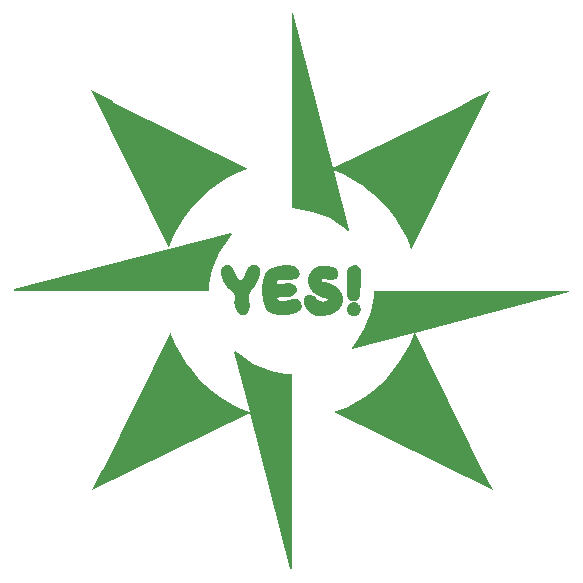
<source format=gts>
G04*
G04 #@! TF.GenerationSoftware,Altium Limited,Altium Designer,21.8.1 (53)*
G04*
G04 Layer_Color=8388736*
%FSLAX25Y25*%
%MOIN*%
G70*
G04*
G04 #@! TF.SameCoordinates,DAEDDD48-B243-4404-BE66-89772E550788*
G04*
G04*
G04 #@! TF.FilePolarity,Negative*
G04*
G01*
G75*
G36*
X81395Y223842D02*
X81368Y223754D01*
X81410Y223517D01*
X81554Y223325D01*
X81662Y223272D01*
X81662D01*
X126542Y201279D01*
X125276Y200816D01*
X122281Y199524D01*
X119392Y198010D01*
X116625Y196283D01*
X113996Y194353D01*
X111520Y192231D01*
X109210Y189928D01*
X107080Y187458D01*
X105142Y184835D01*
X103407Y182073D01*
X101885Y179188D01*
X100584Y176197D01*
X100019Y174667D01*
X74000Y227500D01*
X81395Y223842D01*
D02*
G37*
G36*
X154929Y201356D02*
X195469Y221321D01*
X200300Y223689D01*
X200292Y223696D01*
X207000Y227000D01*
X203820Y220573D01*
X203747Y220517D01*
X203694Y220409D01*
X198885Y210596D01*
X180876Y174193D01*
X180876Y174193D01*
X180316Y175724D01*
X179024Y178719D01*
X177510Y181608D01*
X175783Y184375D01*
X173853Y187004D01*
X171731Y189480D01*
X169428Y191790D01*
X166958Y193920D01*
X164334Y195858D01*
X161573Y197593D01*
X158688Y199115D01*
X155697Y200416D01*
X155117Y200630D01*
X160280Y180746D01*
X159867Y180465D01*
X157990Y181843D01*
X153819Y184791D01*
X148111Y186986D01*
X143124Y187927D01*
X141000Y188000D01*
Y253011D01*
X141500Y253075D01*
X154929Y201356D01*
D02*
G37*
G36*
X139500Y169109D02*
X139541Y169109D01*
X139582Y169109D01*
X139623Y169108D01*
X139664Y169107D01*
X139705Y169106D01*
X139746Y169105D01*
X139787Y169104D01*
X139828Y169102D01*
X139868Y169100D01*
X139909Y169098D01*
X139949Y169096D01*
X139989Y169094D01*
X140029Y169091D01*
X140069Y169089D01*
X140109Y169086D01*
X140149Y169083D01*
X140189Y169079D01*
X140228Y169076D01*
X140268Y169072D01*
X140307Y169069D01*
X140347Y169065D01*
X140386Y169061D01*
X140425Y169056D01*
X140464Y169052D01*
X140503Y169047D01*
X140541Y169042D01*
X140580Y169037D01*
X140618Y169031D01*
X140656Y169026D01*
X140694Y169020D01*
X140732Y169014D01*
X140770Y169008D01*
X140808Y169001D01*
X140846Y168995D01*
X140883Y168988D01*
X140920Y168981D01*
X140957Y168974D01*
X140994Y168966D01*
X141031Y168959D01*
X141068Y168951D01*
X141104Y168943D01*
X141140Y168935D01*
X141176Y168926D01*
X141200Y168920D01*
X141224Y168914D01*
X141248Y168909D01*
X141272Y168903D01*
X141296Y168896D01*
X141319Y168890D01*
X141343Y168884D01*
X141366Y168877D01*
X141390Y168871D01*
X141413Y168864D01*
X141436Y168857D01*
X141459Y168851D01*
X141482Y168844D01*
X141505Y168837D01*
X141528Y168830D01*
X141551Y168822D01*
X141574Y168815D01*
X141596Y168807D01*
X141619Y168800D01*
X141641Y168792D01*
X141664Y168785D01*
X141686Y168777D01*
X141708Y168769D01*
X141730Y168761D01*
X141752Y168753D01*
X141774Y168745D01*
X141796Y168736D01*
X141818Y168728D01*
X141840Y168719D01*
X141861Y168710D01*
X141883Y168702D01*
X141904Y168693D01*
X141936Y168679D01*
X141967Y168666D01*
X141999Y168652D01*
X142030Y168638D01*
X142061Y168623D01*
X142092Y168608D01*
X142122Y168594D01*
X142153Y168579D01*
X142183Y168563D01*
X142213Y168547D01*
X142242Y168532D01*
X142272Y168516D01*
X142301Y168499D01*
X142330Y168482D01*
X142359Y168466D01*
X142387Y168448D01*
X142415Y168431D01*
X142443Y168414D01*
X142471Y168396D01*
X142498Y168378D01*
X142525Y168359D01*
X142552Y168341D01*
X142579Y168322D01*
X142605Y168303D01*
X142631Y168283D01*
X142657Y168264D01*
X142683Y168244D01*
X142708Y168224D01*
X142733Y168203D01*
X142766Y168175D01*
X142799Y168147D01*
X142831Y168119D01*
X142862Y168090D01*
X142893Y168060D01*
X142898Y168055D01*
X142905Y168048D01*
X143217Y167677D01*
D01*
X143349Y167438D01*
X143478Y167179D01*
X143482Y167172D01*
X143482Y167172D01*
X143618Y166699D01*
X143620Y166686D01*
X143627Y166650D01*
X143633Y166613D01*
X143639Y166577D01*
X143643Y166552D01*
X143647Y166527D01*
X143650Y166502D01*
X143653Y166477D01*
X143656Y166451D01*
X143659Y166426D01*
X143662Y166400D01*
X143664Y166374D01*
X143666Y166349D01*
X143668Y166323D01*
X143670Y166296D01*
X143672Y166270D01*
X143674Y166244D01*
X143675Y166217D01*
X143676Y166190D01*
X143677Y166163D01*
X143671Y166135D01*
X143667Y166117D01*
X143663Y166099D01*
X143658Y166080D01*
X143654Y166062D01*
X143649Y166044D01*
X143645Y166026D01*
X143640Y166009D01*
X143635Y165991D01*
X143630Y165974D01*
X143625Y165956D01*
X143620Y165939D01*
X143615Y165922D01*
X143610Y165905D01*
X143605Y165888D01*
X143599Y165871D01*
X143594Y165854D01*
X143588Y165838D01*
X143582Y165821D01*
X143577Y165805D01*
X143571Y165789D01*
X143562Y165764D01*
X143553Y165741D01*
X143544Y165717D01*
X143534Y165693D01*
X143530Y165683D01*
X143309Y165274D01*
D01*
X143092Y165031D01*
X142904Y164855D01*
X142706Y164721D01*
X142444Y164571D01*
X142443Y164570D01*
X142423Y164562D01*
X142403Y164553D01*
X142382Y164544D01*
X142362Y164536D01*
X142341Y164528D01*
X142321Y164520D01*
X142300Y164512D01*
X142279Y164504D01*
X142265Y164499D01*
X142251Y164494D01*
X142237Y164488D01*
X142223Y164484D01*
X142209Y164479D01*
X142195Y164474D01*
X142181Y164469D01*
X142167Y164464D01*
X142152Y164460D01*
X142138Y164455D01*
X142124Y164451D01*
X142109Y164446D01*
X142095Y164442D01*
X142080Y164438D01*
X142066Y164433D01*
X142051Y164429D01*
X142036Y164425D01*
X142022Y164421D01*
X142007Y164417D01*
X141992Y164413D01*
X141978Y164409D01*
X141963Y164405D01*
X141948Y164401D01*
X141933Y164398D01*
X141918Y164394D01*
X141903Y164390D01*
X141888Y164386D01*
X141873Y164383D01*
X141858Y164380D01*
X141842Y164376D01*
X141827Y164373D01*
X141812Y164369D01*
X141797Y164366D01*
X141781Y164363D01*
X141766Y164360D01*
X141751Y164357D01*
X141735Y164354D01*
X141720Y164351D01*
X141704Y164348D01*
X141689Y164345D01*
X141673Y164342D01*
X141658Y164339D01*
X141642Y164336D01*
X141627Y164334D01*
X141611Y164331D01*
X141595Y164328D01*
X141579Y164326D01*
X141564Y164323D01*
X141548Y164321D01*
X141532Y164318D01*
X141516Y164316D01*
X141500Y164314D01*
X141484Y164311D01*
X141468Y164309D01*
X141452Y164307D01*
X141436Y164305D01*
X141420Y164303D01*
X141404Y164301D01*
X141388Y164298D01*
X141372Y164296D01*
X141355Y164295D01*
X141339Y164293D01*
X141323Y164291D01*
X141307Y164289D01*
X141290Y164287D01*
X141274Y164285D01*
X141258Y164284D01*
X141241Y164282D01*
X141225Y164280D01*
X141208Y164279D01*
X141192Y164277D01*
X141175Y164276D01*
X141159Y164274D01*
X141142Y164273D01*
X141126Y164271D01*
X141109Y164270D01*
X141092Y164269D01*
X141076Y164268D01*
X141059Y164266D01*
X141042Y164265D01*
X141026Y164264D01*
X141009Y164263D01*
X140992Y164262D01*
X140975Y164261D01*
X140958Y164260D01*
X140942Y164259D01*
X140925Y164258D01*
X140908Y164257D01*
X140891Y164256D01*
X140874Y164255D01*
X140857Y164254D01*
X140840Y164253D01*
X140823Y164252D01*
X140806Y164252D01*
X140789Y164251D01*
X140772Y164250D01*
X140755Y164250D01*
X140738Y164249D01*
X140721Y164248D01*
X140704Y164248D01*
X140687Y164247D01*
X140669Y164247D01*
X140652Y164246D01*
X140635Y164246D01*
X140618Y164245D01*
X140601Y164245D01*
X140583Y164244D01*
X140566Y164244D01*
X140549Y164244D01*
X140531Y164243D01*
X140514Y164243D01*
X140497Y164243D01*
X140479Y164242D01*
X140462Y164242D01*
X140445Y164242D01*
X140427Y164242D01*
X140410Y164242D01*
X140375Y164241D01*
X140358Y164241D01*
X140340Y164241D01*
X140314Y164241D01*
X140305Y164241D01*
X140279Y164241D01*
X140261D01*
X140244Y164241D01*
X140218Y164241D01*
X140200Y164241D01*
X140183Y164241D01*
X140156Y164241D01*
X140139Y164242D01*
X140103Y164242D01*
X140077Y164242D01*
X140042Y164242D01*
X140007Y164243D01*
X139989Y164243D01*
X139954Y164244D01*
X139918Y164244D01*
X139883Y164245D01*
X139856Y164245D01*
X139812Y164246D01*
X139777Y164247D01*
X139724Y164248D01*
X139670Y164249D01*
X139635Y164250D01*
X139582Y164251D01*
X139511Y164253D01*
X139502Y164253D01*
X139484Y164254D01*
X139396Y164256D01*
X139378Y164257D01*
X139342Y164257D01*
X139307Y164258D01*
X139289Y164259D01*
X139280Y164259D01*
X139210Y164261D01*
X139201Y164261D01*
X139192Y164261D01*
X139183Y164261D01*
X139174Y164262D01*
X139139Y164262D01*
X139086Y164264D01*
X139077Y164264D01*
X139051Y164264D01*
X139016Y164265D01*
X138963Y164266D01*
X138945Y164267D01*
X138928Y164267D01*
X138919Y164267D01*
X138901Y164267D01*
X138866Y164268D01*
X138840Y164268D01*
X138823Y164269D01*
X138788Y164269D01*
X138753Y164270D01*
X138727Y164270D01*
X138709Y164270D01*
X138683Y164270D01*
X138657Y164270D01*
X138640Y164271D01*
X138614Y164271D01*
X138579Y164271D01*
X138553Y164271D01*
X138536Y164271D01*
X138519D01*
X138502Y164271D01*
X138484Y164271D01*
X138459Y164271D01*
X138433Y164271D01*
X138407Y164271D01*
X138399Y164270D01*
X138373Y164270D01*
X138364Y164270D01*
X138347Y164270D01*
X138322Y164270D01*
X138305Y164269D01*
X138288Y164269D01*
X138271Y164269D01*
X138254Y164269D01*
X138237Y164268D01*
X138220Y164268D01*
X138203Y164267D01*
X138186Y164267D01*
X138169Y164267D01*
X138153Y164266D01*
X138136Y164266D01*
X138119Y164265D01*
X138102Y164264D01*
X138085Y164264D01*
X138069Y164263D01*
X138052Y164263D01*
X138035Y164262D01*
X138019Y164261D01*
X138002Y164260D01*
X137986Y164260D01*
X137969Y164259D01*
X137952Y164258D01*
X137936Y164257D01*
X137919Y164256D01*
X137903Y164255D01*
X137887Y164255D01*
X137870Y164254D01*
X137854Y164253D01*
X137837Y164251D01*
X137821Y164251D01*
X137805Y164249D01*
X137788Y164248D01*
X137772Y164247D01*
X137756Y164246D01*
X137740Y164245D01*
X137724Y164243D01*
X137708Y164242D01*
X137692Y164241D01*
X137675Y164239D01*
X137660Y164238D01*
X137644Y164236D01*
X137627Y164235D01*
X137612Y164233D01*
X137596Y164232D01*
X137580Y164230D01*
X137564Y164228D01*
X137548Y164227D01*
X137532Y164225D01*
X137517Y164223D01*
X137501Y164221D01*
X137485Y164220D01*
X137470Y164218D01*
X137454Y164216D01*
X137439Y164214D01*
X137423Y164212D01*
X137408Y164210D01*
X137392Y164207D01*
X137377Y164205D01*
X137361Y164203D01*
X137346Y164201D01*
X137331Y164199D01*
X137315Y164196D01*
X137300Y164194D01*
X137285Y164191D01*
X137270Y164189D01*
X137255Y164187D01*
X137240Y164184D01*
X137224Y164181D01*
X137209Y164179D01*
X137195Y164176D01*
X137180Y164173D01*
X137165Y164170D01*
X137150Y164167D01*
X137135Y164165D01*
X137120Y164162D01*
X137106Y164159D01*
X137091Y164156D01*
X137076Y164153D01*
X137062Y164149D01*
X137047Y164146D01*
X137032Y164143D01*
X137018Y164139D01*
X137004Y164136D01*
X136989Y164133D01*
X136975Y164129D01*
X136961Y164126D01*
X136946Y164122D01*
X136932Y164119D01*
X136918Y164115D01*
X136904Y164111D01*
X136890Y164107D01*
X136876Y164103D01*
X136862Y164100D01*
X136848Y164095D01*
X136834Y164091D01*
X136820Y164087D01*
X136806Y164083D01*
X136793Y164079D01*
X136779Y164075D01*
X136765Y164070D01*
X136751Y164066D01*
X136738Y164062D01*
X136724Y164057D01*
X136711Y164052D01*
X136697Y164048D01*
X136684Y164043D01*
X136671Y164038D01*
X136658Y164034D01*
X136644Y164029D01*
X136631Y164024D01*
X136618Y164019D01*
X136605Y164014D01*
X136592Y164009D01*
X136579Y164003D01*
X136566Y163998D01*
X136553Y163993D01*
X136547Y163990D01*
X136533Y163980D01*
X136523Y163973D01*
X136519Y163970D01*
X136509Y163963D01*
X136505Y163960D01*
X136491Y163950D01*
X136482Y163943D01*
X136478Y163940D01*
X136469Y163933D01*
X136460Y163926D01*
X136456Y163923D01*
X136447Y163917D01*
X136443Y163913D01*
X136435Y163907D01*
X136426Y163900D01*
X136422Y163897D01*
X136418Y163894D01*
X136410Y163887D01*
X136406Y163884D01*
X136402Y163881D01*
X136394Y163874D01*
X136390Y163871D01*
X136386Y163868D01*
X136378Y163861D01*
X136374Y163858D01*
X136367Y163852D01*
X136363Y163849D01*
X136359Y163845D01*
X136352Y163839D01*
X136345Y163833D01*
X136337Y163827D01*
X136330Y163820D01*
X136327Y163817D01*
X136319Y163811D01*
X136316Y163808D01*
X136309Y163802D01*
X136302Y163795D01*
X136299Y163792D01*
X136292Y163786D01*
X136286Y163780D01*
X136279Y163774D01*
X136273Y163768D01*
X136266Y163762D01*
X136263Y163759D01*
X136257Y163753D01*
X136254Y163750D01*
X136251Y163747D01*
X136245Y163741D01*
X136239Y163735D01*
X136233Y163729D01*
X136230Y163726D01*
X136227Y163723D01*
X136222Y163717D01*
X136216Y163712D01*
X136216Y163711D01*
X136216Y163711D01*
X136213Y163708D01*
X136213Y163708D01*
X136210Y163705D01*
X136210Y163705D01*
X136208Y163702D01*
X136208Y163702D01*
X136205Y163699D01*
X136205Y163699D01*
X136202Y163696D01*
X136202Y163696D01*
X136200Y163693D01*
X136199Y163693D01*
X136197Y163690D01*
X136197Y163690D01*
X136194Y163688D01*
X136194Y163688D01*
X136192Y163685D01*
X136192Y163685D01*
X136189Y163682D01*
X136189Y163682D01*
X136187Y163679D01*
X136187Y163679D01*
X136184Y163676D01*
X136184Y163676D01*
X136181Y163673D01*
X136181Y163673D01*
X136179Y163670D01*
X136179Y163670D01*
X136177Y163667D01*
X136177Y163667D01*
X136174Y163665D01*
X136174Y163664D01*
X136172Y163662D01*
X136172Y163662D01*
X136169Y163659D01*
Y163659D01*
X136167Y163656D01*
X136167Y163656D01*
X136164Y163653D01*
X136164Y163653D01*
X136162Y163650D01*
X136162Y163650D01*
X136160Y163647D01*
X136160Y163647D01*
X136157Y163645D01*
X136157Y163645D01*
X136155Y163642D01*
X136155Y163642D01*
X136153Y163639D01*
X136153Y163639D01*
X136151Y163636D01*
X136151Y163636D01*
X136148Y163633D01*
X136148Y163633D01*
X136146Y163631D01*
X136146Y163631D01*
X136144Y163628D01*
X136144Y163628D01*
X136142Y163625D01*
X136142Y163625D01*
X136140Y163622D01*
X136140Y163622D01*
X136137Y163619D01*
X136137Y163619D01*
X136135Y163617D01*
X136135Y163617D01*
X136133Y163614D01*
X136133Y163614D01*
X136131Y163611D01*
X136131Y163611D01*
X136129Y163608D01*
X136129Y163608D01*
X136127Y163606D01*
X136127Y163606D01*
X136125Y163603D01*
X136125Y163603D01*
X136123Y163600D01*
X136123Y163600D01*
X136121Y163597D01*
X136121Y163597D01*
X136119Y163595D01*
X136119Y163595D01*
X136117Y163592D01*
X136117Y163592D01*
X136115Y163589D01*
X136115Y163589D01*
X136114Y163586D01*
X136114Y163586D01*
X136112Y163584D01*
X136112Y163584D01*
X136110Y163581D01*
X136110Y163581D01*
X136108Y163578D01*
X136108Y163578D01*
X136106Y163576D01*
X136106Y163576D01*
X136104Y163573D01*
X136104Y163573D01*
X136103Y163570D01*
X136103Y163570D01*
X136101Y163568D01*
X136101Y163568D01*
X136099Y163565D01*
X136099Y163565D01*
X136097Y163562D01*
X136097Y163562D01*
X136096Y163560D01*
X136096Y163560D01*
X136094Y163557D01*
X136094Y163557D01*
X136092Y163554D01*
X136092Y163554D01*
X136091Y163552D01*
X136091Y163552D01*
X136089Y163549D01*
X136089Y163549D01*
X136088Y163546D01*
X136088Y163546D01*
X136086Y163544D01*
X136086Y163544D01*
X136084Y163541D01*
X136084Y163541D01*
X136083Y163539D01*
X136083Y163538D01*
X136081Y163536D01*
X136081Y163536D01*
X136080Y163533D01*
X136080Y163533D01*
X136078Y163531D01*
X136078Y163531D01*
X136077Y163528D01*
X136077Y163528D01*
X136075Y163525D01*
X136075Y163525D01*
X136074Y163523D01*
X136074Y163523D01*
X136073Y163520D01*
X136073Y163520D01*
X136071Y163518D01*
X136071Y163518D01*
X136070Y163515D01*
X136070Y163515D01*
X136069Y163512D01*
X136069Y163512D01*
X136067Y163510D01*
X136067Y163510D01*
X136066Y163507D01*
X136066Y163507D01*
X136065Y163505D01*
X136065Y163505D01*
X136063Y163502D01*
X136063Y163502D01*
X136062Y163500D01*
X136062Y163500D01*
X136061Y163497D01*
X136061Y163497D01*
X136060Y163495D01*
X136060Y163495D01*
X136058Y163492D01*
X136058Y163492D01*
X136057Y163489D01*
X136057Y163489D01*
X136056Y163487D01*
X136056Y163487D01*
X136055Y163484D01*
X136055Y163484D01*
X136054Y163482D01*
X136054Y163482D01*
X136053Y163479D01*
X136053Y163479D01*
X136052Y163477D01*
X136052Y163477D01*
X136051Y163474D01*
X136051Y163474D01*
X136050Y163472D01*
Y163472D01*
X136049Y163469D01*
Y163469D01*
X136048Y163467D01*
Y163467D01*
X136047Y163464D01*
Y163464D01*
X136046Y163462D01*
Y163462D01*
X136045Y163460D01*
Y163459D01*
X136044Y163457D01*
Y163457D01*
X136043Y163454D01*
Y163454D01*
X136042Y163452D01*
Y163452D01*
X136041Y163450D01*
Y163450D01*
X136040Y163447D01*
Y163447D01*
X136039Y163445D01*
Y163445D01*
X136038Y163442D01*
Y163442D01*
X136038Y163440D01*
Y163440D01*
X136037Y163437D01*
Y163437D01*
X136036Y163435D01*
Y163435D01*
X136035Y163430D01*
Y163430D01*
X136033Y163425D01*
Y163425D01*
X136032Y163421D01*
Y163420D01*
X136030Y163416D01*
Y163416D01*
X136029Y163411D01*
Y163411D01*
X136028Y163406D01*
Y163406D01*
X136027Y163402D01*
Y163401D01*
X136026Y163397D01*
Y163397D01*
X136025Y163392D01*
Y163392D01*
X136024Y163388D01*
Y163388D01*
X136023Y163383D01*
Y163383D01*
X136023Y163378D01*
Y163378D01*
X136022Y163374D01*
Y163374D01*
X136021Y163369D01*
X136021Y163369D01*
X136021Y163365D01*
X136021Y163365D01*
X136020Y163360D01*
X136021Y163360D01*
X136020Y163356D01*
X136020Y163356D01*
X136020Y163356D01*
X136020Y163355D01*
X136020Y163351D01*
X136020Y163351D01*
X136020Y163351D01*
X136020Y163351D01*
X136020Y163347D01*
X136020Y163347D01*
X136020Y163347D01*
X136020Y163346D01*
X136019Y163342D01*
X136019Y163342D01*
Y163342D01*
Y163342D01*
X136019Y163338D01*
X136019Y163338D01*
Y163338D01*
Y163338D01*
X136019Y163337D01*
X136019Y163337D01*
Y163337D01*
Y163337D01*
X136019Y163335D01*
X136019Y163335D01*
Y163335D01*
X136019Y163335D01*
X136019Y163334D01*
X136019Y163334D01*
Y163333D01*
X136019Y163333D01*
X136019Y163332D01*
X136019Y163332D01*
Y163332D01*
X136019Y163332D01*
X136019Y163331D01*
X136019Y163331D01*
X136019Y163330D01*
X136019Y163330D01*
X136019Y163329D01*
X136019Y163329D01*
X136019Y163327D01*
X136019Y163327D01*
X136019Y163325D01*
X136019Y163325D01*
Y163324D01*
X136019Y163324D01*
Y163324D01*
X136019Y163324D01*
X136019Y163322D01*
X136019Y163322D01*
X136019Y163320D01*
X136019Y163320D01*
X136019Y163319D01*
X136019Y163319D01*
X136019Y163318D01*
X136019Y163318D01*
X136019Y163317D01*
X136020Y163317D01*
X136020Y163315D01*
X136020Y163315D01*
X136020Y163314D01*
X136020Y163314D01*
X136020Y163312D01*
X136020Y163312D01*
X136020Y163311D01*
X136020Y163311D01*
X136020Y163310D01*
X136020Y163310D01*
X136020Y163308D01*
X136020Y163308D01*
X136020Y163306D01*
X136020Y163306D01*
X136020Y163304D01*
X136020Y163304D01*
X136021Y163303D01*
X136021Y163303D01*
X136021Y163302D01*
X136021Y163301D01*
X136021Y163299D01*
X136021Y163299D01*
X136021Y163296D01*
X136021Y163296D01*
X136022Y163294D01*
X136022Y163293D01*
X136022Y163292D01*
X136022Y163292D01*
X136023Y163286D01*
X136023Y163286D01*
X136025Y163273D01*
X136025Y163273D01*
X136028Y163260D01*
X136028Y163260D01*
X136032Y163247D01*
X136032Y163247D01*
X136034Y163241D01*
X136034Y163241D01*
X136034Y163240D01*
X136034Y163240D01*
X136035Y163238D01*
X136035Y163238D01*
X136036Y163236D01*
X136036Y163235D01*
X136036Y163234D01*
X136036Y163234D01*
X136037Y163233D01*
X136037Y163233D01*
X136037Y163232D01*
X136037Y163232D01*
X136038Y163230D01*
X136038Y163230D01*
X136039Y163228D01*
X136039Y163227D01*
X136039Y163226D01*
X136039Y163225D01*
X136040Y163225D01*
X136040Y163225D01*
X136040Y163224D01*
X136040Y163224D01*
X136041Y163223D01*
X136041Y163222D01*
X136041Y163221D01*
X136041Y163221D01*
X136042Y163220D01*
X136042Y163219D01*
X136042Y163219D01*
X136043Y163218D01*
X136043Y163217D01*
X136044Y163216D01*
X136044Y163215D01*
X136044Y163215D01*
X136044Y163214D01*
X136045Y163213D01*
X136046Y163210D01*
X136047Y163210D01*
X136047Y163207D01*
X136048Y163206D01*
X136049Y163204D01*
X136051Y163201D01*
X136051Y163200D01*
X136053Y163197D01*
X136053Y163196D01*
X136055Y163193D01*
X136055Y163192D01*
X136057Y163189D01*
X136057Y163189D01*
X136059Y163185D01*
X136060Y163185D01*
X136062Y163182D01*
X136062Y163181D01*
X136064Y163178D01*
X136064Y163178D01*
X136066Y163174D01*
X136066Y163174D01*
X136069Y163170D01*
X136069Y163170D01*
X136071Y163167D01*
X136071Y163166D01*
X136074Y163163D01*
X136074Y163163D01*
X136076Y163160D01*
X136076Y163159D01*
X136079Y163156D01*
X136079Y163156D01*
X136081Y163152D01*
X136082Y163152D01*
X136084Y163149D01*
X136084Y163149D01*
X136087Y163145D01*
X136087Y163145D01*
X136090Y163142D01*
X136090Y163142D01*
X136093Y163138D01*
X136093Y163138D01*
X136096Y163135D01*
X136096Y163135D01*
X136099Y163131D01*
X136099Y163131D01*
X136102Y163128D01*
X136102Y163128D01*
X136105Y163124D01*
X136105Y163124D01*
X136108Y163121D01*
X136108Y163121D01*
X136111Y163118D01*
X136111Y163118D01*
X136114Y163114D01*
X136114Y163114D01*
X136117Y163111D01*
X136118Y163111D01*
X136121Y163108D01*
X136121Y163108D01*
X136124Y163104D01*
X136124Y163104D01*
X136128Y163101D01*
X136128Y163101D01*
X136131Y163098D01*
X136131Y163098D01*
X136135Y163094D01*
X136135Y163094D01*
X136138Y163091D01*
X136138Y163091D01*
X136142Y163088D01*
X136142Y163088D01*
X136146Y163085D01*
X136146Y163085D01*
X136149Y163082D01*
X136149Y163082D01*
X136153Y163078D01*
X136153Y163078D01*
X136157Y163075D01*
X136157Y163075D01*
X136161Y163072D01*
X136161Y163072D01*
X136165Y163069D01*
X136165Y163069D01*
X136169Y163066D01*
X136169Y163066D01*
X136173Y163063D01*
X136173Y163063D01*
X136177Y163060D01*
X136177Y163060D01*
X136181Y163057D01*
X136181Y163057D01*
X136185Y163054D01*
X136185Y163054D01*
X136189Y163051D01*
X136189Y163051D01*
X136193Y163048D01*
X136193Y163048D01*
X136198Y163045D01*
X136198Y163045D01*
X136202Y163042D01*
X136202Y163042D01*
X136206Y163039D01*
X136206Y163039D01*
X136211Y163036D01*
X136211Y163036D01*
X136215Y163033D01*
X136215Y163033D01*
X136220Y163030D01*
X136220Y163030D01*
X136224Y163028D01*
X136224Y163027D01*
X136229Y163025D01*
X136229Y163025D01*
X136234Y163022D01*
X136234Y163022D01*
X136238Y163019D01*
X136238Y163019D01*
X136243Y163016D01*
X136243Y163016D01*
X136248Y163014D01*
X136248Y163013D01*
X136252Y163011D01*
X136252Y163011D01*
X136257Y163008D01*
X136257Y163008D01*
X136262Y163005D01*
X136262Y163005D01*
X136267Y163003D01*
X136267Y163003D01*
X136272Y163000D01*
X136272Y163000D01*
X136277Y162997D01*
X136277Y162997D01*
X136282Y162995D01*
X136282Y162995D01*
X136287Y162992D01*
X136287Y162992D01*
X136293Y162989D01*
X136293Y162989D01*
X136298Y162987D01*
X136298Y162987D01*
X136303Y162984D01*
X136303Y162984D01*
X136308Y162982D01*
X136308Y162982D01*
X136313Y162979D01*
X136313Y162979D01*
X136319Y162977D01*
X136319Y162977D01*
X136324Y162974D01*
X136324Y162974D01*
X136329Y162971D01*
X136329Y162971D01*
X136335Y162969D01*
X136335Y162969D01*
X136340Y162967D01*
X136340Y162967D01*
X136346Y162964D01*
X136346Y162964D01*
X136352Y162962D01*
X136352Y162962D01*
X136357Y162959D01*
X136357Y162959D01*
X136363Y162957D01*
X136363Y162957D01*
X136368Y162955D01*
X136368Y162955D01*
X136374Y162952D01*
X136374Y162952D01*
X136380Y162950D01*
X136380Y162950D01*
X136386Y162948D01*
X136386Y162948D01*
X136391Y162945D01*
X136391Y162945D01*
X136397Y162943D01*
X136397Y162943D01*
X136403Y162941D01*
X136403Y162941D01*
X136409Y162938D01*
X136409Y162938D01*
X136415Y162936D01*
X136415Y162936D01*
X136421Y162934D01*
X136421Y162934D01*
X136433Y162930D01*
X136439Y162927D01*
X136445Y162925D01*
X136451Y162923D01*
X136457Y162921D01*
X136464Y162919D01*
X136470Y162917D01*
X136476Y162915D01*
X136482Y162913D01*
X136489Y162911D01*
X136495Y162909D01*
X136502Y162907D01*
X136508Y162905D01*
X136514Y162903D01*
X136521Y162901D01*
X136527Y162899D01*
X136534Y162897D01*
X136540Y162895D01*
X136547Y162893D01*
X136554Y162891D01*
X136560Y162890D01*
X136567Y162888D01*
X136574Y162886D01*
X136580Y162884D01*
X136587Y162882D01*
X136594Y162881D01*
X136601Y162879D01*
X136608Y162877D01*
X136615Y162875D01*
X136621Y162874D01*
X136628Y162872D01*
X136635Y162870D01*
X136642Y162869D01*
X136649Y162867D01*
X136656Y162865D01*
X136663Y162864D01*
X136670Y162862D01*
X136677Y162861D01*
X136685Y162859D01*
X136692Y162858D01*
X136699Y162856D01*
X136706Y162855D01*
X136713Y162853D01*
X136720Y162852D01*
X136728Y162850D01*
X136735Y162849D01*
X136742Y162847D01*
X136749Y162846D01*
X136757Y162845D01*
X136764Y162843D01*
X136772Y162842D01*
X136783Y162840D01*
X136794Y162838D01*
X136805Y162836D01*
X136816Y162834D01*
X136827Y162832D01*
X136839Y162830D01*
X136850Y162829D01*
X136861Y162827D01*
X136873Y162825D01*
X136884Y162823D01*
X136896Y162822D01*
X136907Y162820D01*
X136919Y162819D01*
X136930Y162817D01*
X136942Y162816D01*
X136953Y162814D01*
X136965Y162813D01*
X136977Y162811D01*
X136989Y162810D01*
X137000Y162809D01*
X137016Y162807D01*
X137032Y162805D01*
X137048Y162804D01*
X137064Y162802D01*
X137079Y162801D01*
X137095Y162799D01*
X137111Y162798D01*
X137131Y162796D01*
X137151Y162795D01*
X137171Y162793D01*
X137191Y162792D01*
X137216Y162791D01*
X137240Y162789D01*
X137268Y162788D01*
X137301Y162786D01*
X137341Y162785D01*
X137398Y162784D01*
X137423Y162783D01*
X137472Y162783D01*
X137521Y162783D01*
X137571Y162784D01*
X137595Y162785D01*
X137631Y162786D01*
X137663Y162787D01*
X137691Y162788D01*
X137714Y162790D01*
X137734Y162791D01*
X137753Y162792D01*
X137773Y162793D01*
X137788Y162794D01*
X137804Y162795D01*
X137819Y162796D01*
X137835Y162798D01*
X137850Y162799D01*
X137865Y162800D01*
X137880Y162802D01*
X137891Y162803D01*
X137902Y162804D01*
X137914Y162805D01*
X137925Y162806D01*
X137936Y162808D01*
X137947Y162809D01*
X137958Y162810D01*
X137969Y162811D01*
X137980Y162813D01*
X137991Y162814D01*
X138002Y162815D01*
X138013Y162817D01*
X138023Y162818D01*
X138041Y162821D01*
X138048Y162822D01*
X138062Y162824D01*
X138069Y162825D01*
X138083Y162827D01*
X138090Y162828D01*
X138097Y162829D01*
X138104Y162830D01*
X138111Y162831D01*
X138118Y162833D01*
X138124Y162834D01*
X138131Y162835D01*
X138138Y162836D01*
X138145Y162837D01*
X138151Y162838D01*
X138165Y162841D01*
X138171Y162842D01*
X138184Y162845D01*
X138191Y162846D01*
X138197Y162847D01*
X138204Y162848D01*
X138217Y162851D01*
X138229Y162854D01*
X138236Y162855D01*
X138242Y162857D01*
X138248Y162858D01*
X138254Y162859D01*
X138267Y162862D01*
X138273Y162864D01*
X138279Y162865D01*
X138291Y162868D01*
X138297Y162870D01*
X138303Y162871D01*
X138309Y162873D01*
X138321Y162876D01*
X138327Y162877D01*
X138332Y162879D01*
X138341Y162881D01*
X138353Y162886D01*
X138376Y162896D01*
X138399Y162906D01*
X138423Y162915D01*
X138446Y162925D01*
X138469Y162934D01*
X138493Y162943D01*
X138516Y162952D01*
X138540Y162961D01*
X138566Y162970D01*
X138592Y162979D01*
X138617Y162988D01*
X138645Y162998D01*
X138675Y163008D01*
X138706Y163017D01*
X138736Y163027D01*
X138751Y163031D01*
X138769Y163037D01*
X138804Y163047D01*
X138839Y163057D01*
X138874Y163066D01*
X138912Y163076D01*
X138954Y163086D01*
X138995Y163096D01*
X139037Y163105D01*
X139058Y163110D01*
X139085Y163115D01*
X139138Y163126D01*
X139191Y163135D01*
X139244Y163144D01*
X139311Y163153D01*
X139391Y163163D01*
X139471Y163171D01*
X139551Y163178D01*
X139656Y163183D01*
X139785Y163186D01*
X139914Y163183D01*
X140044Y163176D01*
X140108Y163170D01*
X140157Y163166D01*
X140256Y163154D01*
X140355Y163139D01*
X140441Y163124D01*
X140892Y163005D01*
Y163005D01*
X141129Y162907D01*
X141365Y162805D01*
Y162805D01*
X141763Y162559D01*
X141766Y162557D01*
X141803Y162530D01*
X141839Y162502D01*
X141875Y162473D01*
X141911Y162445D01*
X141939Y162420D01*
X141968Y162396D01*
X141996Y162371D01*
X142024Y162345D01*
X142051Y162320D01*
X142077Y162294D01*
X142104Y162268D01*
X142129Y162241D01*
X142155Y162215D01*
X142179Y162188D01*
X142204Y162161D01*
X142228Y162133D01*
X142246Y162111D01*
X142265Y162089D01*
X142283Y162067D01*
X142301Y162044D01*
X142318Y162021D01*
X142335Y161998D01*
X142352Y161975D01*
X142368Y161952D01*
X142385Y161929D01*
X142400Y161906D01*
X142416Y161882D01*
X142429Y161861D01*
X142549Y161613D01*
X142640Y161398D01*
X142684Y161175D01*
X142712Y160967D01*
X142698Y160690D01*
X142676Y160575D01*
X142642Y160430D01*
X142582Y160253D01*
X142518Y160124D01*
X142383Y159877D01*
X142378Y159870D01*
X142364Y159850D01*
X142349Y159831D01*
X142334Y159811D01*
X142319Y159791D01*
X142304Y159772D01*
X142288Y159752D01*
X142271Y159732D01*
X142255Y159713D01*
X142238Y159693D01*
X142221Y159674D01*
X142209Y159661D01*
X142198Y159648D01*
X142186Y159635D01*
X142174Y159622D01*
X142162Y159609D01*
X142149Y159597D01*
X142137Y159584D01*
X142124Y159571D01*
X142112Y159558D01*
X142099Y159546D01*
X142086Y159533D01*
X142072Y159520D01*
X142059Y159507D01*
X142046Y159495D01*
X142032Y159482D01*
X142018Y159469D01*
X142004Y159457D01*
X141990Y159444D01*
X141976Y159432D01*
X141962Y159419D01*
X141947Y159407D01*
X141932Y159394D01*
X141918Y159382D01*
X141903Y159369D01*
X141888Y159357D01*
X141872Y159345D01*
X141857Y159332D01*
X141841Y159320D01*
X141826Y159308D01*
X141810Y159295D01*
X141794Y159283D01*
X141778Y159271D01*
X141761Y159259D01*
X141745Y159247D01*
X141728Y159235D01*
X141711Y159222D01*
X141694Y159210D01*
X141677Y159198D01*
X141660Y159186D01*
X141643Y159175D01*
X141625Y159162D01*
X141608Y159151D01*
X141590Y159139D01*
X141572Y159127D01*
X141553Y159115D01*
X141535Y159103D01*
X141517Y159092D01*
X141498Y159080D01*
X141479Y159068D01*
X141460Y159057D01*
X141441Y159045D01*
X141422Y159034D01*
X141402Y159022D01*
X141383Y159011D01*
X141363Y158999D01*
X141343Y158988D01*
X141323Y158976D01*
X141303Y158965D01*
X141282Y158954D01*
X141262Y158942D01*
X141241Y158931D01*
X141220Y158920D01*
X141210Y158914D01*
X141201Y158907D01*
X141195Y158902D01*
X141189Y158897D01*
X141183Y158892D01*
X141177Y158887D01*
X141171Y158882D01*
X141165Y158878D01*
X141159Y158873D01*
X141152Y158868D01*
X141146Y158864D01*
X141140Y158859D01*
X141133Y158855D01*
X141127Y158850D01*
X141120Y158846D01*
X141113Y158841D01*
X141106Y158837D01*
X141100Y158833D01*
X141093Y158829D01*
X141086Y158824D01*
X141079Y158820D01*
X141072Y158816D01*
X141065Y158812D01*
X141058Y158808D01*
X141051Y158804D01*
X141043Y158800D01*
X141036Y158796D01*
X141029Y158792D01*
X141021Y158788D01*
X141014Y158785D01*
X141006Y158781D01*
X140999Y158777D01*
X140991Y158774D01*
X140983Y158770D01*
X140976Y158766D01*
X140968Y158763D01*
X140960Y158759D01*
X140952Y158756D01*
X140944Y158752D01*
X140936Y158749D01*
X140928Y158746D01*
X140920Y158742D01*
X140912Y158739D01*
X140904Y158736D01*
X140896Y158733D01*
X140887Y158730D01*
X140879Y158726D01*
X140871Y158723D01*
X140862Y158720D01*
X140854Y158717D01*
X140845Y158714D01*
X140837Y158711D01*
X140828Y158708D01*
X140819Y158706D01*
X140810Y158703D01*
X140802Y158700D01*
X140793Y158697D01*
X140784Y158695D01*
X140775Y158692D01*
X140766Y158689D01*
X140757Y158686D01*
X140748Y158684D01*
X140739Y158681D01*
X140730Y158679D01*
X140720Y158676D01*
X140711Y158674D01*
X140702Y158671D01*
X140693Y158669D01*
X140683Y158667D01*
X140674Y158664D01*
X140664Y158662D01*
X140655Y158660D01*
X140645Y158658D01*
X140636Y158655D01*
X140626Y158653D01*
X140616Y158651D01*
X140607Y158649D01*
X140597Y158647D01*
X140587Y158645D01*
X140577Y158643D01*
X140567Y158641D01*
X140557Y158639D01*
X140547Y158637D01*
X140537Y158635D01*
X140527Y158633D01*
X140517Y158632D01*
X140507Y158630D01*
X140497Y158628D01*
X140487Y158626D01*
X140477Y158624D01*
X140466Y158623D01*
X140456Y158621D01*
X140445Y158619D01*
X140435Y158618D01*
X140425Y158616D01*
X140414Y158615D01*
X140404Y158613D01*
X140393Y158612D01*
X140383Y158610D01*
X140372Y158609D01*
X140361Y158607D01*
X140351Y158606D01*
X140340Y158605D01*
X140329Y158603D01*
X140318Y158602D01*
X140308Y158601D01*
X140297Y158599D01*
X140286Y158598D01*
X140275Y158597D01*
X140264Y158596D01*
X140253Y158595D01*
X140242Y158593D01*
X140231Y158592D01*
X140220Y158591D01*
X140209Y158590D01*
X140198Y158589D01*
X140186Y158588D01*
X140175Y158587D01*
X140164Y158586D01*
X140153Y158585D01*
X140141Y158584D01*
X140130Y158583D01*
X140119Y158582D01*
X140107Y158581D01*
X140096Y158581D01*
X140085Y158580D01*
X140073Y158579D01*
X140061Y158578D01*
X140050Y158578D01*
X140038Y158577D01*
X140027Y158576D01*
X140015Y158575D01*
X140004Y158575D01*
X139992Y158574D01*
X139980Y158573D01*
X139969Y158573D01*
X139957Y158572D01*
X139945Y158571D01*
X139933Y158571D01*
X139921Y158570D01*
X139910Y158570D01*
X139898Y158569D01*
X139886Y158569D01*
X139874Y158568D01*
X139862Y158568D01*
X139850Y158567D01*
X139838Y158567D01*
X139826Y158566D01*
X139814Y158566D01*
X139802Y158565D01*
X139790Y158565D01*
X139778Y158565D01*
X139766Y158564D01*
X139754Y158564D01*
X139742Y158564D01*
X139729Y158563D01*
X139717Y158563D01*
X139705Y158563D01*
X139693Y158563D01*
X139681Y158562D01*
X139668Y158562D01*
X139644Y158562D01*
X139625Y158561D01*
X139607Y158561D01*
X139576Y158561D01*
X139563Y158561D01*
X139538Y158560D01*
X139526Y158560D01*
X139520Y158560D01*
X139514Y158560D01*
X139488Y158560D01*
X139476Y158560D01*
X139457Y158560D01*
X139438Y158560D01*
X139419Y158560D01*
X139388D01*
X139356Y158560D01*
X139325Y158560D01*
X139293Y158560D01*
X139287Y158560D01*
X139280Y158560D01*
X139268Y158560D01*
X139229Y158561D01*
X139198Y158561D01*
X139172Y158561D01*
X139140Y158561D01*
X139121Y158562D01*
X139114Y158562D01*
X139102Y158562D01*
X139095Y158562D01*
X139076Y158562D01*
X139037Y158563D01*
X139031Y158563D01*
X139018Y158563D01*
X139012Y158563D01*
X138992Y158563D01*
X138979Y158563D01*
X138967Y158563D01*
X138876Y158565D01*
X138863Y158565D01*
X138780Y158566D01*
X138747Y158566D01*
X138734Y158567D01*
X138722Y158567D01*
X138715Y158567D01*
X138702Y158567D01*
X138696Y158567D01*
X138670Y158568D01*
X138664Y158568D01*
X138638Y158568D01*
X138625Y158568D01*
X138619Y158568D01*
X138606Y158568D01*
X138599Y158568D01*
X138586Y158568D01*
X138580Y158569D01*
X138574Y158569D01*
X138541Y158569D01*
X138529Y158569D01*
X138490Y158569D01*
X138484Y158569D01*
X138477Y158569D01*
X138458Y158570D01*
X138452Y158570D01*
X138445Y158570D01*
X138407Y158570D01*
X138382Y158570D01*
X138350Y158570D01*
X138324D01*
X138312Y158570D01*
X138299Y158570D01*
X138286Y158570D01*
X138274Y158570D01*
X138261Y158570D01*
X138248Y158570D01*
X138236Y158570D01*
X138210Y158569D01*
X138198Y158569D01*
X138173Y158569D01*
X138148Y158569D01*
X138129Y158569D01*
X138110Y158568D01*
X138092Y158568D01*
X138067Y158568D01*
X138054Y158567D01*
X138042Y158567D01*
X138030Y158567D01*
X138017Y158566D01*
X138005Y158566D01*
X137993Y158566D01*
X137980Y158566D01*
X137968Y158565D01*
X137956Y158565D01*
X137943Y158564D01*
X137931Y158564D01*
X137919Y158564D01*
X137907Y158563D01*
X137894Y158563D01*
X137882Y158562D01*
X137870Y158562D01*
X137858Y158562D01*
X137846Y158561D01*
X137834Y158561D01*
X137822Y158560D01*
X137810Y158559D01*
X137798Y158559D01*
X137786Y158558D01*
X137774Y158558D01*
X137762Y158557D01*
X137750Y158556D01*
X137738Y158556D01*
X137726Y158555D01*
X137714Y158554D01*
X137703Y158554D01*
X137691Y158553D01*
X137679Y158552D01*
X137667Y158551D01*
X137655Y158551D01*
X137644Y158550D01*
X137632Y158549D01*
X137620Y158548D01*
X137609Y158547D01*
X137597Y158546D01*
X137586Y158545D01*
X137574Y158544D01*
X137563Y158544D01*
X137551Y158543D01*
X137540Y158542D01*
X137528Y158540D01*
X137517Y158539D01*
X137505Y158538D01*
X137494Y158537D01*
X137483Y158536D01*
X137471Y158535D01*
X137460Y158534D01*
X137449Y158533D01*
X137438Y158531D01*
X137427Y158530D01*
X137415Y158529D01*
X137404Y158528D01*
X137393Y158526D01*
X137382Y158525D01*
X137371Y158524D01*
X137360Y158522D01*
X137349Y158521D01*
X137338Y158519D01*
X137328Y158518D01*
X137317Y158516D01*
X137306Y158515D01*
X137295Y158513D01*
X137284Y158512D01*
X137274Y158510D01*
X137263Y158509D01*
X137252Y158507D01*
X137242Y158505D01*
X137231Y158503D01*
X137221Y158502D01*
X137210Y158500D01*
X137200Y158498D01*
X137189Y158496D01*
X137179Y158494D01*
X137169Y158493D01*
X137158Y158491D01*
X137148Y158489D01*
X137138Y158487D01*
X137127Y158485D01*
X137117Y158483D01*
X137107Y158481D01*
X137097Y158478D01*
X137087Y158476D01*
X137077Y158474D01*
X137067Y158472D01*
X137057Y158470D01*
X137047Y158467D01*
X137038Y158465D01*
X137028Y158463D01*
X137018Y158460D01*
X137008Y158458D01*
X136999Y158456D01*
X136989Y158453D01*
X136979Y158451D01*
X136970Y158448D01*
X136960Y158446D01*
X136951Y158443D01*
X136941Y158440D01*
X136932Y158438D01*
X136923Y158435D01*
X136913Y158432D01*
X136904Y158430D01*
X136895Y158427D01*
X136886Y158424D01*
X136877Y158421D01*
X136868Y158418D01*
X136859Y158415D01*
X136850Y158412D01*
X136841Y158409D01*
X136832Y158406D01*
X136823Y158403D01*
X136814Y158400D01*
X136806Y158397D01*
X136797Y158394D01*
X136788Y158390D01*
X136780Y158387D01*
X136771Y158384D01*
X136763Y158381D01*
X136754Y158377D01*
X136746Y158374D01*
X136738Y158370D01*
X136729Y158367D01*
X136721Y158363D01*
X136713Y158360D01*
X136705Y158356D01*
X136697Y158352D01*
X136689Y158349D01*
X136681Y158345D01*
X136673Y158341D01*
X136665Y158337D01*
X136657Y158334D01*
X136649Y158330D01*
X136642Y158326D01*
X136634Y158322D01*
X136626Y158318D01*
X136619Y158314D01*
X136611Y158309D01*
X136604Y158305D01*
X136596Y158301D01*
X136589Y158297D01*
X136582Y158292D01*
X136574Y158288D01*
X136567Y158284D01*
X136560Y158279D01*
X136553Y158275D01*
X136546Y158270D01*
X136539Y158266D01*
X136532Y158261D01*
X136526Y158257D01*
X136519Y158252D01*
X136512Y158247D01*
X136512Y158247D01*
X136505Y158242D01*
X136505Y158242D01*
X136499Y158238D01*
X136499Y158238D01*
X136492Y158233D01*
X136492Y158233D01*
X136486Y158228D01*
X136486Y158228D01*
X136479Y158223D01*
X136479Y158223D01*
X136473Y158218D01*
X136473Y158218D01*
X136467Y158213D01*
X136467Y158213D01*
X136460Y158208D01*
X136460Y158208D01*
X136454Y158203D01*
X136454Y158203D01*
X136448Y158197D01*
X136448Y158197D01*
X136442Y158192D01*
X136442Y158192D01*
X136433Y158184D01*
X136433Y158184D01*
X136424Y158176D01*
X136424Y158176D01*
X136416Y158168D01*
X136416Y158168D01*
X136407Y158160D01*
X136407Y158160D01*
X136399Y158151D01*
X136399Y158151D01*
X136390Y158143D01*
X136390Y158143D01*
X136382Y158134D01*
X136382Y158134D01*
X136374Y158125D01*
X136374Y158125D01*
X136373Y158124D01*
X136373Y158124D01*
X136371Y158121D01*
X136371Y158121D01*
X136368Y158118D01*
X136368Y158118D01*
X136365Y158115D01*
X136365Y158115D01*
X136364Y158114D01*
X136364Y158114D01*
X136363Y158112D01*
X136363Y158112D01*
X136360Y158109D01*
X136360Y158109D01*
X136358Y158106D01*
X136358Y158106D01*
X136355Y158103D01*
X136355Y158103D01*
X136354Y158101D01*
X136354Y158101D01*
X136352Y158100D01*
X136352Y158100D01*
X136349Y158096D01*
X136349Y158096D01*
X136346Y158092D01*
X136346Y158092D01*
X136343Y158088D01*
X136343Y158088D01*
X136342Y158086D01*
X136342Y158086D01*
X136340Y158084D01*
X136340Y158084D01*
X136336Y158079D01*
X136336Y158079D01*
X136333Y158074D01*
X136333Y158074D01*
X136329Y158070D01*
X136329Y158070D01*
X136327Y158067D01*
X136327Y158067D01*
X136325Y158064D01*
X136325Y158064D01*
X136320Y158057D01*
X136320Y158056D01*
X136315Y158049D01*
X136315Y158049D01*
X136310Y158042D01*
X136310Y158042D01*
X136307Y158038D01*
X136307Y158038D01*
X136301Y158028D01*
X136301Y158028D01*
X136288Y158008D01*
X136288Y158008D01*
X136277Y157987D01*
X136276Y157987D01*
X136266Y157966D01*
X136265Y157966D01*
X136260Y157956D01*
X136260Y157955D01*
X136259Y157953D01*
X136259Y157952D01*
X136256Y157947D01*
X136256Y157947D01*
X136254Y157942D01*
X136254Y157941D01*
X136251Y157936D01*
X136251Y157936D01*
X136250Y157933D01*
X136250Y157933D01*
X136249Y157931D01*
X136249Y157931D01*
X136247Y157926D01*
X136247Y157926D01*
X136245Y157922D01*
X136245Y157921D01*
X136243Y157917D01*
X136243Y157917D01*
X136242Y157915D01*
X136242Y157914D01*
X136241Y157913D01*
X136241Y157912D01*
X136240Y157909D01*
X136240Y157908D01*
X136238Y157905D01*
X136238Y157904D01*
X136237Y157902D01*
X136237Y157900D01*
X136236Y157900D01*
X136236Y157898D01*
X136235Y157898D01*
X136235Y157896D01*
X136234Y157894D01*
X136233Y157892D01*
X136233Y157890D01*
X136231Y157886D01*
X136231Y157884D01*
X136231Y157884D01*
X136228Y157876D01*
X136236Y157857D01*
X136236Y157857D01*
X136242Y157843D01*
X136242Y157843D01*
X136248Y157829D01*
X136248Y157829D01*
X136254Y157815D01*
X136254Y157815D01*
X136261Y157801D01*
X136261Y157801D01*
X136267Y157787D01*
X136267Y157787D01*
X136274Y157774D01*
X136274Y157774D01*
X136283Y157756D01*
X136283Y157756D01*
X136293Y157738D01*
X136293Y157738D01*
X136302Y157721D01*
X136302Y157721D01*
X136312Y157704D01*
X136312Y157704D01*
X136314Y157702D01*
X136314Y157702D01*
X136317Y157696D01*
X136317Y157696D01*
X136320Y157691D01*
X136323Y157686D01*
X136326Y157681D01*
X136330Y157676D01*
X136333Y157671D01*
X136336Y157666D01*
X136338Y157663D01*
X136340Y157660D01*
X136344Y157654D01*
X136348Y157648D01*
X136352Y157642D01*
X136357Y157635D01*
X136362Y157627D01*
X136368Y157619D01*
X136374Y157612D01*
X136376Y157608D01*
X136382Y157601D01*
X136393Y157587D01*
X136404Y157573D01*
X136415Y157559D01*
X136421Y157552D01*
X136430Y157542D01*
X136448Y157522D01*
X136466Y157503D01*
X136475Y157494D01*
X136485Y157483D01*
X136485Y157483D01*
X136495Y157474D01*
X136495Y157474D01*
X136498Y157471D01*
X136498Y157471D01*
X136505Y157465D01*
X136505Y157464D01*
X136512Y157458D01*
X136512Y157458D01*
X136519Y157452D01*
X136519Y157452D01*
X136522Y157449D01*
X136522Y157449D01*
X136525Y157446D01*
X136525Y157446D01*
X136530Y157442D01*
X136530Y157442D01*
X136535Y157437D01*
X136536Y157437D01*
X136541Y157433D01*
X136541Y157432D01*
X136543Y157430D01*
X136544Y157430D01*
X136546Y157428D01*
X136546Y157428D01*
X136551Y157424D01*
X136552Y157423D01*
X136557Y157419D01*
X136557Y157419D01*
X136562Y157415D01*
X136562Y157414D01*
X136565Y157413D01*
X136565Y157412D01*
X136567Y157411D01*
X136567Y157410D01*
X136572Y157407D01*
X136572Y157407D01*
X136576Y157403D01*
X136577Y157403D01*
X136581Y157400D01*
X136581Y157399D01*
X136583Y157398D01*
X136584Y157397D01*
X136585Y157396D01*
X136586Y157396D01*
X136590Y157393D01*
X136592Y157391D01*
X136595Y157389D01*
X136602Y157384D01*
X136602Y157384D01*
X136602Y157384D01*
X136617Y157373D01*
X136631Y157363D01*
X136632Y157362D01*
X136647Y157352D01*
X136648Y157352D01*
X136663Y157341D01*
X136663Y157341D01*
X136675Y157334D01*
X136675Y157334D01*
X136687Y157326D01*
X136687Y157326D01*
X136699Y157319D01*
X136699Y157319D01*
X136711Y157312D01*
X136712Y157311D01*
X136724Y157305D01*
X136724Y157304D01*
X136736Y157298D01*
X136736Y157297D01*
X136749Y157291D01*
X136749Y157291D01*
X136761Y157284D01*
X136762Y157284D01*
X136774Y157277D01*
X136774Y157277D01*
X136787Y157271D01*
X136787Y157271D01*
X136800Y157264D01*
X136800Y157264D01*
X136813Y157258D01*
X136813Y157258D01*
X136826Y157252D01*
X136826Y157252D01*
X136839Y157246D01*
X136839Y157246D01*
X136853Y157240D01*
X136853Y157240D01*
X136866Y157234D01*
X136866Y157234D01*
X136880Y157229D01*
X136880Y157229D01*
X136893Y157223D01*
X136893Y157223D01*
X136902Y157219D01*
X136903Y157219D01*
X136912Y157216D01*
X136912Y157216D01*
X136921Y157212D01*
X136921Y157212D01*
X136930Y157209D01*
X136930Y157209D01*
X136940Y157205D01*
X136940Y157205D01*
X136949Y157202D01*
X136949Y157202D01*
X136958Y157199D01*
X136958Y157199D01*
X136968Y157195D01*
X136968Y157195D01*
X136977Y157192D01*
X136977Y157192D01*
X136987Y157189D01*
X136987Y157189D01*
X136996Y157186D01*
X136996Y157186D01*
X137006Y157183D01*
X137006Y157183D01*
X137015Y157180D01*
X137015Y157180D01*
X137017Y157179D01*
X137025Y157177D01*
X137035Y157174D01*
X137045Y157171D01*
X137054Y157168D01*
X137064Y157165D01*
X137074Y157162D01*
X137084Y157160D01*
X137094Y157157D01*
X137104Y157155D01*
X137114Y157152D01*
X137124Y157149D01*
X137134Y157147D01*
X137144Y157144D01*
X137154Y157142D01*
X137165Y157140D01*
X137175Y157138D01*
X137185Y157135D01*
X137196Y157133D01*
X137206Y157131D01*
X137216Y157129D01*
X137227Y157127D01*
X137237Y157125D01*
X137248Y157123D01*
X137258Y157121D01*
X137269Y157119D01*
X137279Y157117D01*
X137290Y157115D01*
X137301Y157114D01*
X137311Y157112D01*
X137322Y157110D01*
X137333Y157109D01*
X137344Y157107D01*
X137355Y157106D01*
X137365Y157104D01*
X137376Y157103D01*
X137387Y157101D01*
X137398Y157100D01*
X137409Y157099D01*
X137420Y157097D01*
X137431Y157096D01*
X137442Y157095D01*
X137453Y157094D01*
X137465Y157093D01*
X137476Y157092D01*
X137487Y157091D01*
X137498Y157090D01*
X137510Y157089D01*
X137521Y157088D01*
X137532Y157087D01*
X137544Y157086D01*
X137555Y157085D01*
X137566Y157085D01*
X137578Y157084D01*
X137590Y157083D01*
X137601Y157083D01*
X137613Y157082D01*
X137624Y157081D01*
X137636Y157081D01*
X137647Y157080D01*
X137659Y157080D01*
X137671Y157080D01*
X137682Y157079D01*
X137694Y157079D01*
X137706Y157079D01*
X137718Y157078D01*
X137730Y157078D01*
X137741Y157078D01*
X137753Y157078D01*
X137765Y157078D01*
X137777Y157078D01*
X137789Y157078D01*
X137801Y157078D01*
X137813Y157078D01*
X137825Y157078D01*
X137837Y157078D01*
X137849Y157078D01*
X137861Y157078D01*
X137873Y157078D01*
X137886Y157079D01*
X137898Y157079D01*
X137910Y157079D01*
X137922Y157080D01*
X137934Y157080D01*
X137947Y157080D01*
X137959Y157081D01*
X137971Y157081D01*
X137984Y157082D01*
X137996Y157082D01*
X138008Y157083D01*
X138021Y157083D01*
X138033Y157084D01*
X138046Y157085D01*
X138058Y157086D01*
X138071Y157086D01*
X138083Y157087D01*
X138096Y157088D01*
X138108Y157089D01*
X138121Y157090D01*
X138133Y157090D01*
X138146Y157091D01*
X138159Y157092D01*
X138171Y157093D01*
X138184Y157094D01*
X138197Y157095D01*
X138209Y157096D01*
X138222Y157098D01*
X138235Y157099D01*
X138248Y157100D01*
X138260Y157101D01*
X138273Y157102D01*
X138286Y157104D01*
X138299Y157105D01*
X138312Y157106D01*
X138324Y157107D01*
X138337Y157109D01*
X138350Y157110D01*
X138363Y157112D01*
X138376Y157113D01*
X138389Y157115D01*
X138402Y157116D01*
X138415Y157117D01*
X138428Y157119D01*
X138441Y157121D01*
X138454Y157122D01*
X138467Y157124D01*
X138480Y157125D01*
X138493Y157127D01*
X138506Y157129D01*
X138519Y157131D01*
X138532Y157132D01*
X138545Y157134D01*
X138558Y157136D01*
X138572Y157138D01*
X138585Y157140D01*
X138598Y157141D01*
X138611Y157143D01*
X138624Y157145D01*
X138637Y157147D01*
X138651Y157149D01*
X138664Y157151D01*
X138677Y157153D01*
X138690Y157155D01*
X138704Y157157D01*
X138717Y157159D01*
X138730Y157161D01*
X138743Y157164D01*
X138757Y157166D01*
X138783Y157170D01*
X138797Y157172D01*
X138810Y157175D01*
X138823Y157177D01*
X138850Y157181D01*
X138864Y157184D01*
X138877Y157186D01*
X138890Y157188D01*
X138917Y157193D01*
X138930Y157195D01*
X138944Y157198D01*
X138971Y157203D01*
X138998Y157208D01*
X139011Y157210D01*
X139025Y157213D01*
X139038Y157215D01*
X139065Y157221D01*
X139078Y157223D01*
X139092Y157226D01*
X139105Y157229D01*
X139132Y157234D01*
X139146Y157237D01*
X139173Y157242D01*
X139200Y157247D01*
X139227Y157253D01*
X139241Y157256D01*
X139268Y157262D01*
X139295Y157267D01*
X139308Y157270D01*
X139335Y157276D01*
X139349Y157279D01*
X139376Y157285D01*
X139403Y157291D01*
X139417Y157294D01*
X139444Y157299D01*
X139471Y157306D01*
X139484Y157309D01*
X139511Y157315D01*
X139538Y157321D01*
X139565Y157327D01*
X139593Y157333D01*
X139606Y157336D01*
X139633Y157343D01*
X139647Y157346D01*
X139674Y157352D01*
X139701Y157359D01*
X139728Y157365D01*
X139754Y157372D01*
X139781Y157378D01*
X139795Y157381D01*
X139822Y157388D01*
X139849Y157395D01*
X139876Y157401D01*
X139902Y157408D01*
X139943Y157418D01*
X139983Y157428D01*
X140009Y157434D01*
X140036Y157441D01*
X140076Y157451D01*
X140129Y157465D01*
X140136Y157466D01*
X140142Y157468D01*
X140149Y157470D01*
X140169Y157475D01*
X140189Y157480D01*
X140195Y157482D01*
X140241Y157494D01*
X140281Y157504D01*
X140313Y157512D01*
X140320Y157514D01*
X140333Y157518D01*
X140385Y157531D01*
X140392Y157533D01*
X140418Y157540D01*
X140424Y157541D01*
X140456Y157550D01*
X140521Y157567D01*
X140546Y157573D01*
X140553Y157575D01*
X140566Y157579D01*
X140578Y157582D01*
X140585Y157584D01*
X140617Y157592D01*
X140686Y157610D01*
X140767Y157632D01*
X140798Y157640D01*
X140842Y157651D01*
X140891Y157664D01*
X140903Y157668D01*
X140934Y157676D01*
X140946Y157679D01*
X140952Y157680D01*
X141000Y157693D01*
X141024Y157699D01*
X141030Y157701D01*
X141042Y157704D01*
X141048Y157705D01*
X141066Y157710D01*
X141090Y157716D01*
X141107Y157721D01*
X141137Y157728D01*
X141143Y157730D01*
X141166Y157736D01*
X141195Y157743D01*
X141218Y157749D01*
X141235Y157753D01*
X141253Y157757D01*
X141281Y157765D01*
X141298Y157769D01*
X141315Y157773D01*
X141332Y157777D01*
X141349Y157781D01*
X141371Y157787D01*
X141399Y157794D01*
X141410Y157796D01*
X141432Y157801D01*
X141454Y157807D01*
X141464Y157809D01*
X141470Y157811D01*
X141491Y157816D01*
X141513Y157821D01*
X141529Y157824D01*
X141545Y157828D01*
X141561Y157832D01*
X141566Y157833D01*
X141577Y157835D01*
X141603Y157841D01*
X141608Y157842D01*
X141613Y157843D01*
X141629Y157847D01*
X141649Y157851D01*
X141659Y157854D01*
X141680Y157858D01*
X141695Y157861D01*
X141720Y157867D01*
X141735Y157870D01*
X141745Y157872D01*
X141754Y157874D01*
X141764Y157876D01*
X141796Y157883D01*
X141822Y157889D01*
X141853Y157896D01*
X141884Y157902D01*
X141915Y157907D01*
X141920Y157908D01*
X141929Y157909D01*
X141938Y157911D01*
X141947Y157912D01*
X141952Y157913D01*
X141956Y157913D01*
X141965Y157914D01*
X141974Y157916D01*
X141983Y157917D01*
X141993Y157918D01*
X142003Y157919D01*
X142013Y157920D01*
X142023Y157922D01*
X142028Y157922D01*
X142034Y157923D01*
X142045Y157924D01*
X142057Y157925D01*
X142068Y157926D01*
X142074Y157926D01*
X142074Y157926D01*
X142398Y157904D01*
X142622Y157870D01*
X142775Y157816D01*
X142850Y157789D01*
X143049Y157701D01*
X143376Y157486D01*
X143382Y157482D01*
X143404Y157463D01*
X143426Y157444D01*
X143448Y157424D01*
X143470Y157405D01*
X143492Y157385D01*
X143513Y157364D01*
X143538Y157340D01*
X143562Y157315D01*
X143586Y157290D01*
X143610Y157265D01*
X143633Y157239D01*
X143656Y157213D01*
X143679Y157187D01*
X143705Y157156D01*
X143730Y157125D01*
X143755Y157094D01*
X143779Y157062D01*
X143806Y157025D01*
X143833Y156988D01*
X143836Y156983D01*
X143844Y156973D01*
X143851Y156962D01*
X143858Y156952D01*
X143865Y156941D01*
X143873Y156929D01*
X143881Y156918D01*
X143888Y156906D01*
X143896Y156894D01*
X143904Y156881D01*
X143912Y156868D01*
X143921Y156855D01*
X143929Y156842D01*
X143938Y156828D01*
X143946Y156814D01*
X143954Y156799D01*
X143963Y156784D01*
X143973Y156768D01*
X143982Y156751D01*
X143992Y156734D01*
X144002Y156715D01*
X144014Y156694D01*
X144025Y156673D01*
X144036Y156651D01*
X144052Y156621D01*
X144071Y156582D01*
X144080Y156561D01*
X144080Y156561D01*
X144071Y156582D01*
X144083Y156553D01*
X144089Y156536D01*
X144078Y156561D01*
X144071Y156582D01*
X144052Y156621D01*
X144078Y156561D01*
X144083Y156547D01*
X144060Y156598D01*
X144052Y156621D01*
X144036Y156651D01*
X144060Y156598D01*
X144065Y156584D01*
X144044Y156631D01*
X144051Y156612D01*
X144035Y156648D01*
X144025Y156673D01*
X144014Y156694D01*
X144035Y156648D01*
X144044Y156626D01*
X144027Y156663D01*
X144014Y156694D01*
X144002Y156715D01*
X144027Y156663D01*
X144036Y156640D01*
X144017Y156680D01*
X144002Y156715D01*
X143992Y156734D01*
X144017Y156680D01*
X144028Y156654D01*
X144009Y156694D01*
X143992Y156734D01*
X143982Y156751D01*
X144009Y156694D01*
X144024Y156661D01*
X144007Y156697D01*
X143982Y156751D01*
X143973Y156767D01*
X144007Y156697D01*
X144025Y156656D01*
X144008Y156691D01*
X143973Y156768D01*
X143963Y156784D01*
X144008Y156691D01*
X144020Y156665D01*
X143996Y156716D01*
X144041Y156621D01*
X144053Y156595D01*
X144065Y156568D01*
X144078Y156537D01*
X144091Y156506D01*
X144106Y156471D01*
X144120Y156436D01*
X144138Y156389D01*
X144158Y156335D01*
X144159Y156334D01*
X144226Y156137D01*
X144236Y156108D01*
X144245Y156073D01*
X144299Y155799D01*
X144339Y155565D01*
X144350Y155426D01*
X144359Y155300D01*
X144358Y155278D01*
X144357Y155243D01*
X144355Y155213D01*
X144353Y155184D01*
X144351Y155155D01*
X144348Y155125D01*
X144345Y155096D01*
X144342Y155067D01*
X144338Y155037D01*
X144338Y155034D01*
X144287Y154836D01*
X144183Y154535D01*
X143983Y154295D01*
X143836Y154136D01*
X143817Y154119D01*
X143786Y154090D01*
X143755Y154062D01*
X143723Y154034D01*
X143692Y154006D01*
X143659Y153978D01*
X143626Y153951D01*
X143593Y153924D01*
X143560Y153897D01*
X143535Y153877D01*
X143509Y153858D01*
X143484Y153838D01*
X143458Y153819D01*
X143432Y153799D01*
X143405Y153780D01*
X143379Y153761D01*
X143352Y153742D01*
X143326Y153723D01*
X143299Y153705D01*
X143272Y153686D01*
X143244Y153668D01*
X143217Y153650D01*
X143189Y153632D01*
X143161Y153614D01*
X143133Y153596D01*
X143105Y153579D01*
X143077Y153561D01*
X143048Y153544D01*
X143019Y153527D01*
X142990Y153510D01*
X142961Y153493D01*
X142932Y153476D01*
X142903Y153459D01*
X142873Y153443D01*
X142843Y153427D01*
X142813Y153410D01*
X142783Y153394D01*
X142753Y153378D01*
X142723Y153363D01*
X142692Y153347D01*
X142662Y153332D01*
X142631Y153316D01*
X142600Y153301D01*
X142569Y153286D01*
X142537Y153271D01*
X142506Y153256D01*
X142474Y153242D01*
X142443Y153227D01*
X142411Y153213D01*
X142379Y153199D01*
X142347Y153184D01*
X142314Y153171D01*
X142282Y153157D01*
X142238Y153138D01*
X142195Y153121D01*
X142151Y153103D01*
X142107Y153085D01*
X142062Y153068D01*
X142018Y153051D01*
X141973Y153034D01*
X141928Y153018D01*
X141882Y153001D01*
X141837Y152985D01*
X141791Y152970D01*
X141745Y152954D01*
X141699Y152939D01*
X141653Y152924D01*
X141606Y152909D01*
X141559Y152894D01*
X141513Y152880D01*
X141465Y152866D01*
X141418Y152852D01*
X141371Y152838D01*
X141323Y152825D01*
X141275Y152811D01*
X141227Y152798D01*
X141179Y152786D01*
X141130Y152773D01*
X141082Y152761D01*
X141033Y152749D01*
X140984Y152737D01*
X140935Y152726D01*
X140874Y152711D01*
X140812Y152698D01*
X140750Y152684D01*
X140688Y152671D01*
X140626Y152658D01*
X140563Y152646D01*
X140500Y152634D01*
X140438Y152622D01*
X140374Y152611D01*
X140311Y152600D01*
X140248Y152590D01*
X140171Y152577D01*
X140094Y152566D01*
X140018Y152554D01*
X139941Y152544D01*
X139863Y152533D01*
X139786Y152524D01*
X139695Y152513D01*
X139604Y152503D01*
X139513Y152494D01*
X139409Y152484D01*
X139304Y152475D01*
X139186Y152466D01*
X139055Y152457D01*
X138910Y152449D01*
X138752Y152442D01*
X138555Y152435D01*
X138522Y152435D01*
X138456Y152433D01*
X138390Y152433D01*
X138324Y152432D01*
X138152Y152431D01*
X137873Y152436D01*
X137665Y152444D01*
X137178Y152474D01*
X137178Y152474D01*
X136697Y152522D01*
X136600Y152533D01*
X136499Y152546D01*
X136398Y152560D01*
X136311Y152573D01*
X136223Y152586D01*
X136149Y152598D01*
X136074Y152611D01*
X136001Y152623D01*
X135927Y152637D01*
X135854Y152650D01*
X135793Y152662D01*
X135732Y152674D01*
X135672Y152686D01*
X135612Y152699D01*
X135553Y152711D01*
X135493Y152725D01*
X135434Y152738D01*
X135387Y152749D01*
X135340Y152760D01*
X135293Y152771D01*
X135247Y152783D01*
X135200Y152795D01*
X135154Y152806D01*
X135108Y152818D01*
X135063Y152831D01*
X135017Y152843D01*
X134972Y152856D01*
X134927Y152868D01*
X134882Y152881D01*
X134837Y152894D01*
X134793Y152908D01*
X134749Y152921D01*
X134716Y152931D01*
X134683Y152942D01*
X134651Y152952D01*
X134618Y152963D01*
X134585Y152973D01*
X134553Y152984D01*
X134521Y152995D01*
X134489Y153006D01*
X134457Y153017D01*
X134426Y153028D01*
X134394Y153039D01*
X134363Y153050D01*
X134331Y153062D01*
X134300Y153073D01*
X134269Y153085D01*
X134239Y153096D01*
X134208Y153108D01*
X134177Y153120D01*
X134147Y153132D01*
X134117Y153144D01*
X134087Y153156D01*
X134057Y153169D01*
X134027Y153181D01*
X133998Y153193D01*
X133968Y153206D01*
X133939Y153219D01*
X133910Y153231D01*
X133881Y153244D01*
X133852Y153257D01*
X133824Y153270D01*
X133795Y153283D01*
X133767Y153297D01*
X133739Y153310D01*
X133712Y153323D01*
X133684Y153337D01*
X133656Y153350D01*
X133629Y153364D01*
X133602Y153378D01*
X133575Y153392D01*
X133548Y153406D01*
X133522Y153420D01*
X133495Y153434D01*
X133478Y153443D01*
X133460Y153453D01*
X133443Y153463D01*
X133426Y153472D01*
X133409Y153482D01*
X133392Y153491D01*
X133375Y153501D01*
X133358Y153511D01*
X133341Y153521D01*
X133324Y153531D01*
X133308Y153541D01*
X133291Y153550D01*
X133275Y153560D01*
X133258Y153570D01*
X133242Y153580D01*
X133226Y153591D01*
X133210Y153601D01*
X133194Y153611D01*
X133178Y153621D01*
X133162Y153631D01*
X133146Y153642D01*
X133131Y153652D01*
X133115Y153662D01*
X133100Y153673D01*
X133079Y153695D01*
X133064Y153710D01*
X133051Y153726D01*
X133037Y153742D01*
X133023Y153757D01*
X133009Y153773D01*
X132995Y153789D01*
X132981Y153805D01*
X132968Y153821D01*
X132954Y153838D01*
X132941Y153855D01*
X132927Y153871D01*
X132914Y153888D01*
X132900Y153905D01*
X132887Y153922D01*
X132873Y153940D01*
X132860Y153957D01*
X132847Y153975D01*
X132834Y153992D01*
X132821Y154010D01*
X132808Y154028D01*
X132794Y154046D01*
X132781Y154065D01*
X132768Y154083D01*
X132756Y154102D01*
X132743Y154120D01*
X132730Y154139D01*
X132717Y154158D01*
X132704Y154177D01*
X132692Y154197D01*
X132679Y154216D01*
X132667Y154235D01*
X132654Y154255D01*
X132642Y154275D01*
X132629Y154295D01*
X132617Y154315D01*
X132605Y154335D01*
X132592Y154355D01*
X132580Y154376D01*
X132568Y154396D01*
X132556Y154417D01*
X132544Y154438D01*
X132532Y154459D01*
X132520Y154480D01*
X132508Y154501D01*
X132496Y154522D01*
X132484Y154544D01*
X132473Y154565D01*
X132461Y154587D01*
X132449Y154609D01*
X132438Y154631D01*
X132426Y154653D01*
X132414Y154675D01*
X132403Y154697D01*
X132392Y154720D01*
X132380Y154742D01*
X132369Y154765D01*
X132358Y154788D01*
X132347Y154810D01*
X132335Y154833D01*
X132324Y154857D01*
X132313Y154880D01*
X132302Y154903D01*
X132291Y154927D01*
X132280Y154950D01*
X132270Y154974D01*
X132259Y154998D01*
X132248Y155021D01*
X132237Y155045D01*
X132227Y155070D01*
X132216Y155094D01*
X132205Y155118D01*
X132195Y155143D01*
X132185Y155167D01*
X132174Y155192D01*
X132164Y155217D01*
X132154Y155241D01*
X132143Y155266D01*
X132133Y155291D01*
X132123Y155317D01*
X132113Y155342D01*
X132103Y155367D01*
X132093Y155393D01*
X132083Y155419D01*
X132073Y155444D01*
X132063Y155470D01*
X132054Y155496D01*
X132039Y155535D01*
X132025Y155574D01*
X132010Y155614D01*
X131996Y155653D01*
X131982Y155693D01*
X131968Y155733D01*
X131954Y155774D01*
X131940Y155814D01*
X131927Y155855D01*
X131913Y155896D01*
X131900Y155937D01*
X131887Y155978D01*
X131874Y156020D01*
X131861Y156061D01*
X131848Y156103D01*
X131835Y156146D01*
X131822Y156188D01*
X131810Y156230D01*
X131798Y156273D01*
X131785Y156316D01*
X131773Y156359D01*
X131761Y156402D01*
X131749Y156445D01*
X131737Y156489D01*
X131726Y156533D01*
X131714Y156577D01*
X131703Y156621D01*
X131691Y156665D01*
X131680Y156709D01*
X131669Y156754D01*
X131658Y156799D01*
X131644Y156859D01*
X131630Y156919D01*
X131616Y156979D01*
X131602Y157040D01*
X131588Y157101D01*
X131575Y157162D01*
X131562Y157223D01*
X131549Y157285D01*
X131536Y157347D01*
X131524Y157409D01*
X131512Y157472D01*
X131500Y157534D01*
X131485Y157613D01*
X131471Y157692D01*
X131457Y157771D01*
X131443Y157851D01*
X131430Y157931D01*
X131417Y158011D01*
X131402Y158107D01*
X131388Y158204D01*
X131374Y158302D01*
X131360Y158399D01*
X131345Y158514D01*
X131331Y158629D01*
X131316Y158761D01*
X131299Y158910D01*
X131282Y159076D01*
X131264Y159276D01*
X131243Y159545D01*
X131231Y159713D01*
X131213Y160051D01*
X131201Y160389D01*
X131196Y160727D01*
X131196Y160896D01*
X131197Y161099D01*
X131200Y161268D01*
X131203Y161419D01*
X131208Y161554D01*
X131213Y161688D01*
X131219Y161805D01*
X131225Y161921D01*
X131231Y162021D01*
X131238Y162121D01*
X131245Y162220D01*
X131252Y162303D01*
X131258Y162385D01*
X131265Y162467D01*
X131273Y162549D01*
X131281Y162630D01*
X131290Y162712D01*
X131298Y162793D01*
X131306Y162858D01*
X131313Y162922D01*
X131321Y162987D01*
X131329Y163051D01*
X131338Y163115D01*
X131346Y163179D01*
X131355Y163242D01*
X131364Y163306D01*
X131374Y163369D01*
X131384Y163432D01*
X131393Y163495D01*
X131404Y163557D01*
X131414Y163619D01*
X131425Y163681D01*
X131433Y163728D01*
X131441Y163774D01*
X131450Y163820D01*
X131459Y163866D01*
X131467Y163912D01*
X131476Y163958D01*
X131485Y164003D01*
X131495Y164049D01*
X131504Y164094D01*
X131514Y164139D01*
X131523Y164184D01*
X131533Y164229D01*
X131543Y164273D01*
X131553Y164318D01*
X131564Y164362D01*
X131574Y164406D01*
X131585Y164450D01*
X131596Y164494D01*
X131606Y164538D01*
X131618Y164581D01*
X131629Y164624D01*
X131640Y164667D01*
X131652Y164710D01*
X131663Y164753D01*
X131675Y164795D01*
X131687Y164838D01*
X131699Y164880D01*
X131712Y164922D01*
X131724Y164964D01*
X131737Y165005D01*
X131749Y165047D01*
X131762Y165088D01*
X131775Y165129D01*
X131789Y165170D01*
X131802Y165210D01*
X131816Y165251D01*
X131829Y165291D01*
X131843Y165331D01*
X131857Y165371D01*
X131871Y165410D01*
X131885Y165450D01*
X131895Y165476D01*
X131905Y165502D01*
X131914Y165527D01*
X131924Y165553D01*
X131934Y165579D01*
X131944Y165605D01*
X131954Y165630D01*
X131964Y165656D01*
X131974Y165681D01*
X131985Y165706D01*
X131995Y165731D01*
X132005Y165756D01*
X132016Y165781D01*
X132026Y165806D01*
X132037Y165830D01*
X132048Y165855D01*
X132058Y165879D01*
X132069Y165904D01*
X132080Y165928D01*
X132091Y165952D01*
X132102Y165976D01*
X132113Y166000D01*
X132124Y166024D01*
X132135Y166047D01*
X132147Y166071D01*
X132158Y166095D01*
X132169Y166118D01*
X132181Y166141D01*
X132193Y166164D01*
X132204Y166187D01*
X132216Y166210D01*
X132228Y166233D01*
X132239Y166255D01*
X132251Y166278D01*
X132263Y166300D01*
X132275Y166323D01*
X132288Y166345D01*
X132300Y166367D01*
X132312Y166389D01*
X132325Y166411D01*
X132337Y166432D01*
X132349Y166454D01*
X132362Y166475D01*
X132375Y166497D01*
X132387Y166518D01*
X132400Y166539D01*
X132413Y166560D01*
X132426Y166581D01*
X132439Y166601D01*
X132452Y166622D01*
X132465Y166642D01*
X132478Y166663D01*
X132492Y166683D01*
X132505Y166703D01*
X132518Y166723D01*
X132532Y166743D01*
X132545Y166762D01*
X132559Y166782D01*
X132573Y166801D01*
X132587Y166820D01*
X132600Y166839D01*
X132614Y166858D01*
X132628Y166877D01*
X132642Y166896D01*
X132657Y166914D01*
X132671Y166933D01*
X132685Y166951D01*
X132700Y166969D01*
X132714Y166987D01*
X132728Y167005D01*
X132743Y167023D01*
X132758Y167041D01*
X132772Y167058D01*
X132787Y167075D01*
X132802Y167093D01*
X132817Y167110D01*
X132832Y167126D01*
X132847Y167143D01*
X132862Y167160D01*
X132878Y167176D01*
X132893Y167192D01*
X132908Y167209D01*
X132924Y167225D01*
X132939Y167240D01*
X132955Y167256D01*
X132971Y167272D01*
X132986Y167287D01*
X133002Y167302D01*
X133018Y167317D01*
X133042Y167340D01*
X133066Y167362D01*
X133091Y167383D01*
X133099Y167391D01*
X133121Y167406D01*
X133136Y167416D01*
X133152Y167427D01*
X133167Y167437D01*
X133183Y167447D01*
X133199Y167458D01*
X133214Y167468D01*
X133230Y167478D01*
X133247Y167489D01*
X133263Y167499D01*
X133279Y167509D01*
X133296Y167519D01*
X133312Y167529D01*
X133329Y167540D01*
X133346Y167550D01*
X133363Y167560D01*
X133380Y167570D01*
X133397Y167581D01*
X133414Y167591D01*
X133431Y167601D01*
X133449Y167611D01*
X133467Y167621D01*
X133484Y167631D01*
X133502Y167642D01*
X133520Y167652D01*
X133539Y167662D01*
X133557Y167672D01*
X133575Y167682D01*
X133594Y167692D01*
X133612Y167702D01*
X133631Y167712D01*
X133650Y167722D01*
X133669Y167733D01*
X133688Y167743D01*
X133707Y167753D01*
X133726Y167762D01*
X133745Y167772D01*
X133765Y167782D01*
X133784Y167792D01*
X133804Y167802D01*
X133824Y167812D01*
X133844Y167822D01*
X133864Y167832D01*
X133884Y167842D01*
X133904Y167852D01*
X133924Y167862D01*
X133944Y167871D01*
X133965Y167881D01*
X133986Y167891D01*
X134006Y167901D01*
X134027Y167911D01*
X134048Y167920D01*
X134069Y167930D01*
X134090Y167940D01*
X134111Y167949D01*
X134132Y167959D01*
X134165Y167973D01*
X134197Y167988D01*
X134229Y168002D01*
X134262Y168017D01*
X134295Y168031D01*
X134328Y168045D01*
X134361Y168059D01*
X134395Y168073D01*
X134429Y168087D01*
X134462Y168101D01*
X134496Y168115D01*
X134531Y168129D01*
X134565Y168143D01*
X134600Y168157D01*
X134635Y168170D01*
X134670Y168184D01*
X134705Y168198D01*
X134740Y168211D01*
X134788Y168229D01*
X134836Y168247D01*
X134884Y168264D01*
X134932Y168282D01*
X134980Y168300D01*
X135029Y168317D01*
X135079Y168334D01*
X135128Y168351D01*
X135190Y168372D01*
X135253Y168393D01*
X135316Y168414D01*
X135379Y168435D01*
X135456Y168459D01*
X135533Y168483D01*
X135624Y168511D01*
X135728Y168542D01*
X135847Y168576D01*
X135993Y168617D01*
X136208Y168674D01*
X136311Y168700D01*
X136517Y168750D01*
X136724Y168797D01*
X136931Y168840D01*
X137036Y168861D01*
X137036Y168861D01*
X137204Y168893D01*
X137345Y168918D01*
X137458Y168937D01*
X137571Y168955D01*
X137670Y168971D01*
X137755Y168983D01*
X137840Y168995D01*
X137925Y169006D01*
X138011Y169017D01*
X138082Y169026D01*
X138153Y169034D01*
X138224Y169042D01*
X138294Y169049D01*
X138365Y169056D01*
X138436Y169063D01*
X138493Y169068D01*
X138549Y169072D01*
X138606Y169077D01*
X138662Y169081D01*
X138719Y169085D01*
X138775Y169089D01*
X138831Y169092D01*
X138888Y169095D01*
X138944Y169098D01*
X139000Y169100D01*
X139056Y169103D01*
X139112Y169104D01*
X139168Y169106D01*
X139209Y169107D01*
X139251Y169108D01*
X139293Y169109D01*
X139334Y169109D01*
X139376Y169109D01*
X139417Y169110D01*
X139459Y169110D01*
X139500Y169109D01*
D02*
G37*
G36*
X128524Y169209D02*
X128542Y169209D01*
X128560Y169208D01*
X128577Y169208D01*
X128595Y169208D01*
X128612Y169207D01*
X128630Y169206D01*
X128647Y169205D01*
X128665Y169204D01*
X128682Y169203D01*
X128699Y169202D01*
X128716Y169201D01*
X128733Y169200D01*
X128749Y169199D01*
X128766Y169197D01*
X128782Y169195D01*
X128799Y169194D01*
X128815Y169192D01*
X128832Y169190D01*
X128848Y169188D01*
X128864Y169186D01*
X128880Y169184D01*
X128896Y169182D01*
X128912Y169179D01*
X128928Y169177D01*
X128943Y169174D01*
X128959Y169172D01*
X128974Y169169D01*
X128990Y169166D01*
X129005Y169163D01*
X129020Y169160D01*
X129035Y169157D01*
X129050Y169154D01*
X129065Y169150D01*
X129087Y169145D01*
X129110Y169140D01*
X129131Y169134D01*
X129153Y169129D01*
X129174Y169123D01*
X129196Y169117D01*
X129217Y169110D01*
X129238Y169104D01*
X129258Y169097D01*
X129279Y169090D01*
X129299Y169083D01*
X129319Y169076D01*
X129339Y169068D01*
X129359Y169061D01*
X129378Y169053D01*
X129397Y169045D01*
X129423Y169034D01*
X129448Y169022D01*
X129473Y169010D01*
X129497Y168998D01*
X129574Y168952D01*
X129745Y168821D01*
X129832Y168751D01*
X130000Y168591D01*
X130118Y168413D01*
X130146Y168370D01*
X130150Y168362D01*
X130291Y168109D01*
X130298Y168090D01*
X130305Y168072D01*
X130313Y168053D01*
X130320Y168034D01*
X130326Y168015D01*
X130333Y167996D01*
X130340Y167977D01*
X130346Y167957D01*
X130352Y167938D01*
X130358Y167918D01*
X130364Y167898D01*
X130370Y167879D01*
X130376Y167859D01*
X130381Y167839D01*
X130387Y167819D01*
X130392Y167798D01*
X130397Y167778D01*
X130402Y167758D01*
X130407Y167737D01*
X130411Y167717D01*
X130416Y167696D01*
X130420Y167675D01*
X130425Y167654D01*
X130429Y167633D01*
X130433Y167612D01*
X130436Y167591D01*
X130440Y167570D01*
X130444Y167549D01*
X130447Y167527D01*
X130450Y167506D01*
X130454Y167484D01*
X130457Y167463D01*
X130459Y167441D01*
X130462Y167419D01*
X130465Y167397D01*
X130467Y167375D01*
X130470Y167353D01*
X130472Y167331D01*
X130474Y167309D01*
X130476Y167287D01*
X130478Y167264D01*
X130479Y167242D01*
X130481Y167219D01*
X130482Y167197D01*
X130484Y167174D01*
X130485Y167151D01*
X130486Y167129D01*
X130487Y167106D01*
X130488Y167083D01*
X130489Y167060D01*
X130489Y167037D01*
X130490Y167014D01*
X130490Y166991D01*
X130490Y166968D01*
X130490Y166944D01*
X130490Y166921D01*
X130490Y166898D01*
X130490Y166874D01*
X130489Y166851D01*
X130489Y166827D01*
X130488Y166804D01*
X130488Y166780D01*
X130487Y166756D01*
X130486Y166733D01*
X130485Y166709D01*
X130483Y166685D01*
X130482Y166661D01*
X130481Y166637D01*
X130479Y166613D01*
X130477Y166589D01*
X130476Y166565D01*
X130474Y166541D01*
X130472Y166517D01*
X130470Y166493D01*
X130467Y166469D01*
X130465Y166444D01*
X130462Y166412D01*
X130458Y166379D01*
X130455Y166347D01*
X130451Y166314D01*
X130447Y166282D01*
X130443Y166249D01*
X130438Y166217D01*
X130434Y166184D01*
X130429Y166151D01*
X130424Y166118D01*
X130419Y166085D01*
X130414Y166052D01*
X130408Y166020D01*
X130403Y165987D01*
X130397Y165954D01*
X130391Y165921D01*
X130383Y165879D01*
X130375Y165838D01*
X130367Y165797D01*
X130359Y165755D01*
X130350Y165714D01*
X130341Y165673D01*
X130332Y165631D01*
X130320Y165582D01*
X130309Y165532D01*
X130297Y165483D01*
X130284Y165433D01*
X130269Y165375D01*
X130254Y165317D01*
X130236Y165252D01*
X130215Y165178D01*
X130190Y165096D01*
X130163Y165006D01*
X130123Y164884D01*
X130097Y164805D01*
X130066Y164716D01*
X129889Y164259D01*
X129888Y164259D01*
X129888D01*
X129689Y163820D01*
X129684Y163811D01*
X129666Y163775D01*
X129648Y163739D01*
X129630Y163704D01*
X129611Y163668D01*
X129597Y163640D01*
X129582Y163613D01*
X129548Y163550D01*
X129522Y163500D01*
X129495Y163451D01*
X129469Y163403D01*
X129442Y163355D01*
X129416Y163307D01*
X129390Y163261D01*
X129364Y163214D01*
X129338Y163169D01*
X129312Y163123D01*
X129287Y163078D01*
X129261Y163034D01*
X129236Y162990D01*
X129210Y162947D01*
X129185Y162905D01*
X129160Y162862D01*
X129129Y162810D01*
X129098Y162759D01*
X129067Y162708D01*
X129036Y162658D01*
X129006Y162609D01*
X128970Y162551D01*
X128934Y162493D01*
X128898Y162437D01*
X128857Y162373D01*
X128810Y162301D01*
X128752Y162213D01*
X128633Y162037D01*
X128512Y161864D01*
X128469Y161803D01*
X128437Y161759D01*
X128410Y161723D01*
X128384Y161687D01*
X128364Y161658D01*
X128343Y161630D01*
X128327Y161609D01*
X128312Y161588D01*
X128297Y161568D01*
X128281Y161547D01*
X128266Y161527D01*
X128246Y161500D01*
X128226Y161474D01*
X128216Y161461D01*
X128206Y161448D01*
X128196Y161435D01*
X128187Y161422D01*
X128177Y161409D01*
X128167Y161396D01*
X128157Y161383D01*
X128147Y161371D01*
X128138Y161358D01*
X128128Y161346D01*
X128119Y161333D01*
X128099Y161308D01*
X128080Y161284D01*
X128057Y161253D01*
X128038Y161229D01*
X128024Y161212D01*
X128010Y161194D01*
X127992Y161170D01*
X127969Y161141D01*
X127946Y161113D01*
X127920Y161079D01*
X127915Y161073D01*
X127911Y161067D01*
X127902Y161056D01*
X127841Y160979D01*
X127837Y160974D01*
X127824Y160958D01*
X127815Y160947D01*
X127811Y160941D01*
X127794Y160920D01*
X127786Y160909D01*
X127773Y160893D01*
X127757Y160872D01*
X127744Y160857D01*
X127736Y160846D01*
X127708Y160810D01*
X127692Y160790D01*
X127680Y160775D01*
X127664Y160754D01*
X127644Y160729D01*
X127633Y160714D01*
X127613Y160689D01*
X127606Y160679D01*
X127594Y160665D01*
X127583Y160650D01*
X127568Y160630D01*
X127557Y160616D01*
X127546Y160601D01*
X127535Y160586D01*
X127524Y160572D01*
X127521Y160567D01*
X127513Y160557D01*
X127503Y160543D01*
X127492Y160529D01*
X127485Y160519D01*
X127478Y160509D01*
X127471Y160500D01*
X127460Y160485D01*
X127453Y160476D01*
X127447Y160466D01*
X127440Y160457D01*
X127433Y160447D01*
X127426Y160438D01*
X127419Y160428D01*
X127413Y160419D01*
X127403Y160405D01*
X127396Y160395D01*
X127390Y160386D01*
X127383Y160376D01*
X127377Y160367D01*
X127373Y160362D01*
X127367Y160353D01*
X127361Y160343D01*
X127354Y160334D01*
X127348Y160325D01*
X127342Y160315D01*
X127335Y160306D01*
X127329Y160296D01*
X127323Y160287D01*
X127317Y160277D01*
X127311Y160268D01*
X127304Y160258D01*
X127298Y160249D01*
X127292Y160240D01*
X127286Y160230D01*
X127280Y160221D01*
X127275Y160211D01*
X127269Y160202D01*
X127263Y160192D01*
X127257Y160183D01*
X127251Y160173D01*
X127251Y160173D01*
X127246Y160164D01*
X127245Y160164D01*
X127240Y160154D01*
X127240Y160154D01*
X127234Y160145D01*
X127234Y160144D01*
X127229Y160135D01*
X127229Y160135D01*
X127223Y160126D01*
X127223Y160125D01*
X127217Y160116D01*
X127217Y160116D01*
X127212Y160106D01*
X127212Y160106D01*
X127207Y160097D01*
X127206Y160097D01*
X127201Y160087D01*
X127201Y160087D01*
X127193Y160073D01*
X127193Y160073D01*
X127185Y160058D01*
X127185Y160058D01*
X127177Y160044D01*
X127177Y160044D01*
X127169Y160029D01*
X127169Y160029D01*
X127162Y160015D01*
X127161Y160014D01*
X127154Y160000D01*
X127154Y160000D01*
X127146Y159985D01*
X127146Y159985D01*
X127136Y159966D01*
X127136Y159966D01*
X127126Y159946D01*
X127126Y159946D01*
X127117Y159926D01*
X127117Y159926D01*
X127105Y159901D01*
X127105Y159901D01*
X127091Y159871D01*
X127091Y159871D01*
X127075Y159836D01*
X127075Y159835D01*
X127071Y159827D01*
X127071Y159826D01*
X127064Y159811D01*
X127063Y159809D01*
X127057Y159794D01*
X127055Y159790D01*
X127050Y159777D01*
X127048Y159772D01*
X127047Y159769D01*
X127040Y159753D01*
X127028Y159721D01*
X127016Y159689D01*
X127004Y159657D01*
X126998Y159641D01*
X126985Y159603D01*
X126975Y159571D01*
X126975Y159570D01*
X126966Y159542D01*
X126966Y159541D01*
X126957Y159513D01*
X126957Y159513D01*
X126951Y159491D01*
X126951Y159490D01*
X126944Y159467D01*
X126944Y159467D01*
X126938Y159444D01*
X126938Y159444D01*
X126933Y159426D01*
X126933Y159426D01*
X126929Y159408D01*
X126929Y159408D01*
X126924Y159391D01*
X126924Y159390D01*
X126920Y159373D01*
X126920Y159372D01*
X126916Y159354D01*
X126916Y159354D01*
X126912Y159336D01*
X126911Y159336D01*
X126907Y159318D01*
X126907Y159318D01*
X126903Y159299D01*
X126903Y159299D01*
X126900Y159281D01*
X126899Y159280D01*
X126896Y159262D01*
X126896Y159262D01*
X126892Y159243D01*
X126892Y159243D01*
X126888Y159224D01*
X126888Y159223D01*
X126886Y159211D01*
X126886Y159211D01*
X126883Y159198D01*
X126883Y159198D01*
X126881Y159185D01*
X126879Y159172D01*
X126877Y159159D01*
X126874Y159146D01*
X126872Y159132D01*
X126870Y159119D01*
X126868Y159106D01*
X126866Y159092D01*
X126864Y159079D01*
X126862Y159065D01*
X126860Y159052D01*
X126858Y159038D01*
X126856Y159024D01*
X126855Y159010D01*
X126853Y158996D01*
X126851Y158982D01*
X126849Y158968D01*
X126848Y158954D01*
X126846Y158940D01*
X126845Y158925D01*
X126843Y158911D01*
X126841Y158897D01*
X126840Y158882D01*
X126839Y158867D01*
X126837Y158853D01*
X126836Y158838D01*
X126835Y158823D01*
X126833Y158808D01*
X126832Y158793D01*
X126831Y158778D01*
X126831Y158778D01*
X126830Y158763D01*
X126830Y158762D01*
X126829Y158747D01*
X126829Y158747D01*
X126828Y158732D01*
X126828Y158732D01*
X126827Y158716D01*
X126827Y158716D01*
X126826Y158701D01*
X126826Y158701D01*
X126825Y158685D01*
X126825Y158685D01*
X126824Y158669D01*
X126824Y158669D01*
X126823Y158654D01*
X126823Y158653D01*
X126822Y158638D01*
X126822Y158637D01*
X126821Y158622D01*
X126821Y158621D01*
X126821Y158606D01*
X126821Y158605D01*
X126820Y158589D01*
X126820Y158589D01*
X126819Y158573D01*
X126819Y158573D01*
X126819Y158557D01*
X126819Y158556D01*
X126818Y158540D01*
X126818Y158540D01*
X126818Y158524D01*
X126818Y158523D01*
X126817Y158507D01*
X126817Y158506D01*
X126817Y158490D01*
X126817Y158489D01*
X126816Y158473D01*
X126816Y158473D01*
X126816Y158456D01*
X126816Y158455D01*
X126816Y158439D01*
X126816Y158438D01*
X126815Y158422D01*
X126815Y158421D01*
X126815Y158405D01*
X126815Y158403D01*
X126815Y158387D01*
X126815Y158386D01*
X126815Y158370D01*
X126815Y158368D01*
X126815Y158352D01*
X126815Y158349D01*
X126814Y158335D01*
Y158331D01*
X126814Y158317D01*
X126814Y158308D01*
X126814Y158306D01*
X126814Y158301D01*
X126814Y158299D01*
X126814Y158281D01*
X126815Y158269D01*
X126815Y158263D01*
X126815Y158248D01*
X126815Y158245D01*
X126815Y158229D01*
X126815Y158227D01*
X126815Y158211D01*
X126815Y158208D01*
X126815Y158192D01*
X126815Y158190D01*
X126816Y158173D01*
X126816Y158171D01*
X126816Y158154D01*
X126816Y158153D01*
X126816Y158135D01*
X126816Y158134D01*
X126817Y158116D01*
X126817Y158115D01*
X126817Y158097D01*
X126817Y158096D01*
X126818Y158078D01*
X126818Y158077D01*
X126818Y158058D01*
X126818Y158057D01*
X126819Y158039D01*
X126819Y158038D01*
X126819Y158019D01*
X126819Y158019D01*
X126820Y158000D01*
X126820Y157999D01*
X126821Y157980D01*
X126821Y157979D01*
X126821Y157960D01*
X126821Y157959D01*
X126822Y157940D01*
X126822Y157940D01*
X126823Y157920D01*
X126823Y157920D01*
X126824Y157900D01*
X126824Y157899D01*
X126825Y157879D01*
X126825Y157879D01*
X126826Y157859D01*
X126826Y157859D01*
X126827Y157839D01*
X126827Y157838D01*
X126828Y157818D01*
X126828Y157817D01*
X126829Y157797D01*
X126830Y157776D01*
X126831Y157755D01*
X126832Y157734D01*
X126834Y157712D01*
X126835Y157691D01*
X126836Y157670D01*
X126838Y157648D01*
X126839Y157626D01*
X126841Y157605D01*
X126842Y157582D01*
X126844Y157560D01*
X126845Y157538D01*
X126847Y157516D01*
X126848Y157493D01*
X126850Y157471D01*
X126852Y157448D01*
X126854Y157425D01*
X126856Y157402D01*
X126857Y157379D01*
X126859Y157356D01*
X126861Y157332D01*
X126863Y157309D01*
X126865Y157285D01*
X126868Y157261D01*
X126870Y157237D01*
X126872Y157213D01*
X126874Y157189D01*
X126876Y157165D01*
X126879Y157140D01*
X126881Y157116D01*
X126883Y157091D01*
X126886Y157066D01*
X126888Y157041D01*
X126891Y157016D01*
X126893Y156991D01*
X126896Y156965D01*
X126899Y156939D01*
X126901Y156914D01*
X126904Y156888D01*
X126907Y156862D01*
X126910Y156836D01*
X126913Y156809D01*
X126916Y156783D01*
X126918Y156756D01*
X126921Y156729D01*
X126925Y156703D01*
X126927Y156676D01*
X126931Y156648D01*
X126934Y156621D01*
X126937Y156594D01*
X126940Y156566D01*
X126944Y156538D01*
X126947Y156510D01*
X126950Y156482D01*
X126954Y156454D01*
X126957Y156425D01*
X126961Y156397D01*
X126964Y156368D01*
X126968Y156339D01*
X126972Y156310D01*
X126975Y156281D01*
X126979Y156251D01*
X126983Y156222D01*
X126987Y156192D01*
X126990Y156162D01*
X126994Y156132D01*
X126998Y156102D01*
X127002Y156072D01*
X127006Y156041D01*
X127011Y156011D01*
X127015Y155980D01*
X127019Y155949D01*
X127023Y155918D01*
X127027Y155886D01*
X127032Y155855D01*
X127036Y155823D01*
X127040Y155792D01*
X127045Y155760D01*
X127049Y155728D01*
X127054Y155695D01*
X127058Y155663D01*
X127063Y155630D01*
X127068Y155597D01*
X127072Y155564D01*
X127077Y155531D01*
X127080Y155514D01*
X127069Y155460D01*
X127062Y155423D01*
X127055Y155387D01*
X127048Y155352D01*
X127041Y155316D01*
X127034Y155281D01*
X127026Y155246D01*
X127019Y155211D01*
X127011Y155177D01*
X127004Y155143D01*
X126996Y155109D01*
X126988Y155075D01*
X126980Y155041D01*
X126972Y155008D01*
X126964Y154975D01*
X126956Y154942D01*
X126948Y154909D01*
X126939Y154877D01*
X126931Y154845D01*
X126922Y154813D01*
X126914Y154781D01*
X126905Y154750D01*
X126896Y154719D01*
X126888Y154688D01*
X126879Y154657D01*
X126870Y154626D01*
X126861Y154596D01*
X126852Y154566D01*
X126842Y154536D01*
X126833Y154507D01*
X126824Y154477D01*
X126814Y154448D01*
X126805Y154419D01*
X126795Y154391D01*
X126786Y154362D01*
X126776Y154334D01*
X126766Y154306D01*
X126756Y154278D01*
X126746Y154250D01*
X126736Y154223D01*
X126726Y154196D01*
X126716Y154169D01*
X126706Y154142D01*
X126695Y154116D01*
X126685Y154090D01*
X126675Y154064D01*
X126664Y154038D01*
X126654Y154012D01*
X126643Y153987D01*
X126632Y153962D01*
X126621Y153937D01*
X126611Y153912D01*
X126600Y153888D01*
X126589Y153864D01*
X126578Y153840D01*
X126567Y153816D01*
X126555Y153792D01*
X126544Y153769D01*
X126533Y153746D01*
X126521Y153723D01*
X126510Y153700D01*
X126498Y153678D01*
X126487Y153655D01*
X126475Y153633D01*
X126464Y153611D01*
X126452Y153590D01*
X126440Y153568D01*
X126428Y153547D01*
X126416Y153526D01*
X126404Y153505D01*
X126392Y153485D01*
X126380Y153464D01*
X126368Y153444D01*
X126356Y153424D01*
X126344Y153404D01*
X126331Y153385D01*
X126319Y153365D01*
X126307Y153346D01*
X126294Y153327D01*
X126282Y153308D01*
X126269Y153290D01*
X126256Y153272D01*
X126244Y153254D01*
X126231Y153236D01*
X126218Y153218D01*
X126205Y153200D01*
X126192Y153183D01*
X126180Y153166D01*
X126167Y153149D01*
X126154Y153132D01*
X126140Y153116D01*
X126127Y153100D01*
X126114Y153084D01*
X126101Y153068D01*
X126088Y153052D01*
X126074Y153037D01*
X126061Y153021D01*
X126048Y153006D01*
X126034Y152991D01*
X126021Y152977D01*
X126007Y152962D01*
X125994Y152948D01*
X125980Y152934D01*
X125966Y152920D01*
X125953Y152906D01*
X125939Y152893D01*
X125925Y152879D01*
X125911Y152866D01*
X125897Y152853D01*
X125883Y152840D01*
X125870Y152828D01*
X125856Y152815D01*
X125841Y152803D01*
X125839Y152802D01*
X125628Y152662D01*
X125575Y152631D01*
X125441Y152557D01*
X125309Y152505D01*
X125143Y152457D01*
X125135Y152455D01*
X125048Y152438D01*
X124997Y152431D01*
X124923Y152423D01*
X124916Y152423D01*
X124776Y152419D01*
X124668Y152418D01*
X124502Y152448D01*
X124426Y152463D01*
X124355Y152482D01*
X124128Y152548D01*
X124110Y152556D01*
X124087Y152567D01*
X124064Y152577D01*
X124041Y152588D01*
X124018Y152599D01*
X123995Y152611D01*
X123972Y152623D01*
X123950Y152635D01*
X123927Y152647D01*
X123904Y152660D01*
X123882Y152673D01*
X123859Y152687D01*
X123837Y152700D01*
X123814Y152714D01*
X123792Y152728D01*
X123769Y152743D01*
X123747Y152758D01*
X123725Y152773D01*
X123703Y152788D01*
X123681Y152804D01*
X123659Y152820D01*
X123637Y152836D01*
X123615Y152853D01*
X123593Y152869D01*
X123571Y152887D01*
X123549Y152904D01*
X123528Y152922D01*
X123506Y152939D01*
X123485Y152958D01*
X123463Y152976D01*
X123442Y152995D01*
X123421Y153014D01*
X123400Y153033D01*
X123379Y153053D01*
X123358Y153073D01*
X123337Y153093D01*
X123316Y153113D01*
X123295Y153133D01*
X123275Y153154D01*
X123254Y153175D01*
X123234Y153197D01*
X123214Y153218D01*
X123193Y153240D01*
X123173Y153262D01*
X123153Y153285D01*
X123133Y153307D01*
X123113Y153330D01*
X123094Y153353D01*
X123074Y153376D01*
X123055Y153400D01*
X123035Y153424D01*
X123010Y153456D01*
X122984Y153489D01*
X122959Y153522D01*
X122934Y153555D01*
X122909Y153589D01*
X122884Y153623D01*
X122860Y153657D01*
X122836Y153692D01*
X122812Y153728D01*
X122788Y153763D01*
X122765Y153800D01*
X122741Y153836D01*
X122719Y153873D01*
X122690Y153920D01*
X122662Y153967D01*
X122634Y154015D01*
X122607Y154063D01*
X122581Y154112D01*
X122554Y154161D01*
X122523Y154221D01*
X122493Y154282D01*
X122463Y154344D01*
X122434Y154406D01*
X122401Y154480D01*
X122369Y154555D01*
X122364Y154566D01*
X122355Y154587D01*
X122346Y154609D01*
X122338Y154630D01*
X122333Y154641D01*
X122299Y154729D01*
X122294Y154741D01*
X122285Y154766D01*
X122276Y154791D01*
X122267Y154816D01*
X122257Y154843D01*
X122247Y154871D01*
X122237Y154900D01*
X122228Y154928D01*
X122218Y154958D01*
X122207Y154989D01*
X122197Y155021D01*
X122187Y155052D01*
X122177Y155086D01*
X122167Y155121D01*
X122164Y155128D01*
X122050Y155581D01*
X122050Y155581D01*
X121972Y156049D01*
X121964Y156117D01*
X121953Y156223D01*
X121948Y156276D01*
X121940Y156372D01*
X121930Y156564D01*
X121926Y156757D01*
X121928Y156949D01*
X121932Y157046D01*
X121932Y157046D01*
X121936Y157135D01*
X121950Y157314D01*
X121968Y157493D01*
X121992Y157671D01*
X122007Y157760D01*
X122013Y157796D01*
X122026Y157870D01*
X122040Y157943D01*
X122055Y158016D01*
X122063Y158052D01*
X122065Y158076D01*
X122067Y158095D01*
X122069Y158113D01*
X122070Y158132D01*
X122072Y158150D01*
X122073Y158169D01*
X122074Y158187D01*
X122075Y158205D01*
X122076Y158223D01*
X122077Y158241D01*
X122078Y158259D01*
X122079Y158277D01*
X122079Y158295D01*
X122080Y158313D01*
X122080Y158330D01*
X122081Y158348D01*
X122081Y158365D01*
X122081Y158382D01*
X122081Y158400D01*
X122081Y158417D01*
X122081Y158434D01*
X122080Y158451D01*
X122080Y158468D01*
X122079Y158484D01*
X122079Y158501D01*
X122078Y158522D01*
X122077Y158543D01*
X122076Y158555D01*
X122076Y158563D01*
X122076Y158563D01*
X122074Y158584D01*
X122074Y158584D01*
X122073Y158604D01*
X122073Y158604D01*
X122071Y158624D01*
X122071Y158624D01*
X122069Y158644D01*
X122069Y158644D01*
X122067Y158664D01*
X122067Y158664D01*
X122065Y158684D01*
X122065Y158684D01*
X122062Y158707D01*
X122062Y158708D01*
X122059Y158731D01*
X122059Y158731D01*
X122056Y158754D01*
X122056Y158754D01*
X122053Y158777D01*
X122053Y158777D01*
X122049Y158800D01*
X122049Y158800D01*
X122045Y158827D01*
X122045Y158827D01*
X122040Y158853D01*
X122040Y158853D01*
X122034Y158883D01*
X122034Y158883D01*
X122028Y158913D01*
X122028Y158913D01*
X122021Y158946D01*
X122021Y158946D01*
X122012Y158982D01*
X122012Y158982D01*
X122011Y158987D01*
X122011Y158988D01*
X122008Y158997D01*
X122008Y159000D01*
X122005Y159008D01*
X122005Y159012D01*
X122003Y159019D01*
X122003Y159019D01*
X122001Y159025D01*
X121999Y159031D01*
X121996Y159044D01*
X121992Y159057D01*
X121988Y159071D01*
X121986Y159077D01*
X121983Y159089D01*
X121976Y159111D01*
X121969Y159133D01*
X121961Y159155D01*
X121958Y159166D01*
X121950Y159188D01*
X121934Y159231D01*
X121917Y159274D01*
X121899Y159317D01*
X121890Y159338D01*
X121890Y159338D01*
X121887Y159344D01*
X121881Y159356D01*
X121876Y159368D01*
X121870Y159379D01*
X121868Y159385D01*
X121868Y159386D01*
X121865Y159390D01*
X121861Y159400D01*
X121856Y159409D01*
X121853Y159414D01*
X121849Y159423D01*
X121833Y159454D01*
X121819Y159481D01*
X121819Y159482D01*
X121806Y159506D01*
X121805Y159506D01*
X121792Y159530D01*
X121792Y159530D01*
X121780Y159551D01*
X121780Y159551D01*
X121767Y159572D01*
X121767Y159572D01*
X121756Y159590D01*
X121756Y159590D01*
X121746Y159608D01*
X121746Y159608D01*
X121734Y159625D01*
X121734Y159625D01*
X121723Y159643D01*
X121723Y159643D01*
X121714Y159657D01*
X121714Y159657D01*
X121704Y159672D01*
X121704Y159672D01*
X121695Y159686D01*
X121694Y159686D01*
X121685Y159700D01*
X121685Y159700D01*
X121675Y159714D01*
X121675Y159715D01*
X121665Y159729D01*
X121665Y159729D01*
X121655Y159743D01*
X121655Y159743D01*
X121644Y159757D01*
X121644Y159757D01*
X121636Y159768D01*
X121636Y159768D01*
X121628Y159779D01*
X121628Y159780D01*
X121620Y159791D01*
X121619Y159791D01*
X121611Y159802D01*
X121611Y159802D01*
X121603Y159813D01*
X121603Y159813D01*
X121599Y159818D01*
X121594Y159824D01*
X121585Y159835D01*
X121577Y159846D01*
X121568Y159857D01*
X121559Y159868D01*
X121550Y159879D01*
X121542Y159889D01*
X121532Y159900D01*
X121523Y159911D01*
X121514Y159922D01*
X121505Y159933D01*
X121498Y159941D01*
X121491Y159949D01*
X121484Y159957D01*
X121477Y159965D01*
X121470Y159973D01*
X121463Y159981D01*
X121456Y159989D01*
X121449Y159997D01*
X121442Y160004D01*
X121435Y160012D01*
X121428Y160020D01*
X121420Y160028D01*
X121413Y160036D01*
X121406Y160044D01*
X121398Y160052D01*
X121391Y160059D01*
X121384Y160067D01*
X121376Y160075D01*
X121369Y160083D01*
X121361Y160091D01*
X121354Y160099D01*
X121346Y160106D01*
X121339Y160114D01*
X121331Y160122D01*
X121324Y160129D01*
X121316Y160137D01*
X121308Y160145D01*
X121300Y160152D01*
X121293Y160160D01*
X121285Y160168D01*
X121277Y160176D01*
X121269Y160183D01*
X121262Y160191D01*
X121254Y160198D01*
X121246Y160206D01*
X121238Y160214D01*
X121230Y160221D01*
X121222Y160229D01*
X121214Y160237D01*
X121206Y160244D01*
X121195Y160254D01*
X121190Y160259D01*
X121179Y160269D01*
X121168Y160279D01*
X121163Y160284D01*
X121152Y160294D01*
X121141Y160304D01*
X121130Y160315D01*
X121113Y160329D01*
X121102Y160339D01*
X121091Y160350D01*
X121074Y160364D01*
X121069Y160370D01*
X121057Y160380D01*
X121046Y160389D01*
X121035Y160399D01*
X121023Y160409D01*
X121017Y160414D01*
X121000Y160429D01*
X120983Y160444D01*
X120971Y160454D01*
X120954Y160469D01*
X120936Y160484D01*
X120919Y160499D01*
X120913Y160504D01*
X120895Y160519D01*
X120883Y160529D01*
X120865Y160543D01*
X120853Y160553D01*
X120842Y160563D01*
X120817Y160583D01*
X120802Y160596D01*
X120790Y160606D01*
X120784Y160610D01*
X120781Y160613D01*
X120766Y160625D01*
X120757Y160633D01*
X120748Y160640D01*
X120726Y160658D01*
X120723Y160660D01*
X120720Y160663D01*
X120702Y160678D01*
X120698Y160680D01*
X120677Y160698D01*
X120670Y160703D01*
X120667Y160705D01*
X120655Y160715D01*
X120627Y160738D01*
X120621Y160743D01*
X120617Y160745D01*
X120614Y160748D01*
X120611Y160750D01*
X120608Y160753D01*
X120599Y160760D01*
X120583Y160773D01*
X120580Y160776D01*
X120561Y160791D01*
X120526Y160819D01*
X120516Y160826D01*
X120510Y160831D01*
X120501Y160839D01*
X120491Y160847D01*
X120478Y160857D01*
X120449Y160880D01*
X120446Y160882D01*
X120443Y160885D01*
X120430Y160895D01*
X120424Y160900D01*
X120420Y160903D01*
X120401Y160918D01*
X120398Y160921D01*
X120395Y160924D01*
X120369Y160944D01*
X120365Y160947D01*
X120352Y160957D01*
X120349Y160960D01*
X120343Y160965D01*
X120336Y160970D01*
X120317Y160986D01*
X120294Y161004D01*
X120287Y161010D01*
X120284Y161012D01*
X120261Y161031D01*
X120258Y161033D01*
X120245Y161044D01*
X120241Y161047D01*
X120235Y161052D01*
X120231Y161055D01*
X120218Y161065D01*
X120202Y161079D01*
X120192Y161087D01*
X120189Y161089D01*
X120176Y161100D01*
X120149Y161122D01*
X120131Y161136D01*
X120119Y161146D01*
X120107Y161155D01*
X120096Y161165D01*
X120084Y161175D01*
X120072Y161185D01*
X120060Y161195D01*
X120048Y161205D01*
X120036Y161216D01*
X120024Y161226D01*
X120012Y161237D01*
X120000Y161247D01*
X119988Y161258D01*
X119976Y161268D01*
X119965Y161279D01*
X119953Y161290D01*
X119941Y161301D01*
X119929Y161312D01*
X119917Y161323D01*
X119905Y161334D01*
X119893Y161346D01*
X119881Y161357D01*
X119869Y161369D01*
X119857Y161380D01*
X119845Y161392D01*
X119834Y161403D01*
X119822Y161415D01*
X119810Y161427D01*
X119798Y161439D01*
X119786Y161451D01*
X119774Y161463D01*
X119762Y161475D01*
X119750Y161487D01*
X119738Y161500D01*
X119727Y161512D01*
X119715Y161525D01*
X119703Y161537D01*
X119691Y161550D01*
X119679Y161563D01*
X119667Y161575D01*
X119656Y161588D01*
X119644Y161601D01*
X119632Y161614D01*
X119620Y161627D01*
X119602Y161647D01*
X119585Y161667D01*
X119567Y161687D01*
X119549Y161707D01*
X119532Y161728D01*
X119514Y161748D01*
X119497Y161769D01*
X119479Y161790D01*
X119461Y161811D01*
X119444Y161832D01*
X119426Y161853D01*
X119409Y161875D01*
X119392Y161897D01*
X119374Y161918D01*
X119357Y161940D01*
X119339Y161962D01*
X119322Y161985D01*
X119305Y162007D01*
X119287Y162029D01*
X119270Y162052D01*
X119253Y162075D01*
X119236Y162098D01*
X119219Y162121D01*
X119201Y162144D01*
X119184Y162167D01*
X119162Y162198D01*
X119139Y162230D01*
X119116Y162262D01*
X119094Y162294D01*
X119071Y162326D01*
X119049Y162358D01*
X119027Y162391D01*
X119005Y162424D01*
X118983Y162457D01*
X118960Y162490D01*
X118933Y162532D01*
X118906Y162574D01*
X118878Y162616D01*
X118851Y162659D01*
X118825Y162702D01*
X118792Y162754D01*
X118761Y162806D01*
X118724Y162868D01*
X118687Y162930D01*
X118646Y163002D01*
X118600Y163083D01*
X118550Y163174D01*
X118485Y163294D01*
X118472Y163319D01*
X118445Y163371D01*
X118418Y163422D01*
X118392Y163474D01*
X118350Y163559D01*
X118292Y163678D01*
X118236Y163798D01*
X118181Y163918D01*
X118154Y163979D01*
X118100Y164106D01*
X118055Y164214D01*
X118020Y164302D01*
X117989Y164381D01*
X117962Y164450D01*
X117936Y164519D01*
X117915Y164579D01*
X117893Y164638D01*
X117873Y164698D01*
X117852Y164757D01*
X117835Y164807D01*
X117819Y164857D01*
X117803Y164906D01*
X117787Y164956D01*
X117772Y165006D01*
X117757Y165055D01*
X117745Y165095D01*
X117733Y165134D01*
X117722Y165174D01*
X117711Y165214D01*
X117700Y165253D01*
X117689Y165293D01*
X117679Y165332D01*
X117668Y165372D01*
X117658Y165411D01*
X117649Y165451D01*
X117639Y165490D01*
X117630Y165529D01*
X117621Y165569D01*
X117614Y165598D01*
X117607Y165627D01*
X117601Y165657D01*
X117595Y165686D01*
X117589Y165715D01*
X117583Y165745D01*
X117577Y165774D01*
X117571Y165803D01*
X117566Y165832D01*
X117560Y165861D01*
X117555Y165890D01*
X117550Y165919D01*
X117545Y165948D01*
X117540Y165977D01*
X117535Y166006D01*
X117531Y166035D01*
X117526Y166063D01*
X117522Y166092D01*
X117518Y166121D01*
X117514Y166149D01*
X117510Y166178D01*
X117506Y166206D01*
X117503Y166235D01*
X117499Y166263D01*
X117496Y166291D01*
X117493Y166319D01*
X117490Y166348D01*
X117488Y166376D01*
X117485Y166403D01*
X117483Y166431D01*
X117480Y166459D01*
X117478Y166487D01*
X117476Y166515D01*
X117474Y166542D01*
X117473Y166570D01*
X117471Y166597D01*
X117470Y166625D01*
X117469Y166652D01*
X117468Y166680D01*
X117467Y166707D01*
X117466Y166734D01*
X117466Y166761D01*
X117466Y166788D01*
X117465Y166814D01*
X117465Y166824D01*
X117465Y166831D01*
X117466Y166841D01*
X117466Y166841D01*
X117466Y166859D01*
X117466Y166877D01*
X117466Y166894D01*
X117466Y166912D01*
X117467Y166930D01*
X117467Y166947D01*
X117468Y166965D01*
X117469Y166982D01*
X117469Y166999D01*
X117470Y167017D01*
X117471Y167034D01*
X117472Y167052D01*
X117473Y167069D01*
X117474Y167086D01*
X117475Y167103D01*
X117477Y167120D01*
X117478Y167137D01*
X117480Y167154D01*
X117481Y167171D01*
X117483Y167188D01*
X117484Y167205D01*
X117486Y167222D01*
X117488Y167239D01*
X117490Y167255D01*
X117492Y167272D01*
X117494Y167289D01*
X117496Y167305D01*
X117498Y167322D01*
X117501Y167338D01*
X117503Y167355D01*
X117506Y167371D01*
X117508Y167387D01*
X117511Y167404D01*
X117514Y167420D01*
X117516Y167436D01*
X117519Y167452D01*
X117522Y167468D01*
X117525Y167484D01*
X117528Y167500D01*
X117532Y167516D01*
X117535Y167532D01*
X117539Y167548D01*
X117542Y167563D01*
X117546Y167579D01*
X117549Y167595D01*
X117553Y167610D01*
X117557Y167626D01*
X117561Y167641D01*
X117565Y167656D01*
X117569Y167672D01*
X117573Y167687D01*
X117580Y167710D01*
X117586Y167732D01*
X117593Y167755D01*
X117600Y167777D01*
X117608Y167799D01*
X117615Y167821D01*
X117623Y167843D01*
X117631Y167865D01*
X117639Y167886D01*
X117647Y167908D01*
X117656Y167929D01*
X117664Y167950D01*
X117673Y167971D01*
X117682Y167992D01*
X117692Y168013D01*
X117701Y168034D01*
X117711Y168054D01*
X117721Y168074D01*
X117731Y168094D01*
X117741Y168114D01*
X117752Y168134D01*
X117763Y168153D01*
X117774Y168173D01*
X117789Y168198D01*
X117804Y168224D01*
X117820Y168249D01*
X117836Y168273D01*
X117853Y168298D01*
X117856Y168302D01*
X117861Y168309D01*
X117866Y168317D01*
X117872Y168324D01*
X117877Y168332D01*
X117882Y168339D01*
X117888Y168346D01*
X117893Y168354D01*
X117896Y168357D01*
X117900Y168362D01*
X117906Y168371D01*
X117913Y168379D01*
X117920Y168388D01*
X117927Y168397D01*
X117936Y168407D01*
X117944Y168417D01*
X118132Y168585D01*
X118371Y168771D01*
X118648Y168905D01*
X118816Y168981D01*
X118819Y168982D01*
X118840Y168991D01*
X118860Y169000D01*
X118881Y169008D01*
X118902Y169017D01*
X118923Y169025D01*
X118943Y169033D01*
X118964Y169041D01*
X118984Y169049D01*
X119004Y169056D01*
X119024Y169064D01*
X119044Y169071D01*
X119064Y169078D01*
X119084Y169085D01*
X119104Y169091D01*
X119123Y169097D01*
X119143Y169104D01*
X119162Y169110D01*
X119182Y169115D01*
X119201Y169121D01*
X119220Y169126D01*
X119239Y169132D01*
X119258Y169137D01*
X119277Y169141D01*
X119296Y169146D01*
X119314Y169151D01*
X119333Y169155D01*
X119351Y169159D01*
X119370Y169163D01*
X119388Y169167D01*
X119406Y169170D01*
X119425Y169174D01*
X119443Y169177D01*
X119461Y169180D01*
X119479Y169183D01*
X119496Y169186D01*
X119514Y169188D01*
X119532Y169191D01*
X119549Y169193D01*
X119567Y169195D01*
X119584Y169197D01*
X119601Y169199D01*
X119619Y169200D01*
X119636Y169202D01*
X119653Y169203D01*
X119670Y169204D01*
X119687Y169205D01*
X119703Y169205D01*
X119720Y169206D01*
X119737Y169206D01*
X119753Y169206D01*
X119770Y169206D01*
X119951Y169193D01*
X120190Y169127D01*
X120409Y169058D01*
X120590Y168940D01*
X120641Y168905D01*
X120858Y168744D01*
X120869Y168733D01*
X120880Y168722D01*
X120891Y168711D01*
X120902Y168700D01*
X120913Y168689D01*
X120923Y168678D01*
X120934Y168667D01*
X120945Y168655D01*
X120955Y168644D01*
X120966Y168632D01*
X120976Y168621D01*
X120987Y168609D01*
X120997Y168597D01*
X121008Y168585D01*
X121018Y168573D01*
X121028Y168561D01*
X121038Y168549D01*
X121049Y168536D01*
X121059Y168524D01*
X121069Y168511D01*
X121079Y168499D01*
X121089Y168486D01*
X121099Y168473D01*
X121109Y168461D01*
X121118Y168448D01*
X121128Y168435D01*
X121138Y168422D01*
X121148Y168409D01*
X121158Y168395D01*
X121167Y168382D01*
X121177Y168369D01*
X121186Y168355D01*
X121196Y168342D01*
X121205Y168328D01*
X121215Y168315D01*
X121224Y168301D01*
X121234Y168287D01*
X121243Y168273D01*
X121252Y168259D01*
X121261Y168245D01*
X121271Y168231D01*
X121280Y168217D01*
X121289Y168202D01*
X121298Y168188D01*
X121307Y168174D01*
X121316Y168159D01*
X121325Y168145D01*
X121334Y168130D01*
X121343Y168115D01*
X121352Y168101D01*
X121361Y168086D01*
X121370Y168071D01*
X121379Y168056D01*
X121387Y168041D01*
X121396Y168026D01*
X121405Y168011D01*
X121413Y167996D01*
X121422Y167981D01*
X121431Y167965D01*
X121439Y167950D01*
X121448Y167935D01*
X121456Y167919D01*
X121465Y167904D01*
X121473Y167888D01*
X121482Y167873D01*
X121490Y167857D01*
X121498Y167841D01*
X121507Y167825D01*
X121515Y167809D01*
X121523Y167794D01*
X121531Y167778D01*
X121540Y167762D01*
X121544Y167754D01*
X121552Y167738D01*
X121556Y167730D01*
X121560Y167722D01*
X121564Y167714D01*
X121572Y167698D01*
X121581Y167681D01*
X121593Y167657D01*
X121597Y167649D01*
X121605Y167633D01*
X121609Y167624D01*
X121617Y167608D01*
X121629Y167583D01*
X121637Y167567D01*
X121649Y167542D01*
X121656Y167526D01*
X121664Y167509D01*
X121672Y167492D01*
X121680Y167476D01*
X121688Y167459D01*
X121696Y167442D01*
X121703Y167426D01*
X121711Y167409D01*
X121723Y167383D01*
X121730Y167367D01*
X121738Y167350D01*
X121746Y167333D01*
X121754Y167316D01*
X121761Y167299D01*
X121765Y167290D01*
X121780Y167256D01*
X121788Y167239D01*
X121799Y167213D01*
X121811Y167188D01*
X121822Y167162D01*
X121833Y167136D01*
X121848Y167102D01*
X121856Y167084D01*
X121867Y167059D01*
X121871Y167050D01*
X121878Y167033D01*
X121893Y166998D01*
X121908Y166963D01*
X121923Y166928D01*
X121930Y166911D01*
X121945Y166876D01*
X121952Y166859D01*
X121956Y166850D01*
X121963Y166833D01*
X121967Y166824D01*
X121978Y166798D01*
X121996Y166754D01*
X122007Y166728D01*
X122047Y166632D01*
X122051Y166623D01*
X122058Y166606D01*
X122062Y166597D01*
X122069Y166580D01*
X122073Y166571D01*
X122084Y166545D01*
X122091Y166527D01*
X122095Y166519D01*
X122102Y166501D01*
X122106Y166493D01*
X122124Y166449D01*
X122135Y166423D01*
X122146Y166397D01*
X122153Y166380D01*
X122161Y166363D01*
X122176Y166328D01*
X122190Y166293D01*
X122198Y166276D01*
X122209Y166250D01*
X122220Y166225D01*
X122231Y166199D01*
X122242Y166173D01*
X122249Y166156D01*
X122260Y166130D01*
X122268Y166113D01*
X122275Y166096D01*
X122283Y166079D01*
X122286Y166071D01*
X122294Y166054D01*
X122305Y166029D01*
X122313Y166012D01*
X122320Y165995D01*
X122328Y165978D01*
X122335Y165961D01*
X122343Y165945D01*
X122350Y165928D01*
X122358Y165911D01*
X122365Y165895D01*
X122373Y165878D01*
X122381Y165861D01*
X122388Y165845D01*
X122396Y165829D01*
X122404Y165812D01*
X122415Y165787D01*
X122423Y165771D01*
X122434Y165747D01*
X122438Y165738D01*
X122446Y165722D01*
X122454Y165706D01*
X122462Y165690D01*
X122466Y165682D01*
X122473Y165666D01*
X122485Y165642D01*
X122493Y165626D01*
X122501Y165610D01*
X122513Y165586D01*
X122521Y165570D01*
X122529Y165555D01*
X122537Y165539D01*
X122541Y165531D01*
X122549Y165515D01*
X122557Y165500D01*
X122565Y165484D01*
X122569Y165477D01*
X122577Y165461D01*
X122585Y165446D01*
X122589Y165438D01*
X122597Y165423D01*
X122605Y165408D01*
X122609Y165400D01*
X122618Y165385D01*
X122626Y165370D01*
X122638Y165347D01*
X122647Y165332D01*
X122655Y165318D01*
X122663Y165303D01*
X122672Y165288D01*
X122680Y165273D01*
X122689Y165259D01*
X122697Y165244D01*
X122706Y165230D01*
X122714Y165215D01*
X122723Y165201D01*
X122731Y165187D01*
X122740Y165173D01*
X122749Y165158D01*
X122757Y165144D01*
X122766Y165130D01*
X122775Y165117D01*
X122784Y165103D01*
X122792Y165089D01*
X122801Y165075D01*
X122810Y165062D01*
X122819Y165048D01*
X122828Y165034D01*
X122837Y165021D01*
X122846Y165008D01*
X122855Y164995D01*
X122864Y164981D01*
X122873Y164968D01*
X122883Y164955D01*
X122892Y164943D01*
X122901Y164930D01*
X122910Y164917D01*
X122920Y164904D01*
X122929Y164892D01*
X122939Y164879D01*
X122948Y164867D01*
X122958Y164855D01*
X122967Y164842D01*
X122977Y164830D01*
X122986Y164818D01*
X122996Y164806D01*
X123005Y164794D01*
X123015Y164783D01*
X123025Y164771D01*
X123035Y164759D01*
X123045Y164748D01*
X123055Y164736D01*
X123064Y164725D01*
X123074Y164714D01*
X123085Y164703D01*
X123095Y164692D01*
X123105Y164681D01*
X123115Y164670D01*
X123125Y164660D01*
X123135Y164649D01*
X123146Y164638D01*
X123156Y164628D01*
X123167Y164618D01*
X123177Y164608D01*
X123187Y164597D01*
X123198Y164587D01*
X123209Y164578D01*
X123209Y164578D01*
X123219Y164568D01*
X123219Y164568D01*
X123230Y164558D01*
X123230Y164558D01*
X123241Y164549D01*
X123241Y164549D01*
X123251Y164539D01*
X123251Y164539D01*
X123262Y164530D01*
X123262Y164530D01*
X123273Y164521D01*
X123273Y164521D01*
X123284Y164512D01*
X123284Y164512D01*
X123295Y164503D01*
X123295Y164503D01*
X123306Y164494D01*
X123306Y164494D01*
X123317Y164485D01*
X123317Y164485D01*
X123328Y164476D01*
X123329Y164476D01*
X123340Y164468D01*
X123340Y164468D01*
X123351Y164459D01*
X123351Y164459D01*
X123362Y164451D01*
X123362Y164451D01*
X123374Y164443D01*
X123374Y164443D01*
X123385Y164435D01*
X123385Y164435D01*
X123397Y164427D01*
X123397Y164427D01*
X123408Y164419D01*
X123408Y164419D01*
X123420Y164411D01*
X123420Y164411D01*
X123431Y164404D01*
X123432Y164404D01*
X123443Y164396D01*
X123443Y164396D01*
X123461Y164385D01*
X123461Y164385D01*
X123478Y164375D01*
X123479Y164375D01*
X123496Y164364D01*
X123497Y164364D01*
X123514Y164354D01*
X123515Y164354D01*
X123533Y164344D01*
X123533Y164344D01*
X123551Y164335D01*
X123552Y164334D01*
X123570Y164325D01*
X123570Y164325D01*
X123573Y164324D01*
X123573Y164324D01*
X123579Y164321D01*
X123579Y164321D01*
X123585Y164318D01*
X123585Y164318D01*
X123591Y164315D01*
X123591Y164315D01*
X123594Y164314D01*
X123594Y164314D01*
X123597Y164312D01*
X123598Y164312D01*
X123604Y164309D01*
X123604Y164309D01*
X123610Y164306D01*
X123610Y164306D01*
X123616Y164304D01*
X123616Y164304D01*
X123619Y164302D01*
X123620Y164302D01*
X123623Y164301D01*
X123623Y164301D01*
X123631Y164297D01*
X123631Y164297D01*
X123639Y164294D01*
X123639Y164294D01*
X123647Y164290D01*
X123647Y164290D01*
X123651Y164289D01*
X123651Y164289D01*
X123656Y164287D01*
X123656Y164287D01*
X123665Y164283D01*
X123666Y164283D01*
X123675Y164279D01*
X123675Y164279D01*
X123685Y164276D01*
X123685Y164276D01*
X123690Y164274D01*
X123690Y164274D01*
X123717Y164264D01*
X123717Y164264D01*
X123772Y164247D01*
X123772Y164247D01*
X123828Y164232D01*
X123828Y164232D01*
X123884Y164219D01*
X123912Y164214D01*
X123914Y164214D01*
X123917Y164214D01*
X123923Y164213D01*
X123925Y164212D01*
X123933Y164211D01*
X123934Y164211D01*
X123942Y164209D01*
X123943Y164209D01*
X123946Y164209D01*
X123948Y164209D01*
X123951Y164208D01*
X123951Y164208D01*
X123958Y164207D01*
X123958Y164207D01*
X123965Y164206D01*
X123966Y164206D01*
X123972Y164206D01*
X123973Y164205D01*
X123979Y164205D01*
X123980Y164205D01*
X123987Y164204D01*
X123987Y164204D01*
X123994Y164203D01*
X123994Y164203D01*
X124001Y164202D01*
X124002Y164202D01*
X124005Y164202D01*
X124005Y164202D01*
X124027Y164200D01*
X124027Y164200D01*
X124049Y164198D01*
X124049Y164198D01*
X124071Y164197D01*
X124071Y164197D01*
X124093Y164196D01*
X124094Y164196D01*
X124116Y164196D01*
X124116Y164196D01*
X124139Y164196D01*
X124154Y164196D01*
X124169Y164196D01*
X124185Y164196D01*
X124200Y164197D01*
X124216Y164198D01*
X124231Y164199D01*
X124247Y164200D01*
X124263Y164201D01*
X124279Y164202D01*
X124295Y164204D01*
X124311Y164206D01*
X124327Y164208D01*
X124343Y164210D01*
X124359Y164212D01*
X124375Y164214D01*
X124400Y164237D01*
X124417Y164253D01*
X124433Y164268D01*
X124449Y164284D01*
X124465Y164300D01*
X124481Y164316D01*
X124497Y164332D01*
X124512Y164348D01*
X124528Y164365D01*
X124543Y164381D01*
X124558Y164398D01*
X124574Y164415D01*
X124585Y164428D01*
X124596Y164441D01*
X124607Y164453D01*
X124618Y164466D01*
X124629Y164479D01*
X124640Y164493D01*
X124651Y164506D01*
X124662Y164519D01*
X124673Y164532D01*
X124683Y164546D01*
X124694Y164559D01*
X124705Y164573D01*
X124715Y164586D01*
X124725Y164600D01*
X124736Y164614D01*
X124746Y164628D01*
X124756Y164642D01*
X124767Y164656D01*
X124777Y164670D01*
X124787Y164684D01*
X124797Y164698D01*
X124807Y164712D01*
X124817Y164727D01*
X124827Y164741D01*
X124836Y164755D01*
X124846Y164770D01*
X124856Y164784D01*
X124865Y164799D01*
X124875Y164814D01*
X124884Y164828D01*
X124894Y164843D01*
X124903Y164858D01*
X124913Y164873D01*
X124922Y164888D01*
X124931Y164903D01*
X124941Y164918D01*
X124950Y164933D01*
X124959Y164948D01*
X124968Y164964D01*
X124977Y164979D01*
X124983Y164989D01*
X124989Y164999D01*
X124995Y165010D01*
X125001Y165020D01*
X125007Y165030D01*
X125013Y165041D01*
X125018Y165051D01*
X125024Y165061D01*
X125030Y165072D01*
X125036Y165082D01*
X125042Y165093D01*
X125047Y165103D01*
X125053Y165114D01*
X125059Y165124D01*
X125065Y165135D01*
X125070Y165145D01*
X125076Y165156D01*
X125082Y165166D01*
X125087Y165177D01*
X125093Y165188D01*
X125099Y165198D01*
X125104Y165209D01*
X125110Y165220D01*
X125115Y165231D01*
X125121Y165241D01*
X125126Y165252D01*
X125132Y165263D01*
X125137Y165274D01*
X125143Y165284D01*
X125148Y165295D01*
X125154Y165306D01*
X125159Y165317D01*
X125164Y165328D01*
X125170Y165339D01*
X125175Y165350D01*
X125180Y165361D01*
X125186Y165372D01*
X125197Y165394D01*
X125207Y165416D01*
X125218Y165438D01*
X125223Y165449D01*
X125228Y165460D01*
X125233Y165471D01*
X125239Y165482D01*
X125244Y165493D01*
X125249Y165504D01*
X125254Y165516D01*
X125259Y165527D01*
X125264Y165538D01*
X125269Y165549D01*
X125275Y165560D01*
X125285Y165583D01*
X125290Y165594D01*
X125300Y165617D01*
X125310Y165639D01*
X125315Y165651D01*
X125320Y165662D01*
X125325Y165673D01*
X125330Y165685D01*
X125340Y165707D01*
X125350Y165730D01*
X125355Y165742D01*
X125360Y165753D01*
X125369Y165776D01*
X125374Y165787D01*
X125384Y165810D01*
X125389Y165822D01*
X125399Y165845D01*
X125406Y165862D01*
X125413Y165879D01*
X125416Y165885D01*
X125418Y165891D01*
X125425Y165908D01*
X125437Y165937D01*
X125439Y165943D01*
X125442Y165949D01*
X125447Y165961D01*
X125449Y165966D01*
X125456Y165984D01*
X125461Y165995D01*
X125473Y166024D01*
X125482Y166048D01*
X125489Y166065D01*
X125499Y166088D01*
X125510Y166118D01*
X125517Y166135D01*
X125520Y166141D01*
X125524Y166153D01*
X125529Y166165D01*
X125531Y166170D01*
X125538Y166188D01*
X125543Y166200D01*
X125548Y166211D01*
X125552Y166223D01*
X125555Y166229D01*
X125571Y166270D01*
X125573Y166276D01*
X125582Y166299D01*
X125587Y166311D01*
X125589Y166317D01*
X125612Y166376D01*
X125617Y166387D01*
X125624Y166405D01*
X125626Y166411D01*
X125631Y166423D01*
X125638Y166440D01*
X125640Y166446D01*
X125642Y166452D01*
X125647Y166464D01*
X125654Y166481D01*
X125656Y166487D01*
X125659Y166493D01*
X125668Y166517D01*
X125670Y166523D01*
X125672Y166528D01*
X125675Y166534D01*
X125679Y166546D01*
X125682Y166552D01*
X125686Y166564D01*
X125693Y166581D01*
X125709Y166622D01*
X125712Y166628D01*
X125719Y166646D01*
X125721Y166652D01*
X125728Y166669D01*
X125733Y166681D01*
X125737Y166693D01*
X125742Y166704D01*
X125756Y166740D01*
X125758Y166745D01*
X125760Y166751D01*
X125774Y166786D01*
X125784Y166810D01*
X125793Y166833D01*
X125795Y166839D01*
X125800Y166850D01*
X125810Y166874D01*
X125819Y166897D01*
X125831Y166926D01*
X125835Y166938D01*
X125842Y166955D01*
X125850Y166972D01*
X125857Y166990D01*
X125864Y167007D01*
X125873Y167030D01*
X125878Y167042D01*
X125881Y167047D01*
X125888Y167065D01*
X125898Y167088D01*
X125902Y167099D01*
X125907Y167111D01*
X125912Y167122D01*
X125917Y167133D01*
X125927Y167156D01*
X125936Y167179D01*
X125941Y167190D01*
X125951Y167213D01*
X125956Y167225D01*
X125961Y167236D01*
X125971Y167259D01*
X125981Y167281D01*
X125986Y167292D01*
X125991Y167304D01*
X125996Y167315D01*
X126001Y167326D01*
X126006Y167337D01*
X126016Y167360D01*
X126021Y167371D01*
X126026Y167382D01*
X126031Y167393D01*
X126037Y167404D01*
X126042Y167415D01*
X126047Y167427D01*
X126052Y167438D01*
X126062Y167460D01*
X126073Y167482D01*
X126078Y167493D01*
X126088Y167515D01*
X126094Y167526D01*
X126099Y167537D01*
X126104Y167548D01*
X126110Y167558D01*
X126115Y167569D01*
X126120Y167580D01*
X126126Y167591D01*
X126131Y167602D01*
X126136Y167613D01*
X126142Y167623D01*
X126147Y167634D01*
X126153Y167645D01*
X126158Y167656D01*
X126163Y167666D01*
X126169Y167677D01*
X126174Y167688D01*
X126180Y167699D01*
X126185Y167709D01*
X126191Y167720D01*
X126197Y167730D01*
X126202Y167741D01*
X126208Y167751D01*
X126213Y167762D01*
X126219Y167772D01*
X126225Y167783D01*
X126230Y167794D01*
X126236Y167804D01*
X126242Y167814D01*
X126247Y167825D01*
X126253Y167835D01*
X126259Y167845D01*
X126265Y167856D01*
X126270Y167866D01*
X126276Y167876D01*
X126282Y167887D01*
X126288Y167897D01*
X126294Y167907D01*
X126300Y167917D01*
X126306Y167928D01*
X126312Y167938D01*
X126318Y167948D01*
X126323Y167958D01*
X126330Y167968D01*
X126336Y167978D01*
X126342Y167988D01*
X126348Y167998D01*
X126357Y168013D01*
X126366Y168028D01*
X126375Y168043D01*
X126384Y168058D01*
X126394Y168072D01*
X126403Y168087D01*
X126413Y168102D01*
X126422Y168116D01*
X126432Y168131D01*
X126441Y168145D01*
X126451Y168159D01*
X126461Y168174D01*
X126470Y168188D01*
X126480Y168202D01*
X126490Y168216D01*
X126500Y168230D01*
X126510Y168244D01*
X126520Y168258D01*
X126530Y168272D01*
X126540Y168286D01*
X126550Y168299D01*
X126561Y168313D01*
X126571Y168326D01*
X126582Y168340D01*
X126592Y168353D01*
X126602Y168367D01*
X126613Y168380D01*
X126624Y168393D01*
X126634Y168406D01*
X126645Y168419D01*
X126656Y168432D01*
X126667Y168445D01*
X126678Y168458D01*
X126689Y168471D01*
X126700Y168483D01*
X126711Y168496D01*
X126722Y168508D01*
X126734Y168521D01*
X126749Y168537D01*
X126764Y168553D01*
X126779Y168570D01*
X126795Y168586D01*
X126811Y168601D01*
X126811Y168602D01*
X127185Y168906D01*
X127185Y168906D01*
X127603Y169104D01*
X127618Y169108D01*
X127640Y169112D01*
X127663Y169117D01*
X127685Y169121D01*
X127707Y169126D01*
X127729Y169130D01*
X127751Y169134D01*
X127772Y169138D01*
X127794Y169142D01*
X127815Y169146D01*
X127837Y169149D01*
X127858Y169153D01*
X127879Y169156D01*
X127901Y169160D01*
X127922Y169163D01*
X127943Y169166D01*
X127963Y169169D01*
X127984Y169172D01*
X128005Y169175D01*
X128025Y169177D01*
X128045Y169180D01*
X128066Y169182D01*
X128086Y169185D01*
X128106Y169187D01*
X128126Y169189D01*
X128146Y169191D01*
X128166Y169193D01*
X128186Y169195D01*
X128205Y169196D01*
X128225Y169198D01*
X128244Y169200D01*
X128264Y169201D01*
X128283Y169202D01*
X128302Y169203D01*
X128321Y169204D01*
X128340Y169205D01*
X128359Y169206D01*
X128377Y169207D01*
X128396Y169207D01*
X128415Y169208D01*
X128433Y169208D01*
X128452Y169209D01*
X128470Y169209D01*
X128488Y169209D01*
X128506D01*
X128524Y169209D01*
D02*
G37*
G36*
X151884Y168965D02*
X151956Y168964D01*
X152028Y168962D01*
X152100Y168959D01*
X152173Y168956D01*
X152246Y168952D01*
X152320Y168947D01*
X152394Y168941D01*
X152468Y168935D01*
X152543Y168928D01*
X152618Y168920D01*
X152694Y168911D01*
X152770Y168902D01*
X152847Y168892D01*
X152923Y168881D01*
X153000Y168869D01*
X153078Y168857D01*
X153156Y168843D01*
X153234Y168829D01*
X153313Y168814D01*
X153392Y168799D01*
X153472Y168782D01*
X153552Y168765D01*
X153632Y168747D01*
X153713Y168728D01*
X153794Y168708D01*
X153875Y168687D01*
X153957Y168666D01*
X154039Y168643D01*
X154122Y168620D01*
X154205Y168596D01*
X154288Y168571D01*
X154372Y168545D01*
X154456Y168519D01*
X154541Y168491D01*
X154625Y168463D01*
X154710Y168433D01*
X154796Y168403D01*
X154882Y168372D01*
X154968Y168340D01*
X155055Y168307D01*
X155142Y168274D01*
X155229Y168239D01*
X155317Y168203D01*
X155405Y168167D01*
X155493Y168129D01*
X155582Y168091D01*
X155672Y168052D01*
X155678Y168048D01*
X155691Y168040D01*
X155703Y168032D01*
X155716Y168024D01*
X155729Y168015D01*
X155743Y168005D01*
X155757Y167995D01*
X155771Y167985D01*
X155778Y167981D01*
X155790Y167972D01*
X155813Y167954D01*
X155836Y167936D01*
X155859Y167918D01*
X155870Y167909D01*
D01*
X156087Y167665D01*
X156220Y167483D01*
X156289Y167348D01*
X156330Y167263D01*
X156400Y167084D01*
X156434Y166952D01*
X156488Y166725D01*
X156504Y166374D01*
X156479Y166001D01*
X156391Y165658D01*
X156313Y165446D01*
X156214Y165239D01*
X156023Y164929D01*
X156020Y164925D01*
X155705Y164618D01*
X155393Y164420D01*
X155364Y164403D01*
X155355Y164396D01*
X154927Y164224D01*
X154924Y164224D01*
X154919Y164223D01*
X154914Y164222D01*
X154909Y164221D01*
X154904Y164220D01*
X154900Y164219D01*
X154895Y164218D01*
X154890Y164218D01*
X154880Y164216D01*
X154870Y164214D01*
X154865Y164214D01*
X154855Y164212D01*
X154850Y164211D01*
X154844Y164210D01*
X154840Y164210D01*
X154834Y164209D01*
X154829Y164208D01*
X154819Y164207D01*
X154809Y164205D01*
X154804Y164205D01*
X154793Y164203D01*
X154783Y164202D01*
X154772Y164201D01*
X154762Y164200D01*
X154751Y164199D01*
X154741Y164197D01*
X154730Y164196D01*
X154719Y164195D01*
X154708Y164194D01*
X154698Y164193D01*
X154687Y164192D01*
X154676Y164191D01*
X154665Y164191D01*
X154654Y164190D01*
X154643Y164189D01*
X154632Y164188D01*
X154621Y164188D01*
X154610Y164187D01*
X154598Y164186D01*
X154587Y164186D01*
X154576Y164185D01*
X154564Y164184D01*
X154553Y164184D01*
X154542Y164183D01*
X154530Y164183D01*
X154519Y164183D01*
X154507Y164182D01*
X154496Y164182D01*
X154484Y164182D01*
X154472Y164181D01*
X154461Y164181D01*
X154449Y164181D01*
X154437Y164181D01*
X154425Y164181D01*
X154413Y164181D01*
X154401Y164181D01*
X154390Y164181D01*
X154378Y164181D01*
X154366Y164181D01*
X154354Y164181D01*
X154341Y164181D01*
X154329Y164181D01*
X154317Y164181D01*
X154305Y164181D01*
X154293Y164181D01*
X154281Y164181D01*
X154269Y164182D01*
X154256Y164182D01*
X154244Y164182D01*
X154232Y164183D01*
X154219Y164183D01*
X154207Y164183D01*
X154194Y164184D01*
X154182Y164184D01*
X154169Y164185D01*
X154157Y164185D01*
X154144Y164186D01*
X154132Y164186D01*
X154119Y164187D01*
X154106Y164187D01*
X154094Y164188D01*
X154081Y164189D01*
X154069Y164189D01*
X154056Y164190D01*
X154043Y164191D01*
X154030Y164191D01*
X154017Y164192D01*
X154005Y164193D01*
X153992Y164194D01*
X153966Y164195D01*
X153953Y164196D01*
X153940Y164197D01*
X153914Y164199D01*
X153888Y164201D01*
X153862Y164203D01*
X153836Y164205D01*
X153810Y164207D01*
X153797Y164208D01*
X153771Y164210D01*
X153758Y164211D01*
X153731Y164214D01*
X153705Y164216D01*
X153678Y164219D01*
X153665Y164220D01*
X153645Y164222D01*
X153625Y164224D01*
X153612Y164225D01*
X153605Y164226D01*
X153599Y164226D01*
X153585Y164227D01*
X153565Y164230D01*
X153539Y164232D01*
X153519Y164234D01*
X153492Y164237D01*
X153465Y164240D01*
X153438Y164243D01*
X153412Y164246D01*
X153378Y164250D01*
X153331Y164255D01*
X153304Y164258D01*
X153271Y164262D01*
X153251Y164264D01*
X153224Y164267D01*
X153217Y164268D01*
X153197Y164270D01*
X153157Y164275D01*
X153150Y164276D01*
X153117Y164280D01*
X153064Y164286D01*
X152990Y164295D01*
X152984Y164296D01*
X152944Y164301D01*
X152937Y164301D01*
X152872Y164309D01*
X152865Y164310D01*
X152839Y164313D01*
X152793Y164319D01*
X152786Y164320D01*
X152767Y164322D01*
X152741Y164325D01*
X152734Y164326D01*
X152728Y164327D01*
X152689Y164331D01*
X152656Y164335D01*
X152650Y164336D01*
X152644Y164337D01*
X152605Y164341D01*
X152586Y164343D01*
X152561Y164346D01*
X152535Y164349D01*
X152510Y164352D01*
X152479Y164356D01*
X152460Y164357D01*
X152447Y164359D01*
X152422Y164362D01*
X152404Y164364D01*
X152385Y164365D01*
X152361Y164368D01*
X152342Y164370D01*
X152318Y164372D01*
X152300Y164374D01*
X152288Y164375D01*
X152270Y164377D01*
X152246Y164379D01*
X152222Y164382D01*
X152198Y164384D01*
X152181Y164385D01*
X152163Y164387D01*
X152151Y164388D01*
X152128Y164390D01*
X152111Y164391D01*
X152099Y164392D01*
X152093Y164392D01*
X152071Y164394D01*
X152059Y164395D01*
X152042Y164396D01*
X152031Y164397D01*
X152020Y164398D01*
X152009Y164398D01*
X151998Y164399D01*
X151981Y164400D01*
X151970Y164401D01*
X151959Y164401D01*
X151948Y164402D01*
X151937Y164402D01*
X151926Y164403D01*
X151916Y164404D01*
X151905Y164404D01*
X151894Y164404D01*
X151889Y164405D01*
X151884Y164405D01*
X151873Y164405D01*
X151862Y164406D01*
X151857Y164406D01*
X151847Y164406D01*
X151841Y164407D01*
X151836Y164407D01*
X151826Y164407D01*
X151816Y164407D01*
X151805Y164408D01*
X151795Y164408D01*
X151785Y164408D01*
X151775Y164408D01*
X151765Y164408D01*
X151755Y164408D01*
X151745Y164408D01*
X151735Y164409D01*
X151725Y164409D01*
X151710Y164409D01*
X151701Y164408D01*
X151696Y164408D01*
X151686Y164408D01*
X151677Y164408D01*
X151672Y164408D01*
X151663Y164408D01*
X151653Y164408D01*
X151644Y164407D01*
X151635Y164407D01*
X151625Y164407D01*
X151616Y164407D01*
X151607Y164406D01*
X151602Y164406D01*
X151593Y164405D01*
X151589Y164405D01*
X151580Y164405D01*
X151571Y164404D01*
X151567Y164404D01*
X151562Y164404D01*
X151554Y164403D01*
X151549Y164403D01*
X151541Y164402D01*
X151536Y164402D01*
X151532Y164401D01*
X151519Y164400D01*
X151515Y164400D01*
X151511Y164400D01*
X151503Y164399D01*
X151498Y164398D01*
X151498Y164398D01*
X151494Y164398D01*
X151494Y164398D01*
X151490Y164398D01*
X151490Y164398D01*
X151486Y164397D01*
X151486Y164397D01*
X151482Y164397D01*
X151482Y164397D01*
X151478Y164396D01*
X151478Y164396D01*
X151474Y164396D01*
X151474Y164396D01*
X151470Y164395D01*
X151470Y164395D01*
X151466Y164395D01*
X151466Y164395D01*
X151462Y164394D01*
X151462Y164394D01*
X151458Y164394D01*
X151458Y164394D01*
X151454Y164393D01*
X151454Y164393D01*
X151450Y164393D01*
X151450Y164393D01*
X151446Y164392D01*
X151446Y164392D01*
X151442Y164392D01*
X151442Y164392D01*
X151438Y164391D01*
X151438Y164391D01*
X151434Y164391D01*
X151434Y164391D01*
X151430Y164390D01*
X151430Y164390D01*
X151426Y164389D01*
X151426Y164389D01*
X151423Y164389D01*
X151423Y164389D01*
X151419Y164388D01*
X151419Y164388D01*
X151415Y164388D01*
X151415Y164388D01*
X151411Y164387D01*
X151411Y164387D01*
X151407Y164386D01*
X151407Y164386D01*
X151404Y164386D01*
X151404Y164386D01*
X151400Y164385D01*
X151400Y164385D01*
X151400Y164385D01*
X151396Y164384D01*
X151396Y164384D01*
X151393Y164384D01*
X151392Y164383D01*
X151389Y164383D01*
X151389Y164383D01*
X151385Y164382D01*
X151385Y164382D01*
X151382Y164382D01*
X151382Y164381D01*
X151378Y164381D01*
X151378Y164381D01*
X151374Y164380D01*
X151374Y164380D01*
X151371Y164379D01*
X151371Y164379D01*
X151367Y164378D01*
X151367Y164378D01*
X151364Y164378D01*
X151364Y164378D01*
X151360Y164377D01*
X151360Y164377D01*
X151357Y164376D01*
X151357Y164376D01*
X151353Y164375D01*
X151353Y164375D01*
X151350Y164375D01*
X151350Y164375D01*
X151343Y164373D01*
X151343Y164373D01*
X151342Y164373D01*
X151339Y164372D01*
X151339Y164372D01*
X151334Y164371D01*
X151333Y164371D01*
X151330Y164370D01*
X151330Y164370D01*
X151327Y164369D01*
X151327Y164369D01*
X151323Y164368D01*
Y164368D01*
X151322Y164368D01*
X151321Y164367D01*
X151316Y164366D01*
X151310Y164364D01*
X151310Y164364D01*
X151306Y164363D01*
X151303Y164362D01*
X151300Y164361D01*
X151294Y164359D01*
X151291Y164358D01*
X151285Y164356D01*
X151284Y164356D01*
X151279Y164354D01*
X151278Y164354D01*
X151273Y164352D01*
X151269Y164351D01*
X151267Y164350D01*
X151261Y164348D01*
X151258Y164347D01*
X151254Y164345D01*
X151249Y164343D01*
X151246Y164342D01*
X151245Y164342D01*
X151241Y164340D01*
X151237Y164338D01*
X151232Y164336D01*
X151232Y164336D01*
X151227Y164333D01*
X151224Y164332D01*
X151224Y164332D01*
X151221Y164331D01*
X151221Y164331D01*
X151218Y164329D01*
X151218Y164329D01*
X151216Y164328D01*
X151216Y164328D01*
X151213Y164327D01*
X151213Y164327D01*
X151211Y164325D01*
X151211Y164325D01*
X151208Y164324D01*
X151208Y164324D01*
X151206Y164323D01*
X151206Y164323D01*
X151203Y164321D01*
X151203Y164321D01*
X151200Y164320D01*
X151200Y164320D01*
X151198Y164319D01*
X151198Y164319D01*
X151196Y164317D01*
X151196Y164317D01*
X151193Y164316D01*
X151193Y164316D01*
X151191Y164314D01*
X151191Y164314D01*
X151188Y164313D01*
X151188Y164313D01*
X151186Y164311D01*
X151186Y164311D01*
X151184Y164310D01*
X151184Y164310D01*
X151181Y164308D01*
X151181Y164308D01*
X151179Y164307D01*
X151179Y164307D01*
X151177Y164305D01*
X151177Y164305D01*
X151175Y164304D01*
X151175Y164304D01*
X151172Y164302D01*
X151172Y164302D01*
X151170Y164301D01*
X151170Y164301D01*
X151168Y164299D01*
X151168Y164299D01*
X151166Y164298D01*
X151166Y164298D01*
X151164Y164296D01*
X151164Y164296D01*
X151162Y164295D01*
X151162Y164295D01*
X151160Y164293D01*
X151159Y164293D01*
X151157Y164291D01*
X151157Y164291D01*
X151155Y164290D01*
X151155Y164290D01*
X151153Y164288D01*
X151153Y164288D01*
X151151Y164286D01*
X151151Y164286D01*
X151149Y164285D01*
X151149Y164285D01*
X151147Y164283D01*
X151147Y164283D01*
X151145Y164281D01*
X151145Y164281D01*
X151144Y164279D01*
X151144Y164279D01*
X151142Y164278D01*
X151142Y164278D01*
X151140Y164276D01*
X151140Y164276D01*
X151138Y164274D01*
X151138Y164274D01*
X151136Y164272D01*
X151136Y164272D01*
X151134Y164271D01*
X151134Y164271D01*
X151132Y164269D01*
X151132Y164269D01*
X151132Y164269D01*
X151132Y164268D01*
X151131Y164268D01*
X151131Y164268D01*
X151130Y164267D01*
X151130Y164267D01*
X151129Y164266D01*
X151129Y164266D01*
X151129Y164265D01*
X151129Y164265D01*
X151129Y164265D01*
X151128Y164265D01*
X151128Y164264D01*
X151128Y164264D01*
X151127Y164263D01*
X151127Y164263D01*
X151126Y164262D01*
X151126Y164262D01*
X151126Y164262D01*
X151126Y164261D01*
X151125Y164261D01*
X151125Y164261D01*
X151124Y164260D01*
X151124Y164260D01*
X151123Y164259D01*
X151123Y164259D01*
X151123Y164258D01*
X151123Y164258D01*
X151122Y164258D01*
X151122Y164258D01*
X151122Y164257D01*
X151122Y164257D01*
X151121Y164256D01*
X151121Y164256D01*
X151120Y164255D01*
X151120Y164255D01*
X151119Y164254D01*
X151119Y164254D01*
X151119Y164254D01*
X151119Y164254D01*
X151119Y164254D01*
X151119Y164253D01*
X151118Y164253D01*
X151118Y164252D01*
X151117Y164252D01*
X151117Y164251D01*
X151116Y164251D01*
X151116Y164251D01*
X151116Y164250D01*
X151116Y164250D01*
X151116Y164250D01*
X151116Y164250D01*
X151115Y164249D01*
X151115Y164249D01*
X151114Y164248D01*
X151114Y164248D01*
X151113Y164247D01*
X151113Y164247D01*
X151113Y164246D01*
X151113Y164246D01*
X151112Y164246D01*
X151112Y164246D01*
X151112Y164245D01*
X151112Y164245D01*
X151111Y164244D01*
X151111Y164244D01*
X151110Y164243D01*
X151110Y164243D01*
X151110Y164242D01*
X151110Y164242D01*
X151109Y164242D01*
X151109Y164241D01*
X151108Y164240D01*
X151108Y164240D01*
X151107Y164239D01*
X151107Y164238D01*
X151106Y164237D01*
X151106Y164237D01*
X151106Y164236D01*
X151106Y164236D01*
X151105Y164235D01*
X151105Y164235D01*
X151104Y164234D01*
X151104Y164234D01*
X151103Y164232D01*
X151103Y164232D01*
X151102Y164231D01*
X151102Y164231D01*
X151102Y164230D01*
X151102Y164230D01*
X151101Y164228D01*
X151101Y164228D01*
X151099Y164225D01*
X151099Y164225D01*
X151097Y164222D01*
X151097Y164222D01*
X151095Y164219D01*
X151095Y164219D01*
X151094Y164217D01*
X151094Y164217D01*
X151093Y164215D01*
X151093Y164215D01*
X151091Y164210D01*
X151090Y164209D01*
X151088Y164205D01*
X151088Y164204D01*
X151086Y164200D01*
X151085Y164197D01*
X151084Y164195D01*
X151083Y164193D01*
X151082Y164189D01*
X151081Y164188D01*
X151081Y164186D01*
X151080Y164183D01*
X151079Y164182D01*
X151079Y164180D01*
X151078Y164179D01*
X151078Y164178D01*
X151078Y164178D01*
X151077Y164175D01*
X151077Y164174D01*
X151076Y164170D01*
X151075Y164169D01*
X151075Y164168D01*
X151075Y164168D01*
X151075Y164165D01*
X151074Y164164D01*
X151074Y164164D01*
X151074Y164162D01*
X151073Y164159D01*
X151073Y164156D01*
X151072Y164153D01*
X151072Y164152D01*
X151072Y164151D01*
X151071Y164148D01*
X151071Y164145D01*
X151070Y164143D01*
X151070Y164140D01*
X151069Y164137D01*
X151069Y164135D01*
X151069Y164132D01*
X151069Y164129D01*
X151068Y164127D01*
X151068Y164124D01*
X151068Y164121D01*
X151068Y164118D01*
X151068Y164116D01*
X151067Y164113D01*
X151067Y164110D01*
X151067Y164107D01*
X151067Y164104D01*
Y164103D01*
X151067Y164103D01*
Y164102D01*
X151067Y164098D01*
X151067Y164097D01*
X151067Y164095D01*
X151067Y164093D01*
X151067Y164093D01*
X151068Y164090D01*
X151068Y164090D01*
X151068Y164087D01*
X151068Y164087D01*
X151068Y164084D01*
X151068Y164084D01*
X151068Y164081D01*
X151068Y164081D01*
X151068Y164078D01*
X151068Y164078D01*
X151068Y164075D01*
X151068Y164075D01*
X151069Y164072D01*
X151069Y164072D01*
X151069Y164069D01*
X151069Y164069D01*
X151069Y164066D01*
X151069Y164066D01*
X151070Y164063D01*
X151070Y164062D01*
X151070Y164060D01*
X151070Y164059D01*
X151070Y164056D01*
X151070Y164056D01*
X151071Y164053D01*
X151071Y164053D01*
X151071Y164050D01*
X151071Y164050D01*
X151072Y164047D01*
X151072Y164047D01*
X151072Y164044D01*
X151072Y164044D01*
X151073Y164041D01*
X151073Y164041D01*
X151073Y164040D01*
X151074Y164037D01*
X151074Y164037D01*
X151074Y164037D01*
X151074Y164034D01*
X151074Y164034D01*
X151075Y164031D01*
X151075Y164031D01*
X151075Y164028D01*
X151075Y164028D01*
X151076Y164024D01*
X151076Y164024D01*
X151077Y164021D01*
X151077Y164021D01*
X151077Y164018D01*
X151077Y164018D01*
X151078Y164014D01*
X151078Y164014D01*
X151079Y164011D01*
X151079Y164011D01*
X151080Y164007D01*
X151080Y164007D01*
X151081Y164004D01*
X151081Y164004D01*
X151082Y164001D01*
X151082Y164001D01*
X151083Y163997D01*
X151083Y163997D01*
X151083Y163994D01*
X151083Y163994D01*
X151084Y163990D01*
X151084Y163990D01*
X151085Y163987D01*
X151085Y163987D01*
X151086Y163984D01*
X151086Y163983D01*
X151087Y163980D01*
X151087Y163980D01*
X151089Y163976D01*
X151089Y163976D01*
X151090Y163973D01*
X151090Y163973D01*
X151091Y163969D01*
X151091Y163969D01*
X151092Y163966D01*
X151092Y163966D01*
X151093Y163962D01*
X151093Y163962D01*
X151094Y163959D01*
X151094Y163959D01*
X151096Y163955D01*
X151096Y163955D01*
X151097Y163951D01*
X151097Y163951D01*
X151098Y163948D01*
X151098Y163948D01*
X151098Y163947D01*
X151100Y163944D01*
X151100Y163944D01*
X151101Y163940D01*
X151101Y163940D01*
X151102Y163936D01*
X151102Y163936D01*
X151104Y163933D01*
X151104Y163933D01*
X151105Y163929D01*
X151105Y163929D01*
X151107Y163925D01*
X151107Y163925D01*
X151108Y163921D01*
X151108Y163921D01*
X151110Y163918D01*
X151110Y163918D01*
X151111Y163914D01*
X151111Y163914D01*
X151113Y163910D01*
X151113Y163910D01*
X151114Y163906D01*
X151114Y163906D01*
X151116Y163902D01*
X151116Y163902D01*
X151118Y163898D01*
X151118Y163898D01*
X151119Y163894D01*
X151119Y163894D01*
X151121Y163890D01*
X151121Y163890D01*
X151123Y163886D01*
X151123Y163886D01*
X151125Y163882D01*
X151125Y163882D01*
X151127Y163878D01*
X151127Y163878D01*
X151128Y163874D01*
X151128Y163874D01*
X151130Y163870D01*
X151130Y163870D01*
X151132Y163866D01*
X151132Y163866D01*
X151134Y163862D01*
X151134Y163862D01*
X151136Y163858D01*
X151136Y163858D01*
X151138Y163854D01*
X151138Y163854D01*
X151140Y163850D01*
X151140Y163850D01*
X151143Y163846D01*
X151143Y163846D01*
X151145Y163842D01*
X151145Y163842D01*
X151147Y163837D01*
X151147Y163837D01*
X151149Y163833D01*
X151149Y163833D01*
X151151Y163829D01*
X151151Y163829D01*
X151153Y163825D01*
X151153Y163825D01*
X151156Y163821D01*
X151156Y163821D01*
X151158Y163816D01*
X151158Y163816D01*
X151160Y163812D01*
X151160Y163812D01*
X151163Y163808D01*
X151163Y163808D01*
X151165Y163803D01*
X151165Y163803D01*
X151167Y163799D01*
X151167Y163799D01*
X151170Y163795D01*
X151170Y163795D01*
X151172Y163790D01*
X151172Y163790D01*
X151175Y163786D01*
X151175Y163786D01*
X151177Y163781D01*
X151177Y163781D01*
X151180Y163777D01*
X151180Y163777D01*
X151182Y163772D01*
X151182Y163772D01*
X151185Y163768D01*
X151185Y163768D01*
X151188Y163763D01*
X151188Y163763D01*
X151190Y163759D01*
X151191Y163759D01*
X151193Y163754D01*
X151193Y163754D01*
X151196Y163750D01*
X151196Y163750D01*
X151199Y163745D01*
X151199Y163745D01*
X151202Y163741D01*
X151202Y163741D01*
X151205Y163736D01*
X151205Y163736D01*
X151207Y163731D01*
X151207Y163731D01*
X151210Y163727D01*
X151210Y163727D01*
X151213Y163722D01*
X151213Y163722D01*
X151216Y163717D01*
X151216Y163717D01*
X151219Y163713D01*
X151219Y163713D01*
X151222Y163708D01*
X151222Y163708D01*
X151225Y163703D01*
X151225Y163703D01*
X151228Y163698D01*
X151228Y163698D01*
X151232Y163693D01*
X151232Y163693D01*
X151235Y163689D01*
X151235Y163689D01*
X151238Y163684D01*
X151238Y163684D01*
X151241Y163679D01*
X151241Y163679D01*
X151248Y163669D01*
X151255Y163659D01*
X151258Y163654D01*
X151265Y163644D01*
X151268Y163639D01*
X151272Y163634D01*
X151276Y163629D01*
X151279Y163624D01*
X151279Y163624D01*
X151388Y163611D01*
X151388Y163611D01*
X151407Y163609D01*
X151470Y163601D01*
X151550Y163590D01*
X151630Y163579D01*
X151710Y163567D01*
X151789Y163555D01*
X151868Y163542D01*
X151946Y163529D01*
X152050Y163511D01*
X152153Y163491D01*
X152255Y163472D01*
X152356Y163451D01*
X152455Y163429D01*
X152555Y163407D01*
X152653Y163384D01*
X152750Y163360D01*
X152847Y163335D01*
X152943Y163310D01*
X153037Y163284D01*
X153131Y163257D01*
X153224Y163229D01*
X153316Y163201D01*
X153408Y163172D01*
X153498Y163142D01*
X153587Y163111D01*
X153676Y163080D01*
X153764Y163048D01*
X153850Y163016D01*
X153937Y162982D01*
X154022Y162948D01*
X154106Y162914D01*
X154189Y162878D01*
X154271Y162842D01*
X154353Y162806D01*
X154434Y162768D01*
X154513Y162731D01*
X154592Y162692D01*
X154670Y162653D01*
X154747Y162613D01*
X154824Y162573D01*
X154899Y162532D01*
X154973Y162490D01*
X155047Y162448D01*
X155120Y162406D01*
X155192Y162362D01*
X155280Y162308D01*
X155367Y162252D01*
X155453Y162195D01*
X155538Y162138D01*
X155621Y162080D01*
X155702Y162021D01*
X155782Y161961D01*
X155861Y161900D01*
X155939Y161839D01*
X156015Y161777D01*
X156090Y161714D01*
X156163Y161651D01*
X156235Y161586D01*
X156306Y161522D01*
X156316Y161512D01*
X156337Y161492D01*
X156358Y161473D01*
X156378Y161453D01*
X156399Y161433D01*
X156419Y161413D01*
X156439Y161393D01*
X156460Y161373D01*
X156480Y161353D01*
X156499Y161333D01*
X156519Y161313D01*
X156539Y161293D01*
X156549Y161283D01*
X156558Y161273D01*
X156578Y161252D01*
X156597Y161232D01*
X156616Y161211D01*
X156625Y161201D01*
X156625D01*
X156635Y161191D01*
X156654Y161170D01*
X156673Y161150D01*
X156691Y161129D01*
X156710Y161108D01*
X156728Y161088D01*
X156746Y161067D01*
X156764Y161046D01*
X156782Y161025D01*
X156800Y161004D01*
X156818Y160983D01*
X156836Y160962D01*
X156844Y160951D01*
X156844D01*
X156853Y160941D01*
X156870Y160920D01*
X156888Y160899D01*
X156905Y160877D01*
X156923Y160854D01*
X156943Y160829D01*
X156962Y160804D01*
X156982Y160779D01*
X156991Y160767D01*
X156991D01*
X157001Y160754D01*
X157020Y160729D01*
X157039Y160704D01*
X157057Y160678D01*
X157076Y160653D01*
X157094Y160628D01*
X157112Y160602D01*
X157130Y160576D01*
X157148Y160551D01*
X157166Y160525D01*
X157183Y160500D01*
X157200Y160474D01*
X157209Y160461D01*
X157218Y160448D01*
X157235Y160422D01*
X157251Y160396D01*
X157268Y160370D01*
X157276Y160357D01*
X157276D01*
X157285Y160342D01*
X157304Y160312D01*
X157323Y160283D01*
X157341Y160252D01*
X157359Y160222D01*
X157376Y160192D01*
X157394Y160162D01*
X157411Y160132D01*
X157420Y160117D01*
X157428Y160102D01*
X157445Y160071D01*
X157461Y160041D01*
X157478Y160010D01*
X157494Y159980D01*
X157510Y159949D01*
X157526Y159919D01*
X157541Y159888D01*
X157549Y159872D01*
X157557Y159855D01*
X157574Y159820D01*
X157591Y159786D01*
X157607Y159751D01*
X157623Y159716D01*
X157639Y159681D01*
X157654Y159646D01*
X157669Y159611D01*
X157677Y159593D01*
X157677D01*
X157685Y159574D01*
X157702Y159535D01*
X157717Y159496D01*
X157733Y159456D01*
X157748Y159417D01*
X157763Y159378D01*
X157778Y159338D01*
X157792Y159299D01*
X157806Y159257D01*
X157821Y159214D01*
X157835Y159170D01*
X157849Y159126D01*
X157856Y159104D01*
X157863Y159080D01*
X157878Y159033D01*
X157891Y158985D01*
X157905Y158937D01*
X157918Y158887D01*
X157931Y158835D01*
X157944Y158782D01*
X157956Y158730D01*
X157968Y158676D01*
X157980Y158619D01*
X157991Y158563D01*
X158001Y158506D01*
X158011Y158446D01*
X158021Y158381D01*
X158031Y158317D01*
X158039Y158252D01*
X158043Y158219D01*
X158047Y158181D01*
X158055Y158104D01*
X158061Y158027D01*
X158067Y157950D01*
X158071Y157859D01*
X158074Y157753D01*
X158075Y157648D01*
X158073Y157543D01*
X158071Y157490D01*
X158063Y157287D01*
X158013Y156883D01*
X157928Y156485D01*
X157809Y156096D01*
X157732Y155907D01*
X157719Y155875D01*
X157692Y155810D01*
X157664Y155746D01*
X157635Y155682D01*
X157608Y155625D01*
X157584Y155577D01*
X157560Y155528D01*
X157535Y155480D01*
X157511Y155434D01*
X157487Y155390D01*
X157462Y155346D01*
X157437Y155302D01*
X157414Y155262D01*
X157393Y155225D01*
X157370Y155189D01*
X157348Y155153D01*
X157337Y155135D01*
X157327Y155119D01*
X157306Y155087D01*
X157285Y155055D01*
X157264Y155023D01*
X157243Y154991D01*
X157221Y154959D01*
X157199Y154927D01*
X157176Y154896D01*
X157155Y154866D01*
X157141Y154846D01*
X156920Y154572D01*
X156758Y154389D01*
X156647Y154274D01*
X156562Y154187D01*
X156382Y154017D01*
X156079Y153761D01*
X156021Y153716D01*
X155945Y153659D01*
X155867Y153603D01*
X155788Y153548D01*
X155724Y153505D01*
X155659Y153462D01*
X155593Y153419D01*
X155526Y153377D01*
X155458Y153336D01*
X155390Y153296D01*
X155320Y153256D01*
X155250Y153216D01*
X155179Y153177D01*
X155106Y153139D01*
X155033Y153102D01*
X154959Y153065D01*
X154885Y153029D01*
X154809Y152993D01*
X154732Y152958D01*
X154655Y152924D01*
X154576Y152890D01*
X154497Y152857D01*
X154417Y152825D01*
X154335Y152793D01*
X154253Y152762D01*
X154171Y152732D01*
X154087Y152703D01*
X154002Y152674D01*
X153938Y152653D01*
X153874Y152632D01*
X153808Y152612D01*
X153743Y152593D01*
X153677Y152573D01*
X153610Y152554D01*
X153543Y152536D01*
X153476Y152518D01*
X153408Y152500D01*
X153339Y152483D01*
X153270Y152466D01*
X153200Y152450D01*
X153130Y152434D01*
X153059Y152418D01*
X152988Y152403D01*
X152917Y152389D01*
X152845Y152375D01*
X152772Y152361D01*
X152699Y152348D01*
X152626Y152335D01*
X152551Y152323D01*
X152477Y152312D01*
X152402Y152300D01*
X152326Y152289D01*
X152250Y152279D01*
X152173Y152269D01*
X152096Y152260D01*
X152019Y152251D01*
X151941Y152243D01*
X151862Y152235D01*
X151783Y152228D01*
X151703Y152221D01*
X151623Y152215D01*
X151542Y152209D01*
X151461Y152204D01*
X151380Y152199D01*
X151298Y152195D01*
X151215Y152191D01*
X151132Y152188D01*
X151132Y152188D01*
X151048Y152185D01*
X151048Y152185D01*
X151020Y152185D01*
X150892Y152169D01*
X150638Y152147D01*
X150391Y152132D01*
X149969Y152138D01*
X149944Y152139D01*
X149870Y152145D01*
X149833Y152149D01*
X149833Y152149D01*
X149735Y152158D01*
X149540Y152185D01*
X149347Y152220D01*
X149155Y152263D01*
X149060Y152288D01*
X149035Y152295D01*
X148986Y152309D01*
X148937Y152323D01*
X148888Y152338D01*
X148843Y152352D01*
X148802Y152365D01*
X148761Y152379D01*
X148721Y152393D01*
X148684Y152406D01*
X148651Y152418D01*
X148618Y152430D01*
X148585Y152443D01*
X148553Y152455D01*
X148520Y152468D01*
X148488Y152481D01*
X148456Y152494D01*
X148439Y152501D01*
Y152501D01*
X148425Y152507D01*
X148397Y152519D01*
X148368Y152532D01*
X148340Y152544D01*
X148312Y152557D01*
X148284Y152570D01*
X148256Y152583D01*
X148228Y152596D01*
X148202Y152608D01*
X148178Y152620D01*
X148153Y152632D01*
X148129Y152644D01*
X148117Y152650D01*
Y152650D01*
X148105Y152656D01*
X148081Y152669D01*
X148058Y152681D01*
X148056Y152682D01*
X147653Y152917D01*
X147653Y152917D01*
X147266Y153190D01*
X147251Y153201D01*
X147230Y153217D01*
X147208Y153234D01*
X147185Y153253D01*
X147161Y153272D01*
X147137Y153291D01*
X147126Y153301D01*
X147114Y153311D01*
X147091Y153330D01*
X147068Y153349D01*
X147045Y153369D01*
X147022Y153388D01*
X146999Y153408D01*
X146976Y153428D01*
X146954Y153448D01*
X146930Y153469D01*
X146905Y153492D01*
X146880Y153515D01*
X146855Y153538D01*
X146829Y153562D01*
X146802Y153588D01*
X146775Y153614D01*
X146748Y153640D01*
X146720Y153667D01*
X146691Y153696D01*
X146662Y153726D01*
X146634Y153755D01*
X146603Y153787D01*
X146570Y153822D01*
X146537Y153858D01*
X146504Y153893D01*
X146464Y153937D01*
X146418Y153990D01*
X146372Y154043D01*
X146326Y154097D01*
X146240Y154202D01*
X146116Y154364D01*
X145997Y154529D01*
X145884Y154698D01*
X145830Y154784D01*
X145819Y154800D01*
X145799Y154834D01*
X145779Y154867D01*
X145759Y154901D01*
X145749Y154918D01*
X145741Y154931D01*
X145725Y154959D01*
X145709Y154986D01*
X145693Y155014D01*
X145678Y155040D01*
X145665Y155065D01*
X145651Y155089D01*
X145638Y155114D01*
X145631Y155126D01*
X145631Y155126D01*
X145586Y155213D01*
X145548Y155287D01*
X145512Y155361D01*
X145483Y155423D01*
X145454Y155485D01*
X145427Y155548D01*
X145405Y155597D01*
X145385Y155647D01*
X145364Y155697D01*
X145345Y155746D01*
X145326Y155796D01*
X145307Y155846D01*
X145289Y155895D01*
X145272Y155945D01*
X145259Y155982D01*
X145247Y156019D01*
X145235Y156056D01*
X145223Y156093D01*
X145212Y156130D01*
X145201Y156167D01*
X145191Y156204D01*
X145181Y156241D01*
X145171Y156277D01*
X145161Y156314D01*
X145152Y156351D01*
X145143Y156387D01*
X145135Y156423D01*
X145126Y156460D01*
X145119Y156496D01*
X145111Y156532D01*
X145104Y156568D01*
X145097Y156604D01*
X145091Y156640D01*
X145087Y156664D01*
X145083Y156688D01*
X145079Y156711D01*
X145076Y156735D01*
X145072Y156759D01*
X145069Y156782D01*
X145066Y156806D01*
X145063Y156829D01*
X145060Y156853D01*
X145057Y156876D01*
X145055Y156899D01*
X145053Y156923D01*
X145051Y156946D01*
X145048Y156969D01*
X145047Y156992D01*
X145045Y157015D01*
X145044Y157038D01*
X145042Y157061D01*
X145041Y157083D01*
X145040Y157106D01*
X145039Y157129D01*
X145038Y157151D01*
X145038Y157174D01*
X145038Y157196D01*
X145037Y157221D01*
X145037Y157233D01*
X145037Y157241D01*
X145037Y157263D01*
X145038Y157285D01*
X145038Y157307D01*
X145039Y157329D01*
X145040Y157351D01*
X145041Y157373D01*
X145042Y157395D01*
X145043Y157416D01*
X145045Y157438D01*
X145046Y157459D01*
X145048Y157481D01*
X145050Y157502D01*
X145052Y157523D01*
X145054Y157544D01*
X145057Y157565D01*
X145060Y157586D01*
X145062Y157607D01*
X145065Y157628D01*
X145069Y157648D01*
X145072Y157669D01*
X145076Y157689D01*
X145079Y157710D01*
X145083Y157730D01*
X145087Y157750D01*
X145091Y157770D01*
X145096Y157790D01*
X145100Y157810D01*
X145105Y157829D01*
X145110Y157849D01*
X145115Y157868D01*
X145120Y157888D01*
X145126Y157907D01*
X145131Y157926D01*
X145137Y157945D01*
X145143Y157964D01*
X145149Y157983D01*
X145156Y158001D01*
X145162Y158020D01*
X145169Y158038D01*
X145176Y158057D01*
X145183Y158075D01*
X145190Y158093D01*
X145197Y158111D01*
X145205Y158129D01*
X145213Y158147D01*
X145221Y158164D01*
X145229Y158182D01*
X145241Y158207D01*
X145254Y158233D01*
X145256Y158236D01*
X145259Y158242D01*
X145262Y158249D01*
X145266Y158255D01*
X145269Y158262D01*
X145273Y158268D01*
X145276Y158274D01*
X145279Y158280D01*
X145283Y158286D01*
X145286Y158293D01*
X145290Y158299D01*
X145293Y158305D01*
X145295Y158308D01*
X145301Y158317D01*
X145304Y158323D01*
X145308Y158329D01*
X145312Y158335D01*
X145315Y158342D01*
X145319Y158347D01*
X145323Y158353D01*
X145325Y158356D01*
X145325D01*
X145327Y158360D01*
X145331Y158365D01*
X145334Y158371D01*
X145338Y158377D01*
X145340Y158380D01*
X145343Y158384D01*
X145348Y158392D01*
X145353Y158400D01*
X145359Y158407D01*
X145364Y158415D01*
X145370Y158423D01*
X145375Y158431D01*
X145380Y158438D01*
X145383Y158442D01*
Y158442D01*
X145386Y158446D01*
X145392Y158453D01*
X145397Y158461D01*
X145403Y158468D01*
X145406Y158472D01*
X145410Y158477D01*
X145417Y158486D01*
X145424Y158495D01*
X145432Y158504D01*
X145435Y158509D01*
X145440Y158515D01*
X145451Y158527D01*
X145462Y158540D01*
X145473Y158552D01*
X145478Y158558D01*
Y158558D01*
X145503Y158586D01*
X145555Y158637D01*
X145610Y158686D01*
X145667Y158733D01*
X145702Y158758D01*
X145712Y158765D01*
X145722Y158772D01*
X145732Y158779D01*
X145737Y158782D01*
X145741Y158785D01*
X145749Y158790D01*
X145757Y158796D01*
X145765Y158801D01*
X145769Y158804D01*
X145773Y158806D01*
X145782Y158811D01*
X145790Y158817D01*
X145798Y158822D01*
X145806Y158826D01*
X145812Y158830D01*
X145818Y158834D01*
X145825Y158838D01*
X145828Y158839D01*
X145831Y158841D01*
X145838Y158845D01*
X145844Y158849D01*
X145851Y158852D01*
X145854Y158854D01*
Y158854D01*
X145857Y158856D01*
X145864Y158860D01*
X145871Y158863D01*
X145877Y158867D01*
X145884Y158870D01*
X145890Y158874D01*
X145897Y158877D01*
X145904Y158880D01*
X145911Y158884D01*
X145917Y158887D01*
X145924Y158891D01*
X145931Y158894D01*
X145938Y158897D01*
X145945Y158900D01*
X145952Y158904D01*
X145959Y158907D01*
X145962Y158908D01*
X145981Y158917D01*
X146000Y158925D01*
X146019Y158933D01*
X146038Y158941D01*
X146058Y158949D01*
X146078Y158956D01*
X146098Y158963D01*
X146118Y158970D01*
X146138Y158977D01*
X146159Y158984D01*
X146179Y158990D01*
X146200Y158996D01*
X146222Y159002D01*
X146243Y159008D01*
X146264Y159014D01*
X146286Y159019D01*
X146308Y159024D01*
X146330Y159029D01*
X146353Y159034D01*
X146375Y159038D01*
X146398Y159043D01*
X146421Y159047D01*
X146444Y159051D01*
X146468Y159055D01*
X146491Y159058D01*
X146515Y159061D01*
X146539Y159064D01*
X146563Y159067D01*
X146588Y159070D01*
X146612Y159072D01*
X146637Y159074D01*
X146662Y159076D01*
X146687Y159077D01*
X146713Y159079D01*
X146739Y159080D01*
X146765Y159081D01*
X146791Y159082D01*
X146817Y159082D01*
X146843Y159082D01*
X146870Y159082D01*
X146897Y159082D01*
X146924Y159082D01*
X146952Y159081D01*
X146979Y159080D01*
X147007Y159079D01*
X147035Y159078D01*
X147063Y159076D01*
X147092Y159074D01*
X147120Y159072D01*
X147149Y159069D01*
X147178Y159067D01*
X147207Y159064D01*
X147237Y159061D01*
X147267Y159057D01*
X147297Y159054D01*
X147327Y159050D01*
X147357Y159046D01*
X147388Y159041D01*
X147418Y159036D01*
X147450Y159031D01*
X147481Y159026D01*
X147512Y159021D01*
X147544Y159015D01*
X147576Y159009D01*
X147608Y159003D01*
X147640Y158996D01*
X147673Y158990D01*
X147706Y158982D01*
X147739Y158975D01*
X147772Y158967D01*
X147805Y158960D01*
X147839Y158951D01*
X147873Y158943D01*
X147907Y158934D01*
X147941Y158925D01*
X147976Y158916D01*
X148010Y158907D01*
X148045Y158897D01*
X148081Y158887D01*
X148116Y158876D01*
X148152Y158866D01*
X148188Y158855D01*
X148224Y158844D01*
X148260Y158832D01*
X148297Y158820D01*
X148333Y158808D01*
X148370Y158796D01*
X148408Y158783D01*
X148445Y158770D01*
X148483Y158757D01*
X148521Y158744D01*
X148559Y158730D01*
X148597Y158715D01*
X148636Y158701D01*
X148675Y158686D01*
X148714Y158671D01*
X148753Y158656D01*
X148793Y158640D01*
X148812Y158632D01*
X148830Y158600D01*
X148865Y158536D01*
X148903Y158472D01*
X148928Y158431D01*
X148941Y158409D01*
X148942Y158409D01*
X148961Y158378D01*
X148961Y158378D01*
X148990Y158335D01*
X148990Y158335D01*
X149049Y158250D01*
X149049Y158250D01*
X149110Y158167D01*
X149111Y158166D01*
X149175Y158086D01*
X149208Y158046D01*
X149208Y158046D01*
X149259Y157987D01*
X149365Y157873D01*
X149366Y157872D01*
X149478Y157763D01*
X149478Y157763D01*
X149595Y157659D01*
X149655Y157609D01*
X149672Y157596D01*
X149705Y157570D01*
X149738Y157545D01*
X149772Y157520D01*
X149789Y157508D01*
X149802Y157498D01*
X149828Y157480D01*
X149855Y157461D01*
X149881Y157443D01*
X149895Y157434D01*
X149895Y157434D01*
X149906Y157427D01*
X149928Y157412D01*
X149951Y157398D01*
X149974Y157383D01*
X149985Y157376D01*
X149996Y157370D01*
X150016Y157358D01*
X150037Y157345D01*
X150057Y157333D01*
X150068Y157327D01*
X150077Y157322D01*
X150096Y157311D01*
X150114Y157301D01*
X150133Y157291D01*
X150142Y157286D01*
X150151Y157281D01*
X150169Y157272D01*
X150186Y157263D01*
X150204Y157254D01*
X150213Y157249D01*
X150221Y157245D01*
X150237Y157237D01*
X150254Y157229D01*
X150271Y157220D01*
X150279Y157217D01*
X150287Y157213D01*
X150302Y157206D01*
X150318Y157198D01*
X150333Y157191D01*
X150341Y157188D01*
X150348Y157185D01*
X150363Y157178D01*
X150377Y157172D01*
X150392Y157166D01*
X150392Y157166D01*
X150399Y157163D01*
X150399Y157163D01*
X150406Y157160D01*
X150406Y157160D01*
X150421Y157154D01*
X150421Y157154D01*
X150435Y157148D01*
X150435Y157148D01*
X150450Y157142D01*
X150450Y157142D01*
X150457Y157139D01*
X150457Y157139D01*
X150464Y157136D01*
X150464Y157136D01*
X150477Y157131D01*
X150477Y157131D01*
X150491Y157126D01*
X150491Y157126D01*
X150504Y157121D01*
X150504Y157121D01*
X150511Y157118D01*
X150511Y157118D01*
X150517Y157116D01*
X150518Y157116D01*
X150531Y157111D01*
X150531Y157111D01*
X150544Y157106D01*
X150545Y157106D01*
X150558Y157101D01*
X150558Y157101D01*
X150565Y157099D01*
X150565Y157099D01*
X150571Y157096D01*
X150572Y157096D01*
X150585Y157092D01*
X150585Y157091D01*
X150598Y157087D01*
X150599Y157087D01*
X150612Y157082D01*
X150612Y157082D01*
X150619Y157080D01*
X150619Y157080D01*
X150625Y157078D01*
X150625Y157078D01*
X150637Y157074D01*
X150637Y157074D01*
X150649Y157070D01*
X150650Y157070D01*
X150662Y157066D01*
X150662Y157066D01*
X150668Y157064D01*
X150669Y157064D01*
X150674Y157062D01*
X150675Y157062D01*
X150686Y157059D01*
X150687Y157059D01*
X150699Y157055D01*
X150699Y157055D01*
X150711Y157051D01*
X150712Y157051D01*
X150717Y157050D01*
X150718Y157049D01*
X150724Y157048D01*
X150724Y157048D01*
X150736Y157044D01*
X150737Y157044D01*
X150748Y157041D01*
X150749Y157041D01*
X150761Y157037D01*
X150762Y157037D01*
X150767Y157036D01*
X150768Y157035D01*
X150773Y157034D01*
X150775Y157034D01*
X150786Y157031D01*
X150788Y157030D01*
X150798Y157027D01*
X150811Y157024D01*
X150817Y157023D01*
X150818Y157023D01*
X150823Y157021D01*
X150836Y157018D01*
X150848Y157015D01*
X150861Y157012D01*
X150867Y157011D01*
X150873Y157009D01*
X150886Y157007D01*
X150898Y157004D01*
X150911Y157001D01*
X150917Y157000D01*
X150923Y156998D01*
X150936Y156996D01*
X150948Y156993D01*
X150961Y156991D01*
X150967Y156990D01*
X150967Y156990D01*
X150974Y156989D01*
X150986Y156986D01*
X150999Y156984D01*
X151011Y156982D01*
X151018Y156981D01*
X151023Y156980D01*
X151034Y156978D01*
X151046Y156976D01*
X151057Y156974D01*
X151068Y156973D01*
X151080Y156971D01*
X151091Y156969D01*
X151102Y156968D01*
X151114Y156966D01*
X151125Y156965D01*
X151137Y156963D01*
X151148Y156962D01*
X151154Y156961D01*
X151160Y156961D01*
X151172Y156959D01*
X151185Y156958D01*
X151198Y156957D01*
X151210Y156956D01*
X151223Y156954D01*
X151236Y156953D01*
X151248Y156952D01*
X151255Y156952D01*
X151261Y156951D01*
X151261D01*
X151273Y156950D01*
X151273D01*
X151286Y156950D01*
X151286D01*
X151298Y156949D01*
X151298Y156949D01*
X151305Y156949D01*
X151305Y156949D01*
X151311Y156948D01*
X151311Y156948D01*
X151323Y156948D01*
X151324D01*
X151336Y156947D01*
X151336Y156947D01*
X151349Y156947D01*
X151362Y156946D01*
X151374Y156946D01*
X151387Y156946D01*
X151399Y156945D01*
X151406Y156945D01*
X151406Y156945D01*
X151412Y156945D01*
X151425Y156945D01*
X151437Y156945D01*
X151437Y156945D01*
X151450Y156945D01*
X151462Y156945D01*
X151475Y156946D01*
X151488Y156946D01*
X151500Y156946D01*
X151513Y156947D01*
X151527Y156947D01*
X151541Y156948D01*
X151555Y156948D01*
X151562Y156949D01*
X151569Y156949D01*
X151583Y156950D01*
X151596Y156951D01*
X151610Y156952D01*
X151617Y156952D01*
X151625Y156953D01*
X151639Y156954D01*
X151655Y156956D01*
X151670Y156957D01*
X151677Y156958D01*
X151685Y156959D01*
X151701Y156960D01*
X151718Y156962D01*
X151734Y156965D01*
X151742Y156965D01*
X151742Y156966D01*
Y156966D01*
X151751Y156967D01*
X151768Y156969D01*
X151785Y156972D01*
X151803Y156975D01*
X151812Y156976D01*
X151821Y156978D01*
X151839Y156981D01*
X151858Y156984D01*
X151876Y156988D01*
X151886Y156990D01*
X151897Y156992D01*
X151919Y156997D01*
X151941Y157002D01*
X151963Y157007D01*
X151974Y157009D01*
X151989Y157013D01*
X152018Y157021D01*
X152048Y157029D01*
X152077Y157037D01*
X152091Y157042D01*
X152151Y157061D01*
X152268Y157104D01*
X152382Y157154D01*
X152493Y157210D01*
X152548Y157241D01*
X152557Y157246D01*
X152575Y157257D01*
X152593Y157268D01*
X152611Y157279D01*
X152620Y157285D01*
X152627Y157290D01*
X152642Y157299D01*
X152656Y157308D01*
X152671Y157318D01*
X152678Y157323D01*
X152684Y157327D01*
X152696Y157335D01*
X152708Y157344D01*
X152720Y157352D01*
X152726Y157357D01*
X152732Y157361D01*
X152743Y157369D01*
X152754Y157377D01*
X152764Y157385D01*
X152770Y157389D01*
X152775Y157393D01*
X152785Y157400D01*
Y157400D01*
X152794Y157407D01*
Y157407D01*
X152804Y157415D01*
Y157415D01*
X152808Y157418D01*
Y157418D01*
X152812Y157422D01*
Y157422D01*
X152822Y157429D01*
Y157429D01*
X152830Y157436D01*
X152838Y157442D01*
X152842Y157446D01*
X152846Y157449D01*
X152856Y157457D01*
X152864Y157464D01*
X152873Y157471D01*
X152881Y157478D01*
X152890Y157486D01*
X152898Y157493D01*
X152905Y157499D01*
X152910Y157504D01*
X152910Y157504D01*
X152940Y157530D01*
X152969Y157557D01*
X152997Y157585D01*
X153022Y157609D01*
X153046Y157633D01*
X153070Y157659D01*
X153093Y157684D01*
X153117Y157710D01*
X153140Y157737D01*
X153159Y157759D01*
X153179Y157782D01*
X153198Y157805D01*
X153216Y157828D01*
X152800Y157900D01*
X152706Y157918D01*
X152706Y157918D01*
X152613Y157937D01*
X152521Y157956D01*
X152429Y157976D01*
X152338Y157996D01*
X152248Y158017D01*
X152158Y158039D01*
X152069Y158061D01*
X151981Y158083D01*
X151894Y158107D01*
X151808Y158130D01*
X151722Y158154D01*
X151637Y158179D01*
X151553Y158205D01*
X151470Y158230D01*
X151387Y158257D01*
X151305Y158284D01*
X151224Y158311D01*
X151143Y158339D01*
X151064Y158367D01*
X150985Y158396D01*
X150906Y158425D01*
X150829Y158455D01*
X150752Y158486D01*
X150676Y158517D01*
X150601Y158548D01*
X150526Y158580D01*
X150452Y158612D01*
X150379Y158644D01*
X150307Y158677D01*
X150235Y158711D01*
X150164Y158745D01*
X150094Y158780D01*
X150024Y158814D01*
X149955Y158850D01*
X149887Y158886D01*
X149820Y158922D01*
X149753Y158958D01*
X149688Y158995D01*
X149622Y159033D01*
X149558Y159071D01*
X149473Y159122D01*
X149389Y159173D01*
X149307Y159226D01*
X149226Y159279D01*
X149146Y159332D01*
X149068Y159387D01*
X148990Y159442D01*
X148914Y159497D01*
X148839Y159554D01*
X148766Y159611D01*
X148693Y159668D01*
X148622Y159726D01*
X148552Y159785D01*
X148484Y159844D01*
X148416Y159904D01*
X148334Y159979D01*
X148253Y160056D01*
X148174Y160133D01*
X148097Y160211D01*
X148022Y160289D01*
X147949Y160369D01*
X147878Y160449D01*
X147867Y160461D01*
X147846Y160485D01*
X147826Y160509D01*
X147805Y160534D01*
X147785Y160558D01*
X147765Y160582D01*
X147744Y160607D01*
X147724Y160632D01*
X147714Y160644D01*
X147705Y160656D01*
X147685Y160681D01*
X147666Y160706D01*
X147646Y160731D01*
X147627Y160755D01*
X147608Y160780D01*
X147590Y160805D01*
X147574Y160826D01*
X147309Y161216D01*
D01*
X147081Y161621D01*
X147066Y161649D01*
X147056Y161669D01*
X147056Y161669D01*
X147045Y161691D01*
X147024Y161735D01*
X147003Y161780D01*
X146982Y161824D01*
X146961Y161871D01*
X146939Y161920D01*
X146918Y161969D01*
X146897Y162019D01*
X146875Y162072D01*
X146852Y162130D01*
X146830Y162189D01*
X146809Y162248D01*
X146786Y162311D01*
X146763Y162379D01*
X146741Y162447D01*
X146720Y162515D01*
X146699Y162588D01*
X146677Y162666D01*
X146657Y162743D01*
X146638Y162821D01*
X146619Y162906D01*
X146599Y162997D01*
X146582Y163089D01*
X146566Y163181D01*
X146559Y163227D01*
X146551Y163282D01*
X146536Y163392D01*
X146524Y163502D01*
X146514Y163612D01*
X146506Y163729D01*
X146501Y163852D01*
X146499Y163975D01*
X146500Y164099D01*
X146502Y164160D01*
X146503Y164224D01*
X146511Y164350D01*
X146521Y164477D01*
X146534Y164603D01*
X146551Y164726D01*
X146569Y164846D01*
X146591Y164965D01*
X146616Y165084D01*
X146629Y165143D01*
X146643Y165202D01*
X146673Y165319D01*
X146707Y165435D01*
X146742Y165550D01*
X146781Y165665D01*
X146823Y165778D01*
X146867Y165890D01*
X146914Y166001D01*
X146939Y166056D01*
X146968Y166120D01*
X147029Y166244D01*
X147093Y166367D01*
X147161Y166488D01*
X147197Y166547D01*
X147197D01*
X147318Y166751D01*
X147601Y167131D01*
X147921Y167482D01*
X148273Y167799D01*
X148464Y167940D01*
X148491Y167959D01*
X148544Y167998D01*
X148598Y168035D01*
X148653Y168072D01*
X148702Y168105D01*
X148746Y168133D01*
X148790Y168161D01*
X148835Y168188D01*
X148876Y168212D01*
X148913Y168234D01*
X148951Y168256D01*
X148988Y168277D01*
X149007Y168287D01*
X149024Y168297D01*
X149058Y168315D01*
X149092Y168333D01*
X149127Y168351D01*
X149144Y168360D01*
X149161Y168369D01*
X149196Y168386D01*
X149231Y168404D01*
X149266Y168421D01*
X149299Y168436D01*
X149331Y168451D01*
X149362Y168465D01*
X149393Y168479D01*
X149425Y168493D01*
X149457Y168507D01*
X149489Y168521D01*
X149521Y168534D01*
X149551Y168546D01*
X149578Y168558D01*
X149606Y168569D01*
X149634Y168579D01*
X149648Y168585D01*
X149662Y168590D01*
X149690Y168601D01*
X149719Y168612D01*
X149747Y168622D01*
X149773Y168631D01*
X149797Y168640D01*
X149821Y168648D01*
X149845Y168656D01*
X149869Y168664D01*
X149893Y168672D01*
X149918Y168680D01*
X149942Y168688D01*
X149967Y168696D01*
X149991Y168703D01*
X150016Y168711D01*
X150040Y168718D01*
X150065Y168726D01*
X150090Y168733D01*
X150115Y168740D01*
X150140Y168747D01*
X150165Y168754D01*
X150190Y168761D01*
X150215Y168767D01*
X150240Y168774D01*
X150253Y168777D01*
X150253Y168777D01*
X150266Y168780D01*
X150291Y168787D01*
X150317Y168793D01*
X150342Y168799D01*
X150355Y168802D01*
Y168802D01*
X150437Y168821D01*
X150521Y168839D01*
X150604Y168855D01*
X150689Y168871D01*
X150775Y168885D01*
X150861Y168898D01*
X150948Y168910D01*
X151036Y168921D01*
X151125Y168931D01*
X151214Y168940D01*
X151304Y168947D01*
X151395Y168953D01*
X151464Y168957D01*
X151533Y168960D01*
X151602Y168962D01*
X151672Y168964D01*
X151743Y168965D01*
X151813Y168965D01*
X151884Y168965D01*
D02*
G37*
G36*
X121035Y179367D02*
X119657Y177490D01*
X116709Y173319D01*
X114514Y167611D01*
X113573Y162624D01*
X113500Y160500D01*
X48489D01*
X48425Y161000D01*
X120754Y179780D01*
X121035Y179367D01*
D02*
G37*
G36*
X162145Y169110D02*
X162165Y169108D01*
X162184Y169105D01*
X162203Y169102D01*
X162222Y169099D01*
X162241Y169096D01*
X162260Y169092D01*
X162279Y169089D01*
X162297Y169086D01*
X162316Y169082D01*
X162335Y169079D01*
X162353Y169075D01*
X162371Y169071D01*
X162389Y169067D01*
X162407Y169063D01*
X162425Y169059D01*
X162443Y169055D01*
X162460Y169051D01*
X162478Y169047D01*
X162495Y169043D01*
X162513Y169038D01*
X162530Y169034D01*
X162547Y169029D01*
X162564Y169024D01*
X162581Y169020D01*
X162598Y169015D01*
X162614Y169010D01*
X162631Y169005D01*
X162647Y169000D01*
X162663Y168995D01*
X162680Y168989D01*
X162696Y168984D01*
X162712Y168979D01*
X162728Y168973D01*
X162751Y168965D01*
X162775Y168956D01*
X162798Y168948D01*
X162821Y168939D01*
X162844Y168930D01*
X162866Y168920D01*
X162889Y168911D01*
X162911Y168901D01*
X162932Y168892D01*
X162954Y168881D01*
X162975Y168871D01*
X162996Y168861D01*
X163017Y168851D01*
X163038Y168840D01*
X163059Y168829D01*
X163085Y168815D01*
X163369Y168610D01*
X163547Y168445D01*
X163706Y168253D01*
X163804Y168102D01*
X163967Y167802D01*
X163969Y167797D01*
X163977Y167777D01*
X163985Y167757D01*
X163993Y167736D01*
X164000Y167716D01*
X164008Y167696D01*
X164015Y167675D01*
X164022Y167655D01*
X164029Y167634D01*
X164036Y167613D01*
X164043Y167592D01*
X164049Y167571D01*
X164054Y167557D01*
X164058Y167543D01*
X164062Y167529D01*
X164066Y167515D01*
X164070Y167500D01*
X164075Y167486D01*
X164078Y167472D01*
X164082Y167457D01*
X164086Y167443D01*
X164090Y167428D01*
X164094Y167414D01*
X164097Y167399D01*
X164101Y167385D01*
X164104Y167370D01*
X164108Y167355D01*
X164111Y167341D01*
X164115Y167326D01*
X164118Y167311D01*
X164121Y167296D01*
X164125Y167281D01*
X164128Y167267D01*
X164131Y167252D01*
X164134Y167237D01*
X164137Y167222D01*
X164140Y167207D01*
X164143Y167192D01*
X164146Y167176D01*
X164148Y167161D01*
X164151Y167146D01*
X164154Y167131D01*
X164156Y167115D01*
X164159Y167100D01*
X164161Y167085D01*
X164164Y167069D01*
X164166Y167054D01*
X164169Y167039D01*
X164171Y167023D01*
X164173Y167008D01*
X164175Y166992D01*
X164178Y166976D01*
X164180Y166961D01*
X164182Y166945D01*
X164184Y166929D01*
X164186Y166914D01*
X164188Y166898D01*
X164190Y166882D01*
X164191Y166866D01*
X164193Y166850D01*
X164195Y166834D01*
X164197Y166819D01*
X164198Y166803D01*
X164200Y166787D01*
X164201Y166771D01*
X164203Y166755D01*
X164204Y166738D01*
X164206Y166722D01*
X164207Y166706D01*
X164208Y166690D01*
X164210Y166674D01*
X164211Y166658D01*
X164212Y166641D01*
X164213Y166625D01*
X164214Y166609D01*
X164215Y166593D01*
X164216Y166576D01*
X164217Y166560D01*
X164218Y166543D01*
X164219Y166527D01*
X164220Y166510D01*
X164221Y166494D01*
X164222Y166477D01*
X164222Y166461D01*
X164223Y166444D01*
X164224Y166428D01*
X164224Y166411D01*
X164225Y166394D01*
X164225Y166378D01*
X164226Y166361D01*
X164226Y166344D01*
X164227Y166328D01*
X164227Y166311D01*
X164228Y166294D01*
X164228Y166277D01*
X164228Y166260D01*
X164228Y166244D01*
X164229Y166227D01*
X164229Y166210D01*
X164229Y166193D01*
X164229Y166176D01*
X164229Y166159D01*
X164229Y166142D01*
X164229Y166125D01*
X164229Y166108D01*
X164229Y166091D01*
X164229Y166074D01*
X164229Y166057D01*
X164229Y166040D01*
X164229Y166022D01*
X164228Y166005D01*
X164228Y165988D01*
X164228Y165971D01*
X164228Y165954D01*
X164227Y165937D01*
X164227Y165919D01*
X164227Y165902D01*
X164226Y165885D01*
X164226Y165867D01*
X164225Y165850D01*
X164225Y165833D01*
X164224Y165815D01*
X164224Y165798D01*
X164223Y165781D01*
X164223Y165763D01*
X164222Y165746D01*
X164221Y165729D01*
X164220Y165711D01*
X164220Y165694D01*
X164219Y165676D01*
X164218Y165659D01*
X164217Y165641D01*
X164217Y165624D01*
X164216Y165606D01*
X164215Y165589D01*
X164214Y165571D01*
X164213Y165554D01*
X164212Y165536D01*
X164211Y165519D01*
X164210Y165501D01*
X164209Y165483D01*
X164208Y165466D01*
X164207Y165448D01*
X164206Y165431D01*
X164204Y165395D01*
X164202Y165360D01*
X164201Y165342D01*
X164200Y165325D01*
X164197Y165289D01*
X164195Y165254D01*
X164192Y165219D01*
X164190Y165183D01*
X164188Y165157D01*
X164185Y165121D01*
X164183Y165094D01*
X164181Y165068D01*
X164179Y165050D01*
X164176Y165015D01*
X164174Y164988D01*
X164172Y164961D01*
X164169Y164926D01*
X164167Y164899D01*
X164162Y164845D01*
X164160Y164819D01*
X164157Y164792D01*
X164157Y164783D01*
X164156Y164774D01*
X164153Y164739D01*
X164150Y164712D01*
X164148Y164685D01*
X164145Y164658D01*
X164143Y164632D01*
X164140Y164605D01*
X164136Y164560D01*
X164133Y164525D01*
X164132Y164516D01*
X164130Y164498D01*
X164128Y164480D01*
X164128Y164472D01*
X164121Y164400D01*
X164115Y164338D01*
X164103Y164214D01*
X164102Y164206D01*
X164100Y164179D01*
X164099Y164170D01*
X164094Y164126D01*
X164094Y164117D01*
X164092Y164100D01*
X164091Y164091D01*
X164090Y164082D01*
X164084Y164020D01*
X164084Y164012D01*
X164083Y164003D01*
X164076Y163933D01*
X164071Y163880D01*
X164068Y163845D01*
X164065Y163810D01*
X164064Y163802D01*
X164063Y163793D01*
X164061Y163767D01*
X164058Y163732D01*
X164054Y163689D01*
X164051Y163663D01*
X164049Y163637D01*
X164046Y163602D01*
X164045Y163585D01*
X164043Y163559D01*
X164040Y163524D01*
X164038Y163499D01*
X164035Y163465D01*
X164033Y163439D01*
X164031Y163413D01*
X164030Y163396D01*
X164028Y163371D01*
X164026Y163354D01*
X164025Y163337D01*
X164023Y163311D01*
X164022Y163294D01*
X164021Y163278D01*
X164020Y163261D01*
X164019Y163244D01*
X164017Y163219D01*
X164017Y163210D01*
X164015Y163194D01*
X164014Y163168D01*
X164013Y163160D01*
X164012Y163143D01*
X164011Y163127D01*
X164010Y163110D01*
X164009Y163093D01*
X164008Y163077D01*
X164007Y163060D01*
X164007Y163043D01*
X164005Y163011D01*
X164005Y163010D01*
X164004Y162994D01*
X164004Y162994D01*
X164003Y162978D01*
X164003Y162977D01*
X164003Y162961D01*
X164003Y162961D01*
X164002Y162945D01*
X164002Y162944D01*
X164001Y162928D01*
X164001Y162928D01*
X164000Y162912D01*
X164000Y162911D01*
X164000Y162896D01*
X164000Y162895D01*
X163999Y162879D01*
X163999Y162879D01*
X163998Y162863D01*
X163998Y162863D01*
X163998Y162847D01*
X163998Y162846D01*
X163997Y162831D01*
X163997Y162830D01*
X163997Y162814D01*
X163997Y162814D01*
X163996Y162798D01*
X163996Y162798D01*
X163996Y162782D01*
X163996Y162782D01*
X163995Y162766D01*
X163995Y162765D01*
X163995Y162750D01*
X163995Y162749D01*
X163994Y162734D01*
X163994Y162733D01*
X163994Y162718D01*
X163994Y162717D01*
X163994Y162702D01*
X163994Y162701D01*
X163993Y162686D01*
X163993Y162685D01*
X163993Y162670D01*
X163993Y162669D01*
X163993Y162654D01*
X163993Y162653D01*
X163993Y162638D01*
X163993Y162637D01*
X163992Y162623D01*
X163992Y162621D01*
X163992Y162607D01*
X163992Y162605D01*
X163992Y162591D01*
X163992Y162589D01*
X163992Y162575D01*
X163992Y162571D01*
X163992Y162560D01*
X163992Y162555D01*
X163992Y162544D01*
Y162528D01*
X163992Y162513D01*
X163992Y162503D01*
X163992Y162497D01*
X163992Y162485D01*
X163992Y162482D01*
X163992Y162469D01*
X163992Y162466D01*
X163992Y162453D01*
X163992Y162451D01*
X163993Y162437D01*
X163993Y162435D01*
X163993Y162421D01*
X163993Y162420D01*
X163993Y162406D01*
X163993Y162405D01*
X163993Y162390D01*
X163993Y162390D01*
X163994Y162375D01*
X163994Y162374D01*
X163994Y162360D01*
X163994Y162359D01*
X163995Y162345D01*
X163995Y162344D01*
X163995Y162334D01*
X163999Y162036D01*
X163998Y162022D01*
X163997Y162008D01*
X163996Y161994D01*
X163995Y161980D01*
X163994Y161966D01*
X163992Y161938D01*
X163991Y161924D01*
X163990Y161910D01*
X163989Y161896D01*
X163988Y161882D01*
X163987Y161868D01*
X163986Y161854D01*
X163985Y161840D01*
X163983Y161812D01*
X163982Y161798D01*
X163981Y161784D01*
X163980Y161756D01*
X163978Y161727D01*
X163976Y161699D01*
X163975Y161671D01*
X163973Y161643D01*
X163973Y161629D01*
X163971Y161601D01*
X163970Y161587D01*
X163970Y161573D01*
X163968Y161545D01*
X163967Y161517D01*
X163966Y161489D01*
X163965Y161468D01*
X163964Y161447D01*
X163964Y161440D01*
X163963Y161433D01*
X163962Y161412D01*
X163962Y161391D01*
X163961Y161384D01*
X163961Y161370D01*
X163960Y161342D01*
X163958Y161300D01*
X163957Y161279D01*
X163957Y161272D01*
X163957Y161258D01*
X163955Y161216D01*
X163955Y161202D01*
X163953Y161160D01*
X163953Y161146D01*
X163953Y161139D01*
X163952Y161125D01*
X163952Y161118D01*
X163952Y161104D01*
X163951Y161083D01*
X163950Y161035D01*
X163949Y161028D01*
X163949Y161021D01*
X163948Y160993D01*
X163948Y160979D01*
X163948Y160972D01*
X163947Y160951D01*
X163947Y160945D01*
X163947Y160931D01*
X163945Y160882D01*
X163944Y160855D01*
X163944Y160848D01*
X163942Y160772D01*
X163942Y160765D01*
X163941Y160724D01*
X163941Y160717D01*
X163940Y160703D01*
X163939Y160662D01*
X163939Y160655D01*
X163939Y160648D01*
X163938Y160635D01*
X163938Y160628D01*
X163937Y160587D01*
X163936Y160546D01*
X163934Y160492D01*
X163934Y160478D01*
X163932Y160437D01*
X163931Y160404D01*
X163930Y160377D01*
X163929Y160336D01*
X163927Y160296D01*
X163926Y160256D01*
X163925Y160229D01*
X163924Y160209D01*
X163923Y160189D01*
X163922Y160162D01*
X163921Y160136D01*
X163919Y160103D01*
X163918Y160083D01*
X163917Y160070D01*
X163916Y160050D01*
X163915Y160030D01*
X163914Y160004D01*
X163913Y159991D01*
X163912Y159978D01*
X163912Y159965D01*
X163911Y159951D01*
X163910Y159938D01*
X163909Y159925D01*
X163909Y159912D01*
X163908Y159899D01*
X163906Y159873D01*
X163905Y159860D01*
X163904Y159835D01*
X163902Y159809D01*
X163901Y159796D01*
X163900Y159783D01*
X163899Y159770D01*
X163898Y159757D01*
X163897Y159745D01*
X163895Y159719D01*
X163894Y159706D01*
X163893Y159693D01*
X163892Y159681D01*
X163890Y159655D01*
X163889Y159643D01*
X163888Y159630D01*
X163887Y159617D01*
X163886Y159605D01*
X163884Y159592D01*
X163883Y159579D01*
X163882Y159567D01*
X163881Y159554D01*
X163880Y159542D01*
X163878Y159529D01*
X163877Y159517D01*
X163876Y159504D01*
X163874Y159492D01*
X163873Y159479D01*
X163872Y159467D01*
X163870Y159455D01*
X163869Y159442D01*
X163868Y159430D01*
X163866Y159417D01*
X163865Y159405D01*
X163863Y159393D01*
X163862Y159380D01*
X163860Y159368D01*
X163859Y159356D01*
X163857Y159344D01*
X163856Y159332D01*
X163854Y159319D01*
X163852Y159307D01*
X163851Y159295D01*
X163849Y159283D01*
X163847Y159271D01*
X163846Y159259D01*
X163844Y159247D01*
X163842Y159235D01*
X163840Y159223D01*
X163839Y159211D01*
X163837Y159199D01*
X163835Y159187D01*
X163833Y159175D01*
X163831Y159163D01*
X163829Y159151D01*
X163828Y159139D01*
X163826Y159127D01*
X163823Y159116D01*
X163821Y159104D01*
X163820Y159092D01*
X163817Y159080D01*
X163815Y159068D01*
X163813Y159057D01*
X163811Y159045D01*
X163809Y159033D01*
X163807Y159022D01*
X163804Y159010D01*
X163802Y158999D01*
X163800Y158987D01*
X163798Y158975D01*
X163795Y158964D01*
X163793Y158952D01*
X163791Y158941D01*
X163788Y158930D01*
X163786Y158918D01*
X163783Y158907D01*
X163781Y158895D01*
X163778Y158884D01*
X163776Y158873D01*
X163773Y158861D01*
X163771Y158850D01*
X163768Y158839D01*
X163765Y158828D01*
X163763Y158817D01*
X163760Y158805D01*
X163757Y158794D01*
X163754Y158783D01*
X163751Y158772D01*
X163749Y158761D01*
X163746Y158750D01*
X163743Y158739D01*
X163740Y158728D01*
X163737Y158717D01*
X163734Y158706D01*
X163731Y158695D01*
X163728Y158684D01*
X163725Y158673D01*
X163722Y158663D01*
X163718Y158652D01*
X163715Y158641D01*
X163712Y158630D01*
X163707Y158614D01*
X163702Y158598D01*
X163697Y158582D01*
X163692Y158566D01*
X163687Y158551D01*
X163681Y158535D01*
X163676Y158519D01*
X163671Y158503D01*
X163665Y158488D01*
X163659Y158473D01*
X163654Y158457D01*
X163648Y158442D01*
X163642Y158426D01*
X163636Y158411D01*
X163630Y158396D01*
X163624Y158381D01*
X163618Y158366D01*
X163611Y158351D01*
X163605Y158336D01*
X163599Y158321D01*
X163592Y158307D01*
X163585Y158292D01*
X163579Y158277D01*
X163572Y158263D01*
X163565Y158248D01*
X163558Y158234D01*
X163551Y158220D01*
X163544Y158205D01*
X163536Y158191D01*
X163529Y158177D01*
X163522Y158163D01*
X163514Y158149D01*
X163504Y158131D01*
X163493Y158112D01*
X163483Y158094D01*
X163472Y158076D01*
X163461Y158058D01*
X163450Y158040D01*
X163439Y158023D01*
X163427Y158005D01*
X163413Y157984D01*
X163398Y157962D01*
X163383Y157941D01*
X163367Y157920D01*
X163348Y157895D01*
X163329Y157870D01*
X163326Y157867D01*
X163320Y157859D01*
X163314Y157852D01*
X163309Y157845D01*
X163302Y157837D01*
X163103Y157658D01*
X162914Y157495D01*
X162499Y157291D01*
X162497Y157290D01*
X162479Y157284D01*
X162461Y157277D01*
X162443Y157271D01*
X162425Y157265D01*
X162406Y157259D01*
X162388Y157253D01*
X162369Y157248D01*
X162350Y157242D01*
X162331Y157237D01*
X162312Y157231D01*
X162293Y157226D01*
X162273Y157221D01*
X162253Y157215D01*
X162233Y157211D01*
X162214Y157206D01*
X162200Y157202D01*
X162187Y157199D01*
X162173Y157196D01*
X162160Y157193D01*
X162146Y157190D01*
X162132Y157187D01*
X162118Y157185D01*
X162104Y157182D01*
X162090Y157179D01*
X162076Y157176D01*
X162062Y157174D01*
X162048Y157171D01*
X162034Y157168D01*
X162019Y157166D01*
X162005Y157163D01*
X161990Y157161D01*
X161976Y157159D01*
X161961Y157156D01*
X161946Y157154D01*
X161932Y157152D01*
X161917Y157150D01*
X161902Y157148D01*
X161887Y157146D01*
X161872Y157143D01*
X161857Y157141D01*
X161841Y157140D01*
X161826Y157138D01*
X161811Y157136D01*
X161795Y157134D01*
X161780Y157133D01*
X161764Y157131D01*
X161748Y157129D01*
X161732Y157128D01*
X161717Y157126D01*
X161701Y157125D01*
X161685Y157124D01*
X161669Y157122D01*
X161185Y157147D01*
X161185D01*
X160748Y157297D01*
X160743Y157299D01*
X160612Y157368D01*
X160496Y157440D01*
X160348Y157550D01*
X160094Y157782D01*
X160079Y157800D01*
X160063Y157819D01*
X160048Y157838D01*
X160033Y157856D01*
X160018Y157875D01*
X160004Y157895D01*
X159989Y157914D01*
X159975Y157933D01*
X159961Y157953D01*
X159947Y157973D01*
X159933Y157993D01*
X159919Y158013D01*
X159906Y158033D01*
X159893Y158054D01*
X159880Y158074D01*
X159867Y158095D01*
X159854Y158116D01*
X159841Y158137D01*
X159827Y158161D01*
X159813Y158186D01*
X159799Y158211D01*
X159785Y158237D01*
X159772Y158262D01*
X159759Y158287D01*
X159746Y158313D01*
X159733Y158339D01*
X159721Y158365D01*
X159708Y158391D01*
X159696Y158418D01*
X159683Y158448D01*
X159670Y158478D01*
X159657Y158509D01*
X159644Y158540D01*
X159632Y158571D01*
X159619Y158606D01*
X159606Y158641D01*
X159594Y158676D01*
X159580Y158715D01*
X159567Y158755D01*
X159554Y158799D01*
X159539Y158847D01*
X159525Y158899D01*
X159510Y158956D01*
X159508Y158964D01*
X159503Y158980D01*
X159500Y158996D01*
X159496Y159013D01*
X159491Y159031D01*
X159487Y159051D01*
X159482Y159072D01*
X159478Y159092D01*
X159476Y159102D01*
X159473Y159117D01*
X159466Y159148D01*
X159460Y159179D01*
X159455Y159210D01*
X159444Y159270D01*
X159431Y159360D01*
X159420Y159450D01*
X159411Y159540D01*
X159408Y159586D01*
X159407Y159595D01*
X159406Y159615D01*
X159405Y159634D01*
X159404Y159653D01*
X159403Y159663D01*
X159403Y159663D01*
X159400Y159724D01*
X159399Y159776D01*
X159399Y159821D01*
X159399Y159826D01*
X159398Y159836D01*
X159399Y159846D01*
X159399Y159856D01*
X159399Y159861D01*
X159399Y159861D01*
X159399Y159901D01*
X159400Y159937D01*
X159401Y159968D01*
X159402Y160000D01*
X159418Y160117D01*
X159430Y160218D01*
X159440Y160305D01*
X159449Y160391D01*
X159458Y160477D01*
X159467Y160563D01*
X159473Y160634D01*
X159479Y160706D01*
X159485Y160776D01*
X159490Y160847D01*
X159495Y160918D01*
X159500Y160988D01*
X159504Y161058D01*
X159507Y161114D01*
X159510Y161170D01*
X159513Y161225D01*
X159515Y161281D01*
X159517Y161336D01*
X159520Y161392D01*
X159521Y161447D01*
X159523Y161502D01*
X159525Y161557D01*
X159526Y161611D01*
X159527Y161666D01*
X159528Y161707D01*
X159529Y161748D01*
X159529Y161788D01*
X159530Y161829D01*
X159530Y161869D01*
X159531Y161910D01*
X159531Y161950D01*
X159531Y161990D01*
X159531Y162030D01*
X159531Y162071D01*
X159531Y162111D01*
X159531Y162151D01*
X159530Y162190D01*
X159530Y162230D01*
X159530Y162270D01*
X159529Y162310D01*
X159529Y162349D01*
X159528Y162388D01*
X159527Y162415D01*
X159527Y162441D01*
X159526Y162467D01*
X159526Y162493D01*
X159525Y162519D01*
X159525Y162545D01*
X159524Y162571D01*
X159523Y162597D01*
X159522Y162623D01*
X159522Y162649D01*
X159521Y162675D01*
X159520Y162701D01*
X159519Y162727D01*
X159519Y162752D01*
X159518Y162778D01*
X159517Y162804D01*
X159516Y162829D01*
X159515Y162855D01*
X159514Y162881D01*
X159513Y162906D01*
X159512Y162932D01*
X159511Y162957D01*
X159510Y162983D01*
X159509Y163008D01*
X159508Y163033D01*
X159507Y163059D01*
X159505Y163084D01*
X159504Y163109D01*
X159503Y163134D01*
X159502Y163159D01*
X159501Y163184D01*
X159500Y163209D01*
X159498Y163234D01*
X159496Y163272D01*
X159494Y163309D01*
X159493Y163334D01*
X159491Y163384D01*
X159489Y163409D01*
X159487Y163445D01*
X159486Y163470D01*
X159483Y163519D01*
X159482Y163544D01*
X159479Y163580D01*
X159477Y163617D01*
X159475Y163654D01*
X159473Y163690D01*
X159471Y163714D01*
X159469Y163750D01*
X159467Y163787D01*
X159463Y163847D01*
X159461Y163883D01*
X159457Y163942D01*
X159457Y163954D01*
X159454Y163990D01*
X159452Y164025D01*
X159447Y164096D01*
X159447Y164108D01*
X159445Y164131D01*
X159444Y164143D01*
X159443Y164166D01*
X159442Y164178D01*
X159434Y164294D01*
X159434Y164306D01*
X159429Y164375D01*
X159428Y164398D01*
X159426Y164421D01*
X159424Y164455D01*
X159419Y164535D01*
X159417Y164569D01*
X159415Y164592D01*
X159415Y164603D01*
X159414Y164614D01*
X159413Y164637D01*
X159408Y164704D01*
X159408Y164715D01*
X159407Y164726D01*
X159406Y164749D01*
X159404Y164782D01*
X159402Y164815D01*
X159400Y164848D01*
X159399Y164871D01*
X159397Y164903D01*
X159396Y164925D01*
X159394Y164947D01*
X159392Y164991D01*
X159390Y165024D01*
X159389Y165045D01*
X159388Y165067D01*
X159386Y165099D01*
X159384Y165142D01*
X159383Y165174D01*
X159382Y165185D01*
X159381Y165217D01*
X159380Y165238D01*
X159379Y165260D01*
X159378Y165281D01*
X159377Y165302D01*
X159376Y165333D01*
X159375Y165365D01*
X159375Y165375D01*
X159374Y165396D01*
X159373Y165417D01*
X159372Y165438D01*
X159372Y165448D01*
X159372Y165459D01*
X159371Y165490D01*
X159370Y165510D01*
X159370Y165541D01*
X159369Y165562D01*
X159369Y165582D01*
X159368Y165603D01*
X159368Y165623D01*
X159367Y165643D01*
X159367Y165664D01*
X159367Y165694D01*
X159366Y165714D01*
X159366Y165734D01*
X159366Y165754D01*
X159366Y165774D01*
X159366Y165794D01*
X159365Y165814D01*
X159365Y165834D01*
Y165841D01*
X159365Y165846D01*
X159365Y165874D01*
X159366Y165893D01*
X159366Y165913D01*
X159366Y165933D01*
X159366Y165952D01*
X159366Y165972D01*
X159367Y165991D01*
X159367Y166011D01*
X159367Y166030D01*
X159368Y166049D01*
X159368Y166069D01*
X159369Y166088D01*
X159369Y166107D01*
X159370Y166126D01*
X159370Y166145D01*
X159371Y166164D01*
X159371Y166183D01*
X159372Y166202D01*
X159373Y166221D01*
X159374Y166240D01*
X159375Y166259D01*
X159376Y166277D01*
X159377Y166296D01*
X159378Y166314D01*
X159379Y166333D01*
X159380Y166351D01*
X159381Y166370D01*
X159382Y166388D01*
X159383Y166407D01*
X159385Y166425D01*
X159386Y166443D01*
X159388Y166462D01*
X159389Y166480D01*
X159391Y166498D01*
X159392Y166516D01*
X159394Y166534D01*
X159396Y166552D01*
X159397Y166570D01*
X159399Y166587D01*
X159401Y166605D01*
X159403Y166623D01*
X159405Y166641D01*
X159407Y166658D01*
X159409Y166676D01*
X159411Y166693D01*
X159413Y166711D01*
X159416Y166728D01*
X159418Y166746D01*
X159420Y166763D01*
X159423Y166780D01*
X159425Y166797D01*
X159428Y166814D01*
X159431Y166832D01*
X159433Y166849D01*
X159436Y166866D01*
X159439Y166883D01*
X159442Y166899D01*
X159445Y166916D01*
X159448Y166933D01*
X159451Y166950D01*
X159454Y166966D01*
X159457Y166983D01*
X159460Y166999D01*
X159464Y167016D01*
X159467Y167032D01*
X159471Y167049D01*
X159474Y167065D01*
X159478Y167081D01*
X159482Y167098D01*
X159485Y167114D01*
X159489Y167130D01*
X159493Y167146D01*
X159497Y167162D01*
X159501Y167178D01*
X159505Y167194D01*
X159509Y167210D01*
X159513Y167226D01*
X159518Y167241D01*
X159522Y167257D01*
X159527Y167272D01*
X159531Y167288D01*
X159536Y167304D01*
X159540Y167319D01*
X159545Y167334D01*
X159550Y167350D01*
X159555Y167365D01*
X159560Y167380D01*
X159565Y167395D01*
X159570Y167411D01*
X159576Y167426D01*
X159581Y167440D01*
X159589Y167463D01*
X159597Y167485D01*
X159606Y167507D01*
X159615Y167529D01*
X159623Y167551D01*
X159633Y167573D01*
X159642Y167595D01*
X159651Y167616D01*
X159661Y167637D01*
X159671Y167659D01*
X159681Y167680D01*
X159691Y167701D01*
X159701Y167721D01*
X159715Y167749D01*
X159730Y167777D01*
X159745Y167804D01*
X159760Y167830D01*
X159763Y167835D01*
X159767Y167843D01*
X159772Y167851D01*
X159777Y167860D01*
X159782Y167868D01*
X159787Y167876D01*
X159792Y167884D01*
X159797Y167893D01*
X159803Y167902D01*
X159809Y167911D01*
X159816Y167921D01*
X159822Y167931D01*
X159829Y167942D01*
X159838Y167955D01*
X159847Y167968D01*
X159855Y167980D01*
X159867Y167997D01*
X159882Y168017D01*
X159897Y168038D01*
X159912Y168058D01*
X159936Y168089D01*
X159969Y168130D01*
X160004Y168170D01*
X160039Y168209D01*
X160063Y168234D01*
X160074Y168245D01*
X160085Y168256D01*
X160097Y168268D01*
X160102Y168273D01*
X160106Y168278D01*
X160115Y168286D01*
X160124Y168294D01*
X160132Y168303D01*
X160140Y168310D01*
X160148Y168317D01*
X160155Y168324D01*
X160163Y168331D01*
X160166Y168334D01*
X160170Y168337D01*
X160178Y168344D01*
X160185Y168351D01*
X160193Y168358D01*
X160197Y168361D01*
Y168361D01*
X160221Y168382D01*
X160247Y168403D01*
X160272Y168424D01*
X160298Y168445D01*
X160318Y168460D01*
X160338Y168475D01*
X160359Y168490D01*
X160379Y168505D01*
X160400Y168519D01*
X160422Y168534D01*
X160443Y168548D01*
X160465Y168563D01*
X160487Y168577D01*
X160509Y168591D01*
X160532Y168605D01*
X160555Y168618D01*
X160570Y168627D01*
X160586Y168636D01*
X160601Y168645D01*
X160617Y168654D01*
X160633Y168663D01*
X160649Y168671D01*
X160665Y168680D01*
X160681Y168689D01*
X160698Y168697D01*
X160714Y168705D01*
X160731Y168714D01*
X160748Y168722D01*
X160765Y168730D01*
X160782Y168739D01*
X160799Y168747D01*
X160817Y168755D01*
X160834Y168763D01*
X160852Y168771D01*
X160869Y168779D01*
X160887Y168786D01*
X160905Y168794D01*
X160923Y168802D01*
X160942Y168809D01*
X160960Y168817D01*
X160979Y168824D01*
X160997Y168832D01*
X161016Y168839D01*
X161035Y168846D01*
X161054Y168853D01*
X161073Y168860D01*
X161093Y168868D01*
X161112Y168875D01*
X161132Y168881D01*
X161152Y168888D01*
X161172Y168895D01*
X161192Y168902D01*
X161212Y168909D01*
X161232Y168915D01*
X161253Y168922D01*
X161274Y168928D01*
X161294Y168934D01*
X161315Y168941D01*
X161336Y168947D01*
X161357Y168953D01*
X161379Y168959D01*
X161400Y168965D01*
X161422Y168971D01*
X161444Y168977D01*
X161466Y168983D01*
X161488Y168989D01*
X161510Y168994D01*
X161532Y169000D01*
X161555Y169006D01*
X161578Y169011D01*
X161601Y169017D01*
X161624Y169022D01*
X161647Y169027D01*
X161670Y169033D01*
X161694Y169038D01*
X161717Y169043D01*
X161741Y169048D01*
X161765Y169053D01*
X161789Y169058D01*
X161813Y169062D01*
X161837Y169067D01*
X161862Y169072D01*
X161887Y169076D01*
X161911Y169081D01*
X161936Y169085D01*
X161961Y169090D01*
X161987Y169094D01*
X162012Y169098D01*
X162038Y169102D01*
X162064Y169106D01*
X162090Y169111D01*
X162116Y169114D01*
X162145Y169110D01*
D02*
G37*
G36*
X162366Y156692D02*
Y156692D01*
X162800Y156532D01*
X162807Y156529D01*
X162830Y156517D01*
X162853Y156505D01*
X162876Y156492D01*
X162942Y156455D01*
X163047Y156388D01*
X163148Y156314D01*
X163491Y155973D01*
D01*
X163647Y155729D01*
X163785Y155493D01*
X163785Y155493D01*
X163937Y155056D01*
X163940Y155043D01*
X163945Y155023D01*
X163950Y155002D01*
X163952Y154991D01*
X163955Y154979D01*
X163960Y154953D01*
X163965Y154927D01*
X163970Y154900D01*
X163973Y154887D01*
X163973Y154887D01*
X163976Y154869D01*
X163982Y154832D01*
X163988Y154796D01*
X163993Y154759D01*
X164003Y154674D01*
X164013Y154540D01*
X164016Y154405D01*
X164012Y154271D01*
X164006Y154192D01*
X164004Y154167D01*
X164002Y154143D01*
X163999Y154118D01*
X163997Y154095D01*
X163994Y154075D01*
X163991Y154054D01*
X163988Y154033D01*
X163986Y154014D01*
X163983Y153996D01*
X163980Y153979D01*
X163977Y153962D01*
X163976Y153953D01*
X163974Y153945D01*
X163971Y153930D01*
X163969Y153914D01*
X163965Y153899D01*
X163962Y153883D01*
X163959Y153868D01*
X163956Y153853D01*
X163952Y153837D01*
X163951Y153830D01*
X163949Y153823D01*
X163946Y153809D01*
X163943Y153796D01*
X163939Y153782D01*
X163936Y153769D01*
X163933Y153755D01*
X163929Y153742D01*
X163925Y153728D01*
X163922Y153716D01*
X163919Y153704D01*
X163915Y153692D01*
X163912Y153680D01*
X163910Y153674D01*
X163908Y153669D01*
X163905Y153657D01*
X163901Y153645D01*
X163898Y153634D01*
X163894Y153622D01*
X163890Y153611D01*
X163886Y153599D01*
X163883Y153588D01*
X163879Y153576D01*
X163672Y153137D01*
X163669Y153131D01*
X163606Y153050D01*
X163605Y153050D01*
X163367Y152761D01*
X163311Y152695D01*
X163077Y152532D01*
X162889Y152413D01*
X162676Y152330D01*
X162457Y152256D01*
X162040Y152193D01*
X162036Y152193D01*
X162010Y152191D01*
X161984Y152191D01*
X161958Y152190D01*
X161931Y152190D01*
X161905Y152190D01*
X161878Y152190D01*
X161851Y152190D01*
X161824Y152191D01*
X161797Y152192D01*
X161770Y152193D01*
X161742Y152194D01*
X161715Y152196D01*
X161687Y152198D01*
X161659Y152201D01*
X161630Y152203D01*
X161602Y152206D01*
X161574Y152209D01*
X161539Y152210D01*
X161513Y152211D01*
X161487Y152213D01*
X161461Y152214D01*
X161436Y152216D01*
X161410Y152218D01*
X161385Y152220D01*
X161360Y152223D01*
X161335Y152226D01*
X161311Y152229D01*
X161286Y152232D01*
X161262Y152235D01*
X161238Y152239D01*
X161214Y152243D01*
X161190Y152247D01*
X161167Y152251D01*
X161144Y152256D01*
X161120Y152260D01*
X161097Y152266D01*
X161067Y152272D01*
X161037Y152280D01*
X161007Y152287D01*
X160978Y152296D01*
X160949Y152304D01*
X160920Y152313D01*
X160891Y152322D01*
X160863Y152332D01*
X160859Y152333D01*
X160850Y152336D01*
X160841Y152339D01*
X160833Y152343D01*
X160824Y152346D01*
X160815Y152349D01*
X160807Y152352D01*
X160798Y152356D01*
X160790Y152359D01*
X160781Y152362D01*
X160773Y152366D01*
X160764Y152369D01*
X160756Y152372D01*
X160747Y152376D01*
X160739Y152379D01*
X160731Y152383D01*
X160722Y152387D01*
X160712Y152391D01*
X160702Y152396D01*
X160692Y152400D01*
X160682Y152405D01*
X160673Y152409D01*
X160663Y152414D01*
X160653Y152418D01*
X160643Y152423D01*
X160632Y152429D01*
X160621Y152435D01*
X160610Y152440D01*
X160604Y152443D01*
Y152443D01*
X160598Y152446D01*
X160586Y152453D01*
X160573Y152460D01*
X160561Y152466D01*
X160555Y152470D01*
X160546Y152474D01*
X160530Y152484D01*
X160513Y152494D01*
X160497Y152504D01*
X160489Y152508D01*
X160476Y152517D01*
X160450Y152533D01*
X160424Y152550D01*
X160061Y152875D01*
X159854Y153195D01*
X159772Y153328D01*
X159761Y153360D01*
X159609Y153811D01*
X159609Y153812D01*
X159608Y153818D01*
X159605Y153829D01*
X159603Y153841D01*
X159600Y153852D01*
X159599Y153858D01*
X159598Y153864D01*
X159596Y153876D01*
X159594Y153887D01*
X159591Y153899D01*
X159589Y153911D01*
X159587Y153922D01*
X159585Y153934D01*
X159583Y153946D01*
X159582Y153957D01*
X159580Y153969D01*
X159578Y153981D01*
X159576Y153993D01*
X159575Y153999D01*
X159575Y154005D01*
X159573Y154019D01*
X159571Y154032D01*
X159569Y154046D01*
X159568Y154059D01*
X159566Y154073D01*
X159565Y154086D01*
X159563Y154100D01*
X159562Y154114D01*
X159561Y154130D01*
X159559Y154145D01*
X159558Y154160D01*
X159557Y154176D01*
X159556Y154194D01*
X159555Y154211D01*
X159554Y154228D01*
X159553Y154246D01*
X159552Y154264D01*
X159551Y154283D01*
X159551Y154302D01*
X159550Y154323D01*
X159550Y154345D01*
X159550Y154367D01*
X159550Y154390D01*
X159550Y154416D01*
X159551Y154447D01*
X159552Y154478D01*
X159554Y154509D01*
X159555Y154525D01*
X159559Y154595D01*
X159574Y154736D01*
X159596Y154875D01*
X159626Y155014D01*
X159647Y155094D01*
X159653Y155117D01*
X159660Y155140D01*
X159667Y155163D01*
X159673Y155184D01*
X159679Y155202D01*
X159684Y155220D01*
X159690Y155238D01*
X159696Y155255D01*
X159702Y155271D01*
X159707Y155288D01*
X159713Y155304D01*
X159719Y155319D01*
X159724Y155334D01*
X159730Y155348D01*
X159735Y155363D01*
X159741Y155377D01*
X159747Y155391D01*
X159752Y155406D01*
X159758Y155420D01*
X159764Y155433D01*
X159769Y155446D01*
X159775Y155459D01*
X159780Y155471D01*
X159786Y155484D01*
X159791Y155496D01*
X159797Y155509D01*
X159803Y155521D01*
X159806Y155527D01*
X159808Y155533D01*
X159813Y155543D01*
X159818Y155554D01*
X159824Y155565D01*
X159829Y155576D01*
X159834Y155587D01*
X159840Y155597D01*
X159845Y155608D01*
X159851Y155618D01*
X159856Y155629D01*
X159862Y155640D01*
X159867Y155650D01*
X159873Y155661D01*
X159879Y155671D01*
X159885Y155682D01*
X159890Y155692D01*
X159896Y155702D01*
X159902Y155713D01*
X159908Y155723D01*
X159914Y155733D01*
X159920Y155744D01*
X159926Y155754D01*
X159933Y155764D01*
X159939Y155774D01*
X159942Y155779D01*
Y155779D01*
X159964Y155814D01*
X159986Y155848D01*
X159989Y155852D01*
X159995Y155860D01*
X160001Y155869D01*
X160006Y155877D01*
X160012Y155886D01*
X160018Y155894D01*
X160024Y155902D01*
X160030Y155910D01*
X160036Y155919D01*
X160042Y155927D01*
X160048Y155935D01*
X160054Y155943D01*
X160060Y155951D01*
X160066Y155959D01*
X160072Y155968D01*
X160078Y155976D01*
X160082Y155980D01*
X160082D01*
X160085Y155984D01*
X160091Y155992D01*
X160097Y156000D01*
X160103Y156008D01*
X160107Y156012D01*
X160110Y156016D01*
X160116Y156023D01*
X160123Y156031D01*
X160129Y156039D01*
X160133Y156043D01*
Y156043D01*
X160136Y156047D01*
X160142Y156055D01*
X160149Y156062D01*
X160155Y156070D01*
X160163Y156078D01*
X160171Y156087D01*
X160178Y156096D01*
X160186Y156105D01*
X160194Y156114D01*
X160202Y156122D01*
X160210Y156131D01*
X160219Y156140D01*
X160227Y156148D01*
X160235Y156157D01*
X160243Y156165D01*
X160251Y156174D01*
X160256Y156178D01*
Y156178D01*
X160260Y156182D01*
X160268Y156190D01*
X160277Y156199D01*
X160285Y156207D01*
X160294Y156215D01*
X160302Y156223D01*
X160311Y156231D01*
X160319Y156239D01*
X160329Y156248D01*
X160339Y156257D01*
X160349Y156266D01*
X160359Y156275D01*
X160364Y156280D01*
X160369Y156284D01*
X160380Y156293D01*
X160390Y156302D01*
X160400Y156310D01*
X160406Y156315D01*
X160412Y156320D01*
X160423Y156329D01*
X160435Y156339D01*
X160447Y156348D01*
X160460Y156358D01*
X160474Y156368D01*
X160487Y156379D01*
X160501Y156389D01*
X160516Y156400D01*
X160533Y156412D01*
X160550Y156423D01*
X160567Y156435D01*
X160588Y156449D01*
X160614Y156465D01*
X160641Y156482D01*
X160663Y156495D01*
X161087Y156679D01*
X161561Y156750D01*
X161633Y156755D01*
X161920Y156758D01*
X162366Y156692D01*
D02*
G37*
G36*
X233575Y160000D02*
X182081Y146629D01*
X182128Y146533D01*
X182000Y146500D01*
X204068Y101475D01*
Y101475D01*
X204232Y101650D01*
X208000Y94000D01*
X155193Y120124D01*
X155193D01*
X156724Y120684D01*
X159719Y121976D01*
X162608Y123490D01*
X165375Y125217D01*
X168004Y127147D01*
X170480Y129269D01*
X172790Y131572D01*
X174920Y134042D01*
X176858Y136665D01*
X178593Y139427D01*
X180115Y142312D01*
X181416Y145303D01*
X181887Y146579D01*
X161246Y141220D01*
X160966Y141633D01*
X162343Y143510D01*
X165291Y147681D01*
X167487Y153389D01*
X168427Y158376D01*
X168500Y160500D01*
X233511D01*
X233575Y160000D01*
D02*
G37*
G36*
X101184Y145276D02*
X102476Y142281D01*
X103990Y139392D01*
X105717Y136625D01*
X107647Y133996D01*
X109769Y131519D01*
X112072Y129210D01*
X114542Y127080D01*
X117166Y125142D01*
X119927Y123407D01*
X122812Y121885D01*
X125803Y120584D01*
X126978Y120150D01*
X121793Y140119D01*
X122207Y140399D01*
X124083Y139022D01*
X128255Y136074D01*
X133963Y133878D01*
X138949Y132937D01*
X141074Y132865D01*
Y67854D01*
X140574Y67790D01*
X127049Y119879D01*
X74500Y94000D01*
X77813Y100697D01*
X77979Y100726D01*
X78172Y100871D01*
X78224Y100979D01*
X78224Y100979D01*
X100369Y146167D01*
X100418Y146269D01*
X100420Y146395D01*
X100624Y146807D01*
X101184Y145276D01*
D02*
G37*
%LPC*%
G36*
X144025Y156673D02*
X144044Y156631D01*
X144036Y156651D01*
X144025Y156673D01*
D02*
G37*
%LPD*%
M02*

</source>
